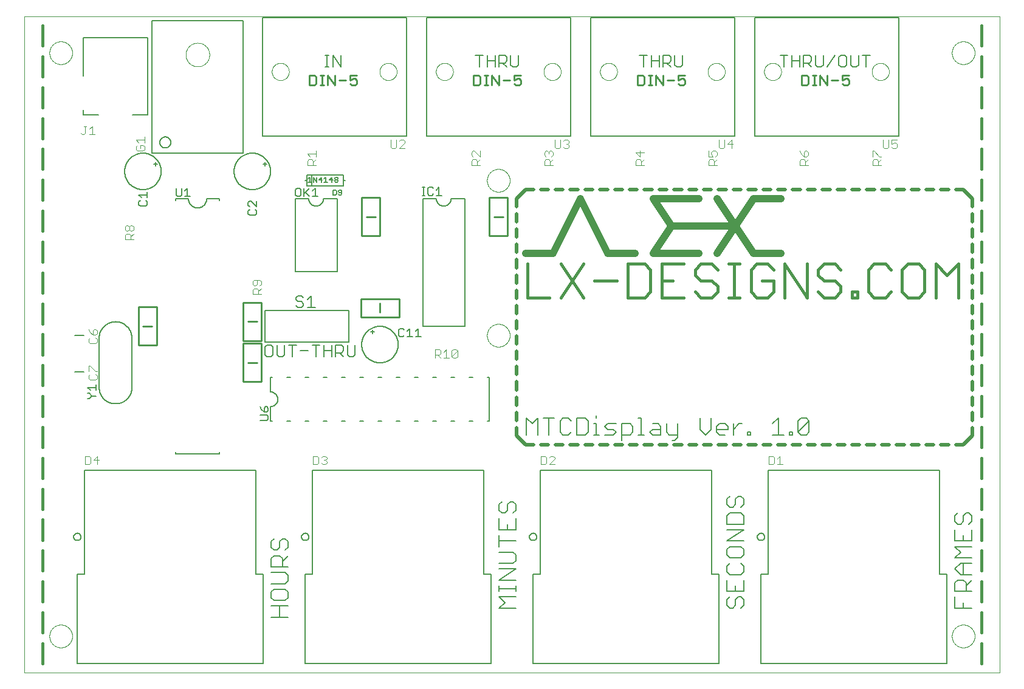
<source format=gto>
G75*
%MOIN*%
%OFA0B0*%
%FSLAX25Y25*%
%IPPOS*%
%LPD*%
%AMOC8*
5,1,8,0,0,1.08239X$1,22.5*
%
%ADD10C,0.00000*%
%ADD11C,0.00600*%
%ADD12C,0.00800*%
%ADD13C,0.01600*%
%ADD14C,0.04000*%
%ADD15C,0.02000*%
%ADD16C,0.01000*%
%ADD17C,0.00400*%
%ADD18C,0.00500*%
%ADD19C,0.00700*%
D10*
X0001500Y0001500D02*
X0001500Y0361500D01*
X0536500Y0361500D01*
X0536500Y0001500D01*
X0001500Y0001500D01*
X0015250Y0021500D02*
X0015252Y0021658D01*
X0015258Y0021815D01*
X0015268Y0021973D01*
X0015282Y0022130D01*
X0015300Y0022286D01*
X0015321Y0022443D01*
X0015347Y0022598D01*
X0015377Y0022753D01*
X0015410Y0022907D01*
X0015448Y0023060D01*
X0015489Y0023213D01*
X0015534Y0023364D01*
X0015583Y0023514D01*
X0015636Y0023662D01*
X0015692Y0023810D01*
X0015753Y0023955D01*
X0015816Y0024100D01*
X0015884Y0024242D01*
X0015955Y0024383D01*
X0016029Y0024522D01*
X0016107Y0024659D01*
X0016189Y0024794D01*
X0016273Y0024927D01*
X0016362Y0025058D01*
X0016453Y0025186D01*
X0016548Y0025313D01*
X0016645Y0025436D01*
X0016746Y0025558D01*
X0016850Y0025676D01*
X0016957Y0025792D01*
X0017067Y0025905D01*
X0017179Y0026016D01*
X0017295Y0026123D01*
X0017413Y0026228D01*
X0017533Y0026330D01*
X0017656Y0026428D01*
X0017782Y0026524D01*
X0017910Y0026616D01*
X0018040Y0026705D01*
X0018172Y0026791D01*
X0018307Y0026873D01*
X0018444Y0026952D01*
X0018582Y0027027D01*
X0018722Y0027099D01*
X0018865Y0027167D01*
X0019008Y0027232D01*
X0019154Y0027293D01*
X0019301Y0027350D01*
X0019449Y0027404D01*
X0019599Y0027454D01*
X0019749Y0027500D01*
X0019901Y0027542D01*
X0020054Y0027581D01*
X0020208Y0027615D01*
X0020363Y0027646D01*
X0020518Y0027672D01*
X0020674Y0027695D01*
X0020831Y0027714D01*
X0020988Y0027729D01*
X0021145Y0027740D01*
X0021303Y0027747D01*
X0021461Y0027750D01*
X0021618Y0027749D01*
X0021776Y0027744D01*
X0021933Y0027735D01*
X0022091Y0027722D01*
X0022247Y0027705D01*
X0022404Y0027684D01*
X0022559Y0027660D01*
X0022714Y0027631D01*
X0022869Y0027598D01*
X0023022Y0027562D01*
X0023175Y0027521D01*
X0023326Y0027477D01*
X0023476Y0027429D01*
X0023625Y0027378D01*
X0023773Y0027322D01*
X0023919Y0027263D01*
X0024064Y0027200D01*
X0024207Y0027133D01*
X0024348Y0027063D01*
X0024487Y0026990D01*
X0024625Y0026913D01*
X0024761Y0026832D01*
X0024894Y0026748D01*
X0025025Y0026661D01*
X0025154Y0026570D01*
X0025281Y0026476D01*
X0025406Y0026379D01*
X0025527Y0026279D01*
X0025647Y0026176D01*
X0025763Y0026070D01*
X0025877Y0025961D01*
X0025989Y0025849D01*
X0026097Y0025735D01*
X0026202Y0025617D01*
X0026305Y0025497D01*
X0026404Y0025375D01*
X0026500Y0025250D01*
X0026593Y0025122D01*
X0026683Y0024993D01*
X0026769Y0024861D01*
X0026853Y0024727D01*
X0026932Y0024591D01*
X0027009Y0024453D01*
X0027081Y0024313D01*
X0027150Y0024171D01*
X0027216Y0024028D01*
X0027278Y0023883D01*
X0027336Y0023736D01*
X0027391Y0023588D01*
X0027442Y0023439D01*
X0027489Y0023288D01*
X0027532Y0023137D01*
X0027571Y0022984D01*
X0027607Y0022830D01*
X0027638Y0022676D01*
X0027666Y0022521D01*
X0027690Y0022365D01*
X0027710Y0022208D01*
X0027726Y0022051D01*
X0027738Y0021894D01*
X0027746Y0021737D01*
X0027750Y0021579D01*
X0027750Y0021421D01*
X0027746Y0021263D01*
X0027738Y0021106D01*
X0027726Y0020949D01*
X0027710Y0020792D01*
X0027690Y0020635D01*
X0027666Y0020479D01*
X0027638Y0020324D01*
X0027607Y0020170D01*
X0027571Y0020016D01*
X0027532Y0019863D01*
X0027489Y0019712D01*
X0027442Y0019561D01*
X0027391Y0019412D01*
X0027336Y0019264D01*
X0027278Y0019117D01*
X0027216Y0018972D01*
X0027150Y0018829D01*
X0027081Y0018687D01*
X0027009Y0018547D01*
X0026932Y0018409D01*
X0026853Y0018273D01*
X0026769Y0018139D01*
X0026683Y0018007D01*
X0026593Y0017878D01*
X0026500Y0017750D01*
X0026404Y0017625D01*
X0026305Y0017503D01*
X0026202Y0017383D01*
X0026097Y0017265D01*
X0025989Y0017151D01*
X0025877Y0017039D01*
X0025763Y0016930D01*
X0025647Y0016824D01*
X0025527Y0016721D01*
X0025406Y0016621D01*
X0025281Y0016524D01*
X0025154Y0016430D01*
X0025025Y0016339D01*
X0024894Y0016252D01*
X0024761Y0016168D01*
X0024625Y0016087D01*
X0024487Y0016010D01*
X0024348Y0015937D01*
X0024207Y0015867D01*
X0024064Y0015800D01*
X0023919Y0015737D01*
X0023773Y0015678D01*
X0023625Y0015622D01*
X0023476Y0015571D01*
X0023326Y0015523D01*
X0023175Y0015479D01*
X0023022Y0015438D01*
X0022869Y0015402D01*
X0022714Y0015369D01*
X0022559Y0015340D01*
X0022404Y0015316D01*
X0022247Y0015295D01*
X0022091Y0015278D01*
X0021933Y0015265D01*
X0021776Y0015256D01*
X0021618Y0015251D01*
X0021461Y0015250D01*
X0021303Y0015253D01*
X0021145Y0015260D01*
X0020988Y0015271D01*
X0020831Y0015286D01*
X0020674Y0015305D01*
X0020518Y0015328D01*
X0020363Y0015354D01*
X0020208Y0015385D01*
X0020054Y0015419D01*
X0019901Y0015458D01*
X0019749Y0015500D01*
X0019599Y0015546D01*
X0019449Y0015596D01*
X0019301Y0015650D01*
X0019154Y0015707D01*
X0019008Y0015768D01*
X0018865Y0015833D01*
X0018722Y0015901D01*
X0018582Y0015973D01*
X0018444Y0016048D01*
X0018307Y0016127D01*
X0018172Y0016209D01*
X0018040Y0016295D01*
X0017910Y0016384D01*
X0017782Y0016476D01*
X0017656Y0016572D01*
X0017533Y0016670D01*
X0017413Y0016772D01*
X0017295Y0016877D01*
X0017179Y0016984D01*
X0017067Y0017095D01*
X0016957Y0017208D01*
X0016850Y0017324D01*
X0016746Y0017442D01*
X0016645Y0017564D01*
X0016548Y0017687D01*
X0016453Y0017814D01*
X0016362Y0017942D01*
X0016273Y0018073D01*
X0016189Y0018206D01*
X0016107Y0018341D01*
X0016029Y0018478D01*
X0015955Y0018617D01*
X0015884Y0018758D01*
X0015816Y0018900D01*
X0015753Y0019045D01*
X0015692Y0019190D01*
X0015636Y0019338D01*
X0015583Y0019486D01*
X0015534Y0019636D01*
X0015489Y0019787D01*
X0015448Y0019940D01*
X0015410Y0020093D01*
X0015377Y0020247D01*
X0015347Y0020402D01*
X0015321Y0020557D01*
X0015300Y0020714D01*
X0015282Y0020870D01*
X0015268Y0021027D01*
X0015258Y0021185D01*
X0015252Y0021342D01*
X0015250Y0021500D01*
X0255250Y0186500D02*
X0255252Y0186658D01*
X0255258Y0186815D01*
X0255268Y0186973D01*
X0255282Y0187130D01*
X0255300Y0187286D01*
X0255321Y0187443D01*
X0255347Y0187598D01*
X0255377Y0187753D01*
X0255410Y0187907D01*
X0255448Y0188060D01*
X0255489Y0188213D01*
X0255534Y0188364D01*
X0255583Y0188514D01*
X0255636Y0188662D01*
X0255692Y0188810D01*
X0255753Y0188955D01*
X0255816Y0189100D01*
X0255884Y0189242D01*
X0255955Y0189383D01*
X0256029Y0189522D01*
X0256107Y0189659D01*
X0256189Y0189794D01*
X0256273Y0189927D01*
X0256362Y0190058D01*
X0256453Y0190186D01*
X0256548Y0190313D01*
X0256645Y0190436D01*
X0256746Y0190558D01*
X0256850Y0190676D01*
X0256957Y0190792D01*
X0257067Y0190905D01*
X0257179Y0191016D01*
X0257295Y0191123D01*
X0257413Y0191228D01*
X0257533Y0191330D01*
X0257656Y0191428D01*
X0257782Y0191524D01*
X0257910Y0191616D01*
X0258040Y0191705D01*
X0258172Y0191791D01*
X0258307Y0191873D01*
X0258444Y0191952D01*
X0258582Y0192027D01*
X0258722Y0192099D01*
X0258865Y0192167D01*
X0259008Y0192232D01*
X0259154Y0192293D01*
X0259301Y0192350D01*
X0259449Y0192404D01*
X0259599Y0192454D01*
X0259749Y0192500D01*
X0259901Y0192542D01*
X0260054Y0192581D01*
X0260208Y0192615D01*
X0260363Y0192646D01*
X0260518Y0192672D01*
X0260674Y0192695D01*
X0260831Y0192714D01*
X0260988Y0192729D01*
X0261145Y0192740D01*
X0261303Y0192747D01*
X0261461Y0192750D01*
X0261618Y0192749D01*
X0261776Y0192744D01*
X0261933Y0192735D01*
X0262091Y0192722D01*
X0262247Y0192705D01*
X0262404Y0192684D01*
X0262559Y0192660D01*
X0262714Y0192631D01*
X0262869Y0192598D01*
X0263022Y0192562D01*
X0263175Y0192521D01*
X0263326Y0192477D01*
X0263476Y0192429D01*
X0263625Y0192378D01*
X0263773Y0192322D01*
X0263919Y0192263D01*
X0264064Y0192200D01*
X0264207Y0192133D01*
X0264348Y0192063D01*
X0264487Y0191990D01*
X0264625Y0191913D01*
X0264761Y0191832D01*
X0264894Y0191748D01*
X0265025Y0191661D01*
X0265154Y0191570D01*
X0265281Y0191476D01*
X0265406Y0191379D01*
X0265527Y0191279D01*
X0265647Y0191176D01*
X0265763Y0191070D01*
X0265877Y0190961D01*
X0265989Y0190849D01*
X0266097Y0190735D01*
X0266202Y0190617D01*
X0266305Y0190497D01*
X0266404Y0190375D01*
X0266500Y0190250D01*
X0266593Y0190122D01*
X0266683Y0189993D01*
X0266769Y0189861D01*
X0266853Y0189727D01*
X0266932Y0189591D01*
X0267009Y0189453D01*
X0267081Y0189313D01*
X0267150Y0189171D01*
X0267216Y0189028D01*
X0267278Y0188883D01*
X0267336Y0188736D01*
X0267391Y0188588D01*
X0267442Y0188439D01*
X0267489Y0188288D01*
X0267532Y0188137D01*
X0267571Y0187984D01*
X0267607Y0187830D01*
X0267638Y0187676D01*
X0267666Y0187521D01*
X0267690Y0187365D01*
X0267710Y0187208D01*
X0267726Y0187051D01*
X0267738Y0186894D01*
X0267746Y0186737D01*
X0267750Y0186579D01*
X0267750Y0186421D01*
X0267746Y0186263D01*
X0267738Y0186106D01*
X0267726Y0185949D01*
X0267710Y0185792D01*
X0267690Y0185635D01*
X0267666Y0185479D01*
X0267638Y0185324D01*
X0267607Y0185170D01*
X0267571Y0185016D01*
X0267532Y0184863D01*
X0267489Y0184712D01*
X0267442Y0184561D01*
X0267391Y0184412D01*
X0267336Y0184264D01*
X0267278Y0184117D01*
X0267216Y0183972D01*
X0267150Y0183829D01*
X0267081Y0183687D01*
X0267009Y0183547D01*
X0266932Y0183409D01*
X0266853Y0183273D01*
X0266769Y0183139D01*
X0266683Y0183007D01*
X0266593Y0182878D01*
X0266500Y0182750D01*
X0266404Y0182625D01*
X0266305Y0182503D01*
X0266202Y0182383D01*
X0266097Y0182265D01*
X0265989Y0182151D01*
X0265877Y0182039D01*
X0265763Y0181930D01*
X0265647Y0181824D01*
X0265527Y0181721D01*
X0265406Y0181621D01*
X0265281Y0181524D01*
X0265154Y0181430D01*
X0265025Y0181339D01*
X0264894Y0181252D01*
X0264761Y0181168D01*
X0264625Y0181087D01*
X0264487Y0181010D01*
X0264348Y0180937D01*
X0264207Y0180867D01*
X0264064Y0180800D01*
X0263919Y0180737D01*
X0263773Y0180678D01*
X0263625Y0180622D01*
X0263476Y0180571D01*
X0263326Y0180523D01*
X0263175Y0180479D01*
X0263022Y0180438D01*
X0262869Y0180402D01*
X0262714Y0180369D01*
X0262559Y0180340D01*
X0262404Y0180316D01*
X0262247Y0180295D01*
X0262091Y0180278D01*
X0261933Y0180265D01*
X0261776Y0180256D01*
X0261618Y0180251D01*
X0261461Y0180250D01*
X0261303Y0180253D01*
X0261145Y0180260D01*
X0260988Y0180271D01*
X0260831Y0180286D01*
X0260674Y0180305D01*
X0260518Y0180328D01*
X0260363Y0180354D01*
X0260208Y0180385D01*
X0260054Y0180419D01*
X0259901Y0180458D01*
X0259749Y0180500D01*
X0259599Y0180546D01*
X0259449Y0180596D01*
X0259301Y0180650D01*
X0259154Y0180707D01*
X0259008Y0180768D01*
X0258865Y0180833D01*
X0258722Y0180901D01*
X0258582Y0180973D01*
X0258444Y0181048D01*
X0258307Y0181127D01*
X0258172Y0181209D01*
X0258040Y0181295D01*
X0257910Y0181384D01*
X0257782Y0181476D01*
X0257656Y0181572D01*
X0257533Y0181670D01*
X0257413Y0181772D01*
X0257295Y0181877D01*
X0257179Y0181984D01*
X0257067Y0182095D01*
X0256957Y0182208D01*
X0256850Y0182324D01*
X0256746Y0182442D01*
X0256645Y0182564D01*
X0256548Y0182687D01*
X0256453Y0182814D01*
X0256362Y0182942D01*
X0256273Y0183073D01*
X0256189Y0183206D01*
X0256107Y0183341D01*
X0256029Y0183478D01*
X0255955Y0183617D01*
X0255884Y0183758D01*
X0255816Y0183900D01*
X0255753Y0184045D01*
X0255692Y0184190D01*
X0255636Y0184338D01*
X0255583Y0184486D01*
X0255534Y0184636D01*
X0255489Y0184787D01*
X0255448Y0184940D01*
X0255410Y0185093D01*
X0255377Y0185247D01*
X0255347Y0185402D01*
X0255321Y0185557D01*
X0255300Y0185714D01*
X0255282Y0185870D01*
X0255268Y0186027D01*
X0255258Y0186185D01*
X0255252Y0186342D01*
X0255250Y0186500D01*
X0255250Y0271500D02*
X0255252Y0271658D01*
X0255258Y0271815D01*
X0255268Y0271973D01*
X0255282Y0272130D01*
X0255300Y0272286D01*
X0255321Y0272443D01*
X0255347Y0272598D01*
X0255377Y0272753D01*
X0255410Y0272907D01*
X0255448Y0273060D01*
X0255489Y0273213D01*
X0255534Y0273364D01*
X0255583Y0273514D01*
X0255636Y0273662D01*
X0255692Y0273810D01*
X0255753Y0273955D01*
X0255816Y0274100D01*
X0255884Y0274242D01*
X0255955Y0274383D01*
X0256029Y0274522D01*
X0256107Y0274659D01*
X0256189Y0274794D01*
X0256273Y0274927D01*
X0256362Y0275058D01*
X0256453Y0275186D01*
X0256548Y0275313D01*
X0256645Y0275436D01*
X0256746Y0275558D01*
X0256850Y0275676D01*
X0256957Y0275792D01*
X0257067Y0275905D01*
X0257179Y0276016D01*
X0257295Y0276123D01*
X0257413Y0276228D01*
X0257533Y0276330D01*
X0257656Y0276428D01*
X0257782Y0276524D01*
X0257910Y0276616D01*
X0258040Y0276705D01*
X0258172Y0276791D01*
X0258307Y0276873D01*
X0258444Y0276952D01*
X0258582Y0277027D01*
X0258722Y0277099D01*
X0258865Y0277167D01*
X0259008Y0277232D01*
X0259154Y0277293D01*
X0259301Y0277350D01*
X0259449Y0277404D01*
X0259599Y0277454D01*
X0259749Y0277500D01*
X0259901Y0277542D01*
X0260054Y0277581D01*
X0260208Y0277615D01*
X0260363Y0277646D01*
X0260518Y0277672D01*
X0260674Y0277695D01*
X0260831Y0277714D01*
X0260988Y0277729D01*
X0261145Y0277740D01*
X0261303Y0277747D01*
X0261461Y0277750D01*
X0261618Y0277749D01*
X0261776Y0277744D01*
X0261933Y0277735D01*
X0262091Y0277722D01*
X0262247Y0277705D01*
X0262404Y0277684D01*
X0262559Y0277660D01*
X0262714Y0277631D01*
X0262869Y0277598D01*
X0263022Y0277562D01*
X0263175Y0277521D01*
X0263326Y0277477D01*
X0263476Y0277429D01*
X0263625Y0277378D01*
X0263773Y0277322D01*
X0263919Y0277263D01*
X0264064Y0277200D01*
X0264207Y0277133D01*
X0264348Y0277063D01*
X0264487Y0276990D01*
X0264625Y0276913D01*
X0264761Y0276832D01*
X0264894Y0276748D01*
X0265025Y0276661D01*
X0265154Y0276570D01*
X0265281Y0276476D01*
X0265406Y0276379D01*
X0265527Y0276279D01*
X0265647Y0276176D01*
X0265763Y0276070D01*
X0265877Y0275961D01*
X0265989Y0275849D01*
X0266097Y0275735D01*
X0266202Y0275617D01*
X0266305Y0275497D01*
X0266404Y0275375D01*
X0266500Y0275250D01*
X0266593Y0275122D01*
X0266683Y0274993D01*
X0266769Y0274861D01*
X0266853Y0274727D01*
X0266932Y0274591D01*
X0267009Y0274453D01*
X0267081Y0274313D01*
X0267150Y0274171D01*
X0267216Y0274028D01*
X0267278Y0273883D01*
X0267336Y0273736D01*
X0267391Y0273588D01*
X0267442Y0273439D01*
X0267489Y0273288D01*
X0267532Y0273137D01*
X0267571Y0272984D01*
X0267607Y0272830D01*
X0267638Y0272676D01*
X0267666Y0272521D01*
X0267690Y0272365D01*
X0267710Y0272208D01*
X0267726Y0272051D01*
X0267738Y0271894D01*
X0267746Y0271737D01*
X0267750Y0271579D01*
X0267750Y0271421D01*
X0267746Y0271263D01*
X0267738Y0271106D01*
X0267726Y0270949D01*
X0267710Y0270792D01*
X0267690Y0270635D01*
X0267666Y0270479D01*
X0267638Y0270324D01*
X0267607Y0270170D01*
X0267571Y0270016D01*
X0267532Y0269863D01*
X0267489Y0269712D01*
X0267442Y0269561D01*
X0267391Y0269412D01*
X0267336Y0269264D01*
X0267278Y0269117D01*
X0267216Y0268972D01*
X0267150Y0268829D01*
X0267081Y0268687D01*
X0267009Y0268547D01*
X0266932Y0268409D01*
X0266853Y0268273D01*
X0266769Y0268139D01*
X0266683Y0268007D01*
X0266593Y0267878D01*
X0266500Y0267750D01*
X0266404Y0267625D01*
X0266305Y0267503D01*
X0266202Y0267383D01*
X0266097Y0267265D01*
X0265989Y0267151D01*
X0265877Y0267039D01*
X0265763Y0266930D01*
X0265647Y0266824D01*
X0265527Y0266721D01*
X0265406Y0266621D01*
X0265281Y0266524D01*
X0265154Y0266430D01*
X0265025Y0266339D01*
X0264894Y0266252D01*
X0264761Y0266168D01*
X0264625Y0266087D01*
X0264487Y0266010D01*
X0264348Y0265937D01*
X0264207Y0265867D01*
X0264064Y0265800D01*
X0263919Y0265737D01*
X0263773Y0265678D01*
X0263625Y0265622D01*
X0263476Y0265571D01*
X0263326Y0265523D01*
X0263175Y0265479D01*
X0263022Y0265438D01*
X0262869Y0265402D01*
X0262714Y0265369D01*
X0262559Y0265340D01*
X0262404Y0265316D01*
X0262247Y0265295D01*
X0262091Y0265278D01*
X0261933Y0265265D01*
X0261776Y0265256D01*
X0261618Y0265251D01*
X0261461Y0265250D01*
X0261303Y0265253D01*
X0261145Y0265260D01*
X0260988Y0265271D01*
X0260831Y0265286D01*
X0260674Y0265305D01*
X0260518Y0265328D01*
X0260363Y0265354D01*
X0260208Y0265385D01*
X0260054Y0265419D01*
X0259901Y0265458D01*
X0259749Y0265500D01*
X0259599Y0265546D01*
X0259449Y0265596D01*
X0259301Y0265650D01*
X0259154Y0265707D01*
X0259008Y0265768D01*
X0258865Y0265833D01*
X0258722Y0265901D01*
X0258582Y0265973D01*
X0258444Y0266048D01*
X0258307Y0266127D01*
X0258172Y0266209D01*
X0258040Y0266295D01*
X0257910Y0266384D01*
X0257782Y0266476D01*
X0257656Y0266572D01*
X0257533Y0266670D01*
X0257413Y0266772D01*
X0257295Y0266877D01*
X0257179Y0266984D01*
X0257067Y0267095D01*
X0256957Y0267208D01*
X0256850Y0267324D01*
X0256746Y0267442D01*
X0256645Y0267564D01*
X0256548Y0267687D01*
X0256453Y0267814D01*
X0256362Y0267942D01*
X0256273Y0268073D01*
X0256189Y0268206D01*
X0256107Y0268341D01*
X0256029Y0268478D01*
X0255955Y0268617D01*
X0255884Y0268758D01*
X0255816Y0268900D01*
X0255753Y0269045D01*
X0255692Y0269190D01*
X0255636Y0269338D01*
X0255583Y0269486D01*
X0255534Y0269636D01*
X0255489Y0269787D01*
X0255448Y0269940D01*
X0255410Y0270093D01*
X0255377Y0270247D01*
X0255347Y0270402D01*
X0255321Y0270557D01*
X0255300Y0270714D01*
X0255282Y0270870D01*
X0255268Y0271027D01*
X0255258Y0271185D01*
X0255252Y0271342D01*
X0255250Y0271500D01*
X0227250Y0331200D02*
X0227252Y0331337D01*
X0227258Y0331473D01*
X0227268Y0331610D01*
X0227282Y0331746D01*
X0227300Y0331881D01*
X0227321Y0332016D01*
X0227347Y0332150D01*
X0227377Y0332284D01*
X0227410Y0332416D01*
X0227447Y0332548D01*
X0227489Y0332678D01*
X0227533Y0332807D01*
X0227582Y0332935D01*
X0227634Y0333062D01*
X0227690Y0333186D01*
X0227750Y0333309D01*
X0227813Y0333431D01*
X0227880Y0333550D01*
X0227950Y0333667D01*
X0228023Y0333783D01*
X0228100Y0333896D01*
X0228180Y0334007D01*
X0228263Y0334115D01*
X0228350Y0334221D01*
X0228439Y0334325D01*
X0228531Y0334425D01*
X0228627Y0334523D01*
X0228725Y0334619D01*
X0228825Y0334711D01*
X0228929Y0334800D01*
X0229035Y0334887D01*
X0229143Y0334970D01*
X0229254Y0335050D01*
X0229367Y0335127D01*
X0229483Y0335200D01*
X0229600Y0335270D01*
X0229719Y0335337D01*
X0229841Y0335400D01*
X0229964Y0335460D01*
X0230088Y0335516D01*
X0230215Y0335568D01*
X0230343Y0335617D01*
X0230472Y0335661D01*
X0230602Y0335703D01*
X0230734Y0335740D01*
X0230866Y0335773D01*
X0231000Y0335803D01*
X0231134Y0335829D01*
X0231269Y0335850D01*
X0231404Y0335868D01*
X0231540Y0335882D01*
X0231677Y0335892D01*
X0231813Y0335898D01*
X0231950Y0335900D01*
X0232087Y0335898D01*
X0232223Y0335892D01*
X0232360Y0335882D01*
X0232496Y0335868D01*
X0232631Y0335850D01*
X0232766Y0335829D01*
X0232900Y0335803D01*
X0233034Y0335773D01*
X0233166Y0335740D01*
X0233298Y0335703D01*
X0233428Y0335661D01*
X0233557Y0335617D01*
X0233685Y0335568D01*
X0233812Y0335516D01*
X0233936Y0335460D01*
X0234059Y0335400D01*
X0234181Y0335337D01*
X0234300Y0335270D01*
X0234417Y0335200D01*
X0234533Y0335127D01*
X0234646Y0335050D01*
X0234757Y0334970D01*
X0234865Y0334887D01*
X0234971Y0334800D01*
X0235075Y0334711D01*
X0235175Y0334619D01*
X0235273Y0334523D01*
X0235369Y0334425D01*
X0235461Y0334325D01*
X0235550Y0334221D01*
X0235637Y0334115D01*
X0235720Y0334007D01*
X0235800Y0333896D01*
X0235877Y0333783D01*
X0235950Y0333667D01*
X0236020Y0333550D01*
X0236087Y0333431D01*
X0236150Y0333309D01*
X0236210Y0333186D01*
X0236266Y0333062D01*
X0236318Y0332935D01*
X0236367Y0332807D01*
X0236411Y0332678D01*
X0236453Y0332548D01*
X0236490Y0332416D01*
X0236523Y0332284D01*
X0236553Y0332150D01*
X0236579Y0332016D01*
X0236600Y0331881D01*
X0236618Y0331746D01*
X0236632Y0331610D01*
X0236642Y0331473D01*
X0236648Y0331337D01*
X0236650Y0331200D01*
X0236648Y0331063D01*
X0236642Y0330927D01*
X0236632Y0330790D01*
X0236618Y0330654D01*
X0236600Y0330519D01*
X0236579Y0330384D01*
X0236553Y0330250D01*
X0236523Y0330116D01*
X0236490Y0329984D01*
X0236453Y0329852D01*
X0236411Y0329722D01*
X0236367Y0329593D01*
X0236318Y0329465D01*
X0236266Y0329338D01*
X0236210Y0329214D01*
X0236150Y0329091D01*
X0236087Y0328969D01*
X0236020Y0328850D01*
X0235950Y0328733D01*
X0235877Y0328617D01*
X0235800Y0328504D01*
X0235720Y0328393D01*
X0235637Y0328285D01*
X0235550Y0328179D01*
X0235461Y0328075D01*
X0235369Y0327975D01*
X0235273Y0327877D01*
X0235175Y0327781D01*
X0235075Y0327689D01*
X0234971Y0327600D01*
X0234865Y0327513D01*
X0234757Y0327430D01*
X0234646Y0327350D01*
X0234533Y0327273D01*
X0234417Y0327200D01*
X0234300Y0327130D01*
X0234181Y0327063D01*
X0234059Y0327000D01*
X0233936Y0326940D01*
X0233812Y0326884D01*
X0233685Y0326832D01*
X0233557Y0326783D01*
X0233428Y0326739D01*
X0233298Y0326697D01*
X0233166Y0326660D01*
X0233034Y0326627D01*
X0232900Y0326597D01*
X0232766Y0326571D01*
X0232631Y0326550D01*
X0232496Y0326532D01*
X0232360Y0326518D01*
X0232223Y0326508D01*
X0232087Y0326502D01*
X0231950Y0326500D01*
X0231813Y0326502D01*
X0231677Y0326508D01*
X0231540Y0326518D01*
X0231404Y0326532D01*
X0231269Y0326550D01*
X0231134Y0326571D01*
X0231000Y0326597D01*
X0230866Y0326627D01*
X0230734Y0326660D01*
X0230602Y0326697D01*
X0230472Y0326739D01*
X0230343Y0326783D01*
X0230215Y0326832D01*
X0230088Y0326884D01*
X0229964Y0326940D01*
X0229841Y0327000D01*
X0229719Y0327063D01*
X0229600Y0327130D01*
X0229483Y0327200D01*
X0229367Y0327273D01*
X0229254Y0327350D01*
X0229143Y0327430D01*
X0229035Y0327513D01*
X0228929Y0327600D01*
X0228825Y0327689D01*
X0228725Y0327781D01*
X0228627Y0327877D01*
X0228531Y0327975D01*
X0228439Y0328075D01*
X0228350Y0328179D01*
X0228263Y0328285D01*
X0228180Y0328393D01*
X0228100Y0328504D01*
X0228023Y0328617D01*
X0227950Y0328733D01*
X0227880Y0328850D01*
X0227813Y0328969D01*
X0227750Y0329091D01*
X0227690Y0329214D01*
X0227634Y0329338D01*
X0227582Y0329465D01*
X0227533Y0329593D01*
X0227489Y0329722D01*
X0227447Y0329852D01*
X0227410Y0329984D01*
X0227377Y0330116D01*
X0227347Y0330250D01*
X0227321Y0330384D01*
X0227300Y0330519D01*
X0227282Y0330654D01*
X0227268Y0330790D01*
X0227258Y0330927D01*
X0227252Y0331063D01*
X0227250Y0331200D01*
X0196350Y0331200D02*
X0196352Y0331337D01*
X0196358Y0331473D01*
X0196368Y0331610D01*
X0196382Y0331746D01*
X0196400Y0331881D01*
X0196421Y0332016D01*
X0196447Y0332150D01*
X0196477Y0332284D01*
X0196510Y0332416D01*
X0196547Y0332548D01*
X0196589Y0332678D01*
X0196633Y0332807D01*
X0196682Y0332935D01*
X0196734Y0333062D01*
X0196790Y0333186D01*
X0196850Y0333309D01*
X0196913Y0333431D01*
X0196980Y0333550D01*
X0197050Y0333667D01*
X0197123Y0333783D01*
X0197200Y0333896D01*
X0197280Y0334007D01*
X0197363Y0334115D01*
X0197450Y0334221D01*
X0197539Y0334325D01*
X0197631Y0334425D01*
X0197727Y0334523D01*
X0197825Y0334619D01*
X0197925Y0334711D01*
X0198029Y0334800D01*
X0198135Y0334887D01*
X0198243Y0334970D01*
X0198354Y0335050D01*
X0198467Y0335127D01*
X0198583Y0335200D01*
X0198700Y0335270D01*
X0198819Y0335337D01*
X0198941Y0335400D01*
X0199064Y0335460D01*
X0199188Y0335516D01*
X0199315Y0335568D01*
X0199443Y0335617D01*
X0199572Y0335661D01*
X0199702Y0335703D01*
X0199834Y0335740D01*
X0199966Y0335773D01*
X0200100Y0335803D01*
X0200234Y0335829D01*
X0200369Y0335850D01*
X0200504Y0335868D01*
X0200640Y0335882D01*
X0200777Y0335892D01*
X0200913Y0335898D01*
X0201050Y0335900D01*
X0201187Y0335898D01*
X0201323Y0335892D01*
X0201460Y0335882D01*
X0201596Y0335868D01*
X0201731Y0335850D01*
X0201866Y0335829D01*
X0202000Y0335803D01*
X0202134Y0335773D01*
X0202266Y0335740D01*
X0202398Y0335703D01*
X0202528Y0335661D01*
X0202657Y0335617D01*
X0202785Y0335568D01*
X0202912Y0335516D01*
X0203036Y0335460D01*
X0203159Y0335400D01*
X0203281Y0335337D01*
X0203400Y0335270D01*
X0203517Y0335200D01*
X0203633Y0335127D01*
X0203746Y0335050D01*
X0203857Y0334970D01*
X0203965Y0334887D01*
X0204071Y0334800D01*
X0204175Y0334711D01*
X0204275Y0334619D01*
X0204373Y0334523D01*
X0204469Y0334425D01*
X0204561Y0334325D01*
X0204650Y0334221D01*
X0204737Y0334115D01*
X0204820Y0334007D01*
X0204900Y0333896D01*
X0204977Y0333783D01*
X0205050Y0333667D01*
X0205120Y0333550D01*
X0205187Y0333431D01*
X0205250Y0333309D01*
X0205310Y0333186D01*
X0205366Y0333062D01*
X0205418Y0332935D01*
X0205467Y0332807D01*
X0205511Y0332678D01*
X0205553Y0332548D01*
X0205590Y0332416D01*
X0205623Y0332284D01*
X0205653Y0332150D01*
X0205679Y0332016D01*
X0205700Y0331881D01*
X0205718Y0331746D01*
X0205732Y0331610D01*
X0205742Y0331473D01*
X0205748Y0331337D01*
X0205750Y0331200D01*
X0205748Y0331063D01*
X0205742Y0330927D01*
X0205732Y0330790D01*
X0205718Y0330654D01*
X0205700Y0330519D01*
X0205679Y0330384D01*
X0205653Y0330250D01*
X0205623Y0330116D01*
X0205590Y0329984D01*
X0205553Y0329852D01*
X0205511Y0329722D01*
X0205467Y0329593D01*
X0205418Y0329465D01*
X0205366Y0329338D01*
X0205310Y0329214D01*
X0205250Y0329091D01*
X0205187Y0328969D01*
X0205120Y0328850D01*
X0205050Y0328733D01*
X0204977Y0328617D01*
X0204900Y0328504D01*
X0204820Y0328393D01*
X0204737Y0328285D01*
X0204650Y0328179D01*
X0204561Y0328075D01*
X0204469Y0327975D01*
X0204373Y0327877D01*
X0204275Y0327781D01*
X0204175Y0327689D01*
X0204071Y0327600D01*
X0203965Y0327513D01*
X0203857Y0327430D01*
X0203746Y0327350D01*
X0203633Y0327273D01*
X0203517Y0327200D01*
X0203400Y0327130D01*
X0203281Y0327063D01*
X0203159Y0327000D01*
X0203036Y0326940D01*
X0202912Y0326884D01*
X0202785Y0326832D01*
X0202657Y0326783D01*
X0202528Y0326739D01*
X0202398Y0326697D01*
X0202266Y0326660D01*
X0202134Y0326627D01*
X0202000Y0326597D01*
X0201866Y0326571D01*
X0201731Y0326550D01*
X0201596Y0326532D01*
X0201460Y0326518D01*
X0201323Y0326508D01*
X0201187Y0326502D01*
X0201050Y0326500D01*
X0200913Y0326502D01*
X0200777Y0326508D01*
X0200640Y0326518D01*
X0200504Y0326532D01*
X0200369Y0326550D01*
X0200234Y0326571D01*
X0200100Y0326597D01*
X0199966Y0326627D01*
X0199834Y0326660D01*
X0199702Y0326697D01*
X0199572Y0326739D01*
X0199443Y0326783D01*
X0199315Y0326832D01*
X0199188Y0326884D01*
X0199064Y0326940D01*
X0198941Y0327000D01*
X0198819Y0327063D01*
X0198700Y0327130D01*
X0198583Y0327200D01*
X0198467Y0327273D01*
X0198354Y0327350D01*
X0198243Y0327430D01*
X0198135Y0327513D01*
X0198029Y0327600D01*
X0197925Y0327689D01*
X0197825Y0327781D01*
X0197727Y0327877D01*
X0197631Y0327975D01*
X0197539Y0328075D01*
X0197450Y0328179D01*
X0197363Y0328285D01*
X0197280Y0328393D01*
X0197200Y0328504D01*
X0197123Y0328617D01*
X0197050Y0328733D01*
X0196980Y0328850D01*
X0196913Y0328969D01*
X0196850Y0329091D01*
X0196790Y0329214D01*
X0196734Y0329338D01*
X0196682Y0329465D01*
X0196633Y0329593D01*
X0196589Y0329722D01*
X0196547Y0329852D01*
X0196510Y0329984D01*
X0196477Y0330116D01*
X0196447Y0330250D01*
X0196421Y0330384D01*
X0196400Y0330519D01*
X0196382Y0330654D01*
X0196368Y0330790D01*
X0196358Y0330927D01*
X0196352Y0331063D01*
X0196350Y0331200D01*
X0137250Y0331200D02*
X0137252Y0331337D01*
X0137258Y0331473D01*
X0137268Y0331610D01*
X0137282Y0331746D01*
X0137300Y0331881D01*
X0137321Y0332016D01*
X0137347Y0332150D01*
X0137377Y0332284D01*
X0137410Y0332416D01*
X0137447Y0332548D01*
X0137489Y0332678D01*
X0137533Y0332807D01*
X0137582Y0332935D01*
X0137634Y0333062D01*
X0137690Y0333186D01*
X0137750Y0333309D01*
X0137813Y0333431D01*
X0137880Y0333550D01*
X0137950Y0333667D01*
X0138023Y0333783D01*
X0138100Y0333896D01*
X0138180Y0334007D01*
X0138263Y0334115D01*
X0138350Y0334221D01*
X0138439Y0334325D01*
X0138531Y0334425D01*
X0138627Y0334523D01*
X0138725Y0334619D01*
X0138825Y0334711D01*
X0138929Y0334800D01*
X0139035Y0334887D01*
X0139143Y0334970D01*
X0139254Y0335050D01*
X0139367Y0335127D01*
X0139483Y0335200D01*
X0139600Y0335270D01*
X0139719Y0335337D01*
X0139841Y0335400D01*
X0139964Y0335460D01*
X0140088Y0335516D01*
X0140215Y0335568D01*
X0140343Y0335617D01*
X0140472Y0335661D01*
X0140602Y0335703D01*
X0140734Y0335740D01*
X0140866Y0335773D01*
X0141000Y0335803D01*
X0141134Y0335829D01*
X0141269Y0335850D01*
X0141404Y0335868D01*
X0141540Y0335882D01*
X0141677Y0335892D01*
X0141813Y0335898D01*
X0141950Y0335900D01*
X0142087Y0335898D01*
X0142223Y0335892D01*
X0142360Y0335882D01*
X0142496Y0335868D01*
X0142631Y0335850D01*
X0142766Y0335829D01*
X0142900Y0335803D01*
X0143034Y0335773D01*
X0143166Y0335740D01*
X0143298Y0335703D01*
X0143428Y0335661D01*
X0143557Y0335617D01*
X0143685Y0335568D01*
X0143812Y0335516D01*
X0143936Y0335460D01*
X0144059Y0335400D01*
X0144181Y0335337D01*
X0144300Y0335270D01*
X0144417Y0335200D01*
X0144533Y0335127D01*
X0144646Y0335050D01*
X0144757Y0334970D01*
X0144865Y0334887D01*
X0144971Y0334800D01*
X0145075Y0334711D01*
X0145175Y0334619D01*
X0145273Y0334523D01*
X0145369Y0334425D01*
X0145461Y0334325D01*
X0145550Y0334221D01*
X0145637Y0334115D01*
X0145720Y0334007D01*
X0145800Y0333896D01*
X0145877Y0333783D01*
X0145950Y0333667D01*
X0146020Y0333550D01*
X0146087Y0333431D01*
X0146150Y0333309D01*
X0146210Y0333186D01*
X0146266Y0333062D01*
X0146318Y0332935D01*
X0146367Y0332807D01*
X0146411Y0332678D01*
X0146453Y0332548D01*
X0146490Y0332416D01*
X0146523Y0332284D01*
X0146553Y0332150D01*
X0146579Y0332016D01*
X0146600Y0331881D01*
X0146618Y0331746D01*
X0146632Y0331610D01*
X0146642Y0331473D01*
X0146648Y0331337D01*
X0146650Y0331200D01*
X0146648Y0331063D01*
X0146642Y0330927D01*
X0146632Y0330790D01*
X0146618Y0330654D01*
X0146600Y0330519D01*
X0146579Y0330384D01*
X0146553Y0330250D01*
X0146523Y0330116D01*
X0146490Y0329984D01*
X0146453Y0329852D01*
X0146411Y0329722D01*
X0146367Y0329593D01*
X0146318Y0329465D01*
X0146266Y0329338D01*
X0146210Y0329214D01*
X0146150Y0329091D01*
X0146087Y0328969D01*
X0146020Y0328850D01*
X0145950Y0328733D01*
X0145877Y0328617D01*
X0145800Y0328504D01*
X0145720Y0328393D01*
X0145637Y0328285D01*
X0145550Y0328179D01*
X0145461Y0328075D01*
X0145369Y0327975D01*
X0145273Y0327877D01*
X0145175Y0327781D01*
X0145075Y0327689D01*
X0144971Y0327600D01*
X0144865Y0327513D01*
X0144757Y0327430D01*
X0144646Y0327350D01*
X0144533Y0327273D01*
X0144417Y0327200D01*
X0144300Y0327130D01*
X0144181Y0327063D01*
X0144059Y0327000D01*
X0143936Y0326940D01*
X0143812Y0326884D01*
X0143685Y0326832D01*
X0143557Y0326783D01*
X0143428Y0326739D01*
X0143298Y0326697D01*
X0143166Y0326660D01*
X0143034Y0326627D01*
X0142900Y0326597D01*
X0142766Y0326571D01*
X0142631Y0326550D01*
X0142496Y0326532D01*
X0142360Y0326518D01*
X0142223Y0326508D01*
X0142087Y0326502D01*
X0141950Y0326500D01*
X0141813Y0326502D01*
X0141677Y0326508D01*
X0141540Y0326518D01*
X0141404Y0326532D01*
X0141269Y0326550D01*
X0141134Y0326571D01*
X0141000Y0326597D01*
X0140866Y0326627D01*
X0140734Y0326660D01*
X0140602Y0326697D01*
X0140472Y0326739D01*
X0140343Y0326783D01*
X0140215Y0326832D01*
X0140088Y0326884D01*
X0139964Y0326940D01*
X0139841Y0327000D01*
X0139719Y0327063D01*
X0139600Y0327130D01*
X0139483Y0327200D01*
X0139367Y0327273D01*
X0139254Y0327350D01*
X0139143Y0327430D01*
X0139035Y0327513D01*
X0138929Y0327600D01*
X0138825Y0327689D01*
X0138725Y0327781D01*
X0138627Y0327877D01*
X0138531Y0327975D01*
X0138439Y0328075D01*
X0138350Y0328179D01*
X0138263Y0328285D01*
X0138180Y0328393D01*
X0138100Y0328504D01*
X0138023Y0328617D01*
X0137950Y0328733D01*
X0137880Y0328850D01*
X0137813Y0328969D01*
X0137750Y0329091D01*
X0137690Y0329214D01*
X0137634Y0329338D01*
X0137582Y0329465D01*
X0137533Y0329593D01*
X0137489Y0329722D01*
X0137447Y0329852D01*
X0137410Y0329984D01*
X0137377Y0330116D01*
X0137347Y0330250D01*
X0137321Y0330384D01*
X0137300Y0330519D01*
X0137282Y0330654D01*
X0137268Y0330790D01*
X0137258Y0330927D01*
X0137252Y0331063D01*
X0137250Y0331200D01*
X0090000Y0340500D02*
X0090002Y0340661D01*
X0090008Y0340821D01*
X0090018Y0340982D01*
X0090032Y0341142D01*
X0090050Y0341302D01*
X0090071Y0341461D01*
X0090097Y0341620D01*
X0090127Y0341778D01*
X0090160Y0341935D01*
X0090198Y0342092D01*
X0090239Y0342247D01*
X0090284Y0342401D01*
X0090333Y0342554D01*
X0090386Y0342706D01*
X0090442Y0342857D01*
X0090503Y0343006D01*
X0090566Y0343154D01*
X0090634Y0343300D01*
X0090705Y0343444D01*
X0090779Y0343586D01*
X0090857Y0343727D01*
X0090939Y0343865D01*
X0091024Y0344002D01*
X0091112Y0344136D01*
X0091204Y0344268D01*
X0091299Y0344398D01*
X0091397Y0344526D01*
X0091498Y0344651D01*
X0091602Y0344773D01*
X0091709Y0344893D01*
X0091819Y0345010D01*
X0091932Y0345125D01*
X0092048Y0345236D01*
X0092167Y0345345D01*
X0092288Y0345450D01*
X0092412Y0345553D01*
X0092538Y0345653D01*
X0092666Y0345749D01*
X0092797Y0345842D01*
X0092931Y0345932D01*
X0093066Y0346019D01*
X0093204Y0346102D01*
X0093343Y0346182D01*
X0093485Y0346258D01*
X0093628Y0346331D01*
X0093773Y0346400D01*
X0093920Y0346466D01*
X0094068Y0346528D01*
X0094218Y0346586D01*
X0094369Y0346641D01*
X0094522Y0346692D01*
X0094676Y0346739D01*
X0094831Y0346782D01*
X0094987Y0346821D01*
X0095143Y0346857D01*
X0095301Y0346888D01*
X0095459Y0346916D01*
X0095618Y0346940D01*
X0095778Y0346960D01*
X0095938Y0346976D01*
X0096098Y0346988D01*
X0096259Y0346996D01*
X0096420Y0347000D01*
X0096580Y0347000D01*
X0096741Y0346996D01*
X0096902Y0346988D01*
X0097062Y0346976D01*
X0097222Y0346960D01*
X0097382Y0346940D01*
X0097541Y0346916D01*
X0097699Y0346888D01*
X0097857Y0346857D01*
X0098013Y0346821D01*
X0098169Y0346782D01*
X0098324Y0346739D01*
X0098478Y0346692D01*
X0098631Y0346641D01*
X0098782Y0346586D01*
X0098932Y0346528D01*
X0099080Y0346466D01*
X0099227Y0346400D01*
X0099372Y0346331D01*
X0099515Y0346258D01*
X0099657Y0346182D01*
X0099796Y0346102D01*
X0099934Y0346019D01*
X0100069Y0345932D01*
X0100203Y0345842D01*
X0100334Y0345749D01*
X0100462Y0345653D01*
X0100588Y0345553D01*
X0100712Y0345450D01*
X0100833Y0345345D01*
X0100952Y0345236D01*
X0101068Y0345125D01*
X0101181Y0345010D01*
X0101291Y0344893D01*
X0101398Y0344773D01*
X0101502Y0344651D01*
X0101603Y0344526D01*
X0101701Y0344398D01*
X0101796Y0344268D01*
X0101888Y0344136D01*
X0101976Y0344002D01*
X0102061Y0343865D01*
X0102143Y0343727D01*
X0102221Y0343586D01*
X0102295Y0343444D01*
X0102366Y0343300D01*
X0102434Y0343154D01*
X0102497Y0343006D01*
X0102558Y0342857D01*
X0102614Y0342706D01*
X0102667Y0342554D01*
X0102716Y0342401D01*
X0102761Y0342247D01*
X0102802Y0342092D01*
X0102840Y0341935D01*
X0102873Y0341778D01*
X0102903Y0341620D01*
X0102929Y0341461D01*
X0102950Y0341302D01*
X0102968Y0341142D01*
X0102982Y0340982D01*
X0102992Y0340821D01*
X0102998Y0340661D01*
X0103000Y0340500D01*
X0102998Y0340339D01*
X0102992Y0340179D01*
X0102982Y0340018D01*
X0102968Y0339858D01*
X0102950Y0339698D01*
X0102929Y0339539D01*
X0102903Y0339380D01*
X0102873Y0339222D01*
X0102840Y0339065D01*
X0102802Y0338908D01*
X0102761Y0338753D01*
X0102716Y0338599D01*
X0102667Y0338446D01*
X0102614Y0338294D01*
X0102558Y0338143D01*
X0102497Y0337994D01*
X0102434Y0337846D01*
X0102366Y0337700D01*
X0102295Y0337556D01*
X0102221Y0337414D01*
X0102143Y0337273D01*
X0102061Y0337135D01*
X0101976Y0336998D01*
X0101888Y0336864D01*
X0101796Y0336732D01*
X0101701Y0336602D01*
X0101603Y0336474D01*
X0101502Y0336349D01*
X0101398Y0336227D01*
X0101291Y0336107D01*
X0101181Y0335990D01*
X0101068Y0335875D01*
X0100952Y0335764D01*
X0100833Y0335655D01*
X0100712Y0335550D01*
X0100588Y0335447D01*
X0100462Y0335347D01*
X0100334Y0335251D01*
X0100203Y0335158D01*
X0100069Y0335068D01*
X0099934Y0334981D01*
X0099796Y0334898D01*
X0099657Y0334818D01*
X0099515Y0334742D01*
X0099372Y0334669D01*
X0099227Y0334600D01*
X0099080Y0334534D01*
X0098932Y0334472D01*
X0098782Y0334414D01*
X0098631Y0334359D01*
X0098478Y0334308D01*
X0098324Y0334261D01*
X0098169Y0334218D01*
X0098013Y0334179D01*
X0097857Y0334143D01*
X0097699Y0334112D01*
X0097541Y0334084D01*
X0097382Y0334060D01*
X0097222Y0334040D01*
X0097062Y0334024D01*
X0096902Y0334012D01*
X0096741Y0334004D01*
X0096580Y0334000D01*
X0096420Y0334000D01*
X0096259Y0334004D01*
X0096098Y0334012D01*
X0095938Y0334024D01*
X0095778Y0334040D01*
X0095618Y0334060D01*
X0095459Y0334084D01*
X0095301Y0334112D01*
X0095143Y0334143D01*
X0094987Y0334179D01*
X0094831Y0334218D01*
X0094676Y0334261D01*
X0094522Y0334308D01*
X0094369Y0334359D01*
X0094218Y0334414D01*
X0094068Y0334472D01*
X0093920Y0334534D01*
X0093773Y0334600D01*
X0093628Y0334669D01*
X0093485Y0334742D01*
X0093343Y0334818D01*
X0093204Y0334898D01*
X0093066Y0334981D01*
X0092931Y0335068D01*
X0092797Y0335158D01*
X0092666Y0335251D01*
X0092538Y0335347D01*
X0092412Y0335447D01*
X0092288Y0335550D01*
X0092167Y0335655D01*
X0092048Y0335764D01*
X0091932Y0335875D01*
X0091819Y0335990D01*
X0091709Y0336107D01*
X0091602Y0336227D01*
X0091498Y0336349D01*
X0091397Y0336474D01*
X0091299Y0336602D01*
X0091204Y0336732D01*
X0091112Y0336864D01*
X0091024Y0336998D01*
X0090939Y0337135D01*
X0090857Y0337273D01*
X0090779Y0337414D01*
X0090705Y0337556D01*
X0090634Y0337700D01*
X0090566Y0337846D01*
X0090503Y0337994D01*
X0090442Y0338143D01*
X0090386Y0338294D01*
X0090333Y0338446D01*
X0090284Y0338599D01*
X0090239Y0338753D01*
X0090198Y0338908D01*
X0090160Y0339065D01*
X0090127Y0339222D01*
X0090097Y0339380D01*
X0090071Y0339539D01*
X0090050Y0339698D01*
X0090032Y0339858D01*
X0090018Y0340018D01*
X0090008Y0340179D01*
X0090002Y0340339D01*
X0090000Y0340500D01*
X0015250Y0341500D02*
X0015252Y0341658D01*
X0015258Y0341815D01*
X0015268Y0341973D01*
X0015282Y0342130D01*
X0015300Y0342286D01*
X0015321Y0342443D01*
X0015347Y0342598D01*
X0015377Y0342753D01*
X0015410Y0342907D01*
X0015448Y0343060D01*
X0015489Y0343213D01*
X0015534Y0343364D01*
X0015583Y0343514D01*
X0015636Y0343662D01*
X0015692Y0343810D01*
X0015753Y0343955D01*
X0015816Y0344100D01*
X0015884Y0344242D01*
X0015955Y0344383D01*
X0016029Y0344522D01*
X0016107Y0344659D01*
X0016189Y0344794D01*
X0016273Y0344927D01*
X0016362Y0345058D01*
X0016453Y0345186D01*
X0016548Y0345313D01*
X0016645Y0345436D01*
X0016746Y0345558D01*
X0016850Y0345676D01*
X0016957Y0345792D01*
X0017067Y0345905D01*
X0017179Y0346016D01*
X0017295Y0346123D01*
X0017413Y0346228D01*
X0017533Y0346330D01*
X0017656Y0346428D01*
X0017782Y0346524D01*
X0017910Y0346616D01*
X0018040Y0346705D01*
X0018172Y0346791D01*
X0018307Y0346873D01*
X0018444Y0346952D01*
X0018582Y0347027D01*
X0018722Y0347099D01*
X0018865Y0347167D01*
X0019008Y0347232D01*
X0019154Y0347293D01*
X0019301Y0347350D01*
X0019449Y0347404D01*
X0019599Y0347454D01*
X0019749Y0347500D01*
X0019901Y0347542D01*
X0020054Y0347581D01*
X0020208Y0347615D01*
X0020363Y0347646D01*
X0020518Y0347672D01*
X0020674Y0347695D01*
X0020831Y0347714D01*
X0020988Y0347729D01*
X0021145Y0347740D01*
X0021303Y0347747D01*
X0021461Y0347750D01*
X0021618Y0347749D01*
X0021776Y0347744D01*
X0021933Y0347735D01*
X0022091Y0347722D01*
X0022247Y0347705D01*
X0022404Y0347684D01*
X0022559Y0347660D01*
X0022714Y0347631D01*
X0022869Y0347598D01*
X0023022Y0347562D01*
X0023175Y0347521D01*
X0023326Y0347477D01*
X0023476Y0347429D01*
X0023625Y0347378D01*
X0023773Y0347322D01*
X0023919Y0347263D01*
X0024064Y0347200D01*
X0024207Y0347133D01*
X0024348Y0347063D01*
X0024487Y0346990D01*
X0024625Y0346913D01*
X0024761Y0346832D01*
X0024894Y0346748D01*
X0025025Y0346661D01*
X0025154Y0346570D01*
X0025281Y0346476D01*
X0025406Y0346379D01*
X0025527Y0346279D01*
X0025647Y0346176D01*
X0025763Y0346070D01*
X0025877Y0345961D01*
X0025989Y0345849D01*
X0026097Y0345735D01*
X0026202Y0345617D01*
X0026305Y0345497D01*
X0026404Y0345375D01*
X0026500Y0345250D01*
X0026593Y0345122D01*
X0026683Y0344993D01*
X0026769Y0344861D01*
X0026853Y0344727D01*
X0026932Y0344591D01*
X0027009Y0344453D01*
X0027081Y0344313D01*
X0027150Y0344171D01*
X0027216Y0344028D01*
X0027278Y0343883D01*
X0027336Y0343736D01*
X0027391Y0343588D01*
X0027442Y0343439D01*
X0027489Y0343288D01*
X0027532Y0343137D01*
X0027571Y0342984D01*
X0027607Y0342830D01*
X0027638Y0342676D01*
X0027666Y0342521D01*
X0027690Y0342365D01*
X0027710Y0342208D01*
X0027726Y0342051D01*
X0027738Y0341894D01*
X0027746Y0341737D01*
X0027750Y0341579D01*
X0027750Y0341421D01*
X0027746Y0341263D01*
X0027738Y0341106D01*
X0027726Y0340949D01*
X0027710Y0340792D01*
X0027690Y0340635D01*
X0027666Y0340479D01*
X0027638Y0340324D01*
X0027607Y0340170D01*
X0027571Y0340016D01*
X0027532Y0339863D01*
X0027489Y0339712D01*
X0027442Y0339561D01*
X0027391Y0339412D01*
X0027336Y0339264D01*
X0027278Y0339117D01*
X0027216Y0338972D01*
X0027150Y0338829D01*
X0027081Y0338687D01*
X0027009Y0338547D01*
X0026932Y0338409D01*
X0026853Y0338273D01*
X0026769Y0338139D01*
X0026683Y0338007D01*
X0026593Y0337878D01*
X0026500Y0337750D01*
X0026404Y0337625D01*
X0026305Y0337503D01*
X0026202Y0337383D01*
X0026097Y0337265D01*
X0025989Y0337151D01*
X0025877Y0337039D01*
X0025763Y0336930D01*
X0025647Y0336824D01*
X0025527Y0336721D01*
X0025406Y0336621D01*
X0025281Y0336524D01*
X0025154Y0336430D01*
X0025025Y0336339D01*
X0024894Y0336252D01*
X0024761Y0336168D01*
X0024625Y0336087D01*
X0024487Y0336010D01*
X0024348Y0335937D01*
X0024207Y0335867D01*
X0024064Y0335800D01*
X0023919Y0335737D01*
X0023773Y0335678D01*
X0023625Y0335622D01*
X0023476Y0335571D01*
X0023326Y0335523D01*
X0023175Y0335479D01*
X0023022Y0335438D01*
X0022869Y0335402D01*
X0022714Y0335369D01*
X0022559Y0335340D01*
X0022404Y0335316D01*
X0022247Y0335295D01*
X0022091Y0335278D01*
X0021933Y0335265D01*
X0021776Y0335256D01*
X0021618Y0335251D01*
X0021461Y0335250D01*
X0021303Y0335253D01*
X0021145Y0335260D01*
X0020988Y0335271D01*
X0020831Y0335286D01*
X0020674Y0335305D01*
X0020518Y0335328D01*
X0020363Y0335354D01*
X0020208Y0335385D01*
X0020054Y0335419D01*
X0019901Y0335458D01*
X0019749Y0335500D01*
X0019599Y0335546D01*
X0019449Y0335596D01*
X0019301Y0335650D01*
X0019154Y0335707D01*
X0019008Y0335768D01*
X0018865Y0335833D01*
X0018722Y0335901D01*
X0018582Y0335973D01*
X0018444Y0336048D01*
X0018307Y0336127D01*
X0018172Y0336209D01*
X0018040Y0336295D01*
X0017910Y0336384D01*
X0017782Y0336476D01*
X0017656Y0336572D01*
X0017533Y0336670D01*
X0017413Y0336772D01*
X0017295Y0336877D01*
X0017179Y0336984D01*
X0017067Y0337095D01*
X0016957Y0337208D01*
X0016850Y0337324D01*
X0016746Y0337442D01*
X0016645Y0337564D01*
X0016548Y0337687D01*
X0016453Y0337814D01*
X0016362Y0337942D01*
X0016273Y0338073D01*
X0016189Y0338206D01*
X0016107Y0338341D01*
X0016029Y0338478D01*
X0015955Y0338617D01*
X0015884Y0338758D01*
X0015816Y0338900D01*
X0015753Y0339045D01*
X0015692Y0339190D01*
X0015636Y0339338D01*
X0015583Y0339486D01*
X0015534Y0339636D01*
X0015489Y0339787D01*
X0015448Y0339940D01*
X0015410Y0340093D01*
X0015377Y0340247D01*
X0015347Y0340402D01*
X0015321Y0340557D01*
X0015300Y0340714D01*
X0015282Y0340870D01*
X0015268Y0341027D01*
X0015258Y0341185D01*
X0015252Y0341342D01*
X0015250Y0341500D01*
X0286350Y0331200D02*
X0286352Y0331337D01*
X0286358Y0331473D01*
X0286368Y0331610D01*
X0286382Y0331746D01*
X0286400Y0331881D01*
X0286421Y0332016D01*
X0286447Y0332150D01*
X0286477Y0332284D01*
X0286510Y0332416D01*
X0286547Y0332548D01*
X0286589Y0332678D01*
X0286633Y0332807D01*
X0286682Y0332935D01*
X0286734Y0333062D01*
X0286790Y0333186D01*
X0286850Y0333309D01*
X0286913Y0333431D01*
X0286980Y0333550D01*
X0287050Y0333667D01*
X0287123Y0333783D01*
X0287200Y0333896D01*
X0287280Y0334007D01*
X0287363Y0334115D01*
X0287450Y0334221D01*
X0287539Y0334325D01*
X0287631Y0334425D01*
X0287727Y0334523D01*
X0287825Y0334619D01*
X0287925Y0334711D01*
X0288029Y0334800D01*
X0288135Y0334887D01*
X0288243Y0334970D01*
X0288354Y0335050D01*
X0288467Y0335127D01*
X0288583Y0335200D01*
X0288700Y0335270D01*
X0288819Y0335337D01*
X0288941Y0335400D01*
X0289064Y0335460D01*
X0289188Y0335516D01*
X0289315Y0335568D01*
X0289443Y0335617D01*
X0289572Y0335661D01*
X0289702Y0335703D01*
X0289834Y0335740D01*
X0289966Y0335773D01*
X0290100Y0335803D01*
X0290234Y0335829D01*
X0290369Y0335850D01*
X0290504Y0335868D01*
X0290640Y0335882D01*
X0290777Y0335892D01*
X0290913Y0335898D01*
X0291050Y0335900D01*
X0291187Y0335898D01*
X0291323Y0335892D01*
X0291460Y0335882D01*
X0291596Y0335868D01*
X0291731Y0335850D01*
X0291866Y0335829D01*
X0292000Y0335803D01*
X0292134Y0335773D01*
X0292266Y0335740D01*
X0292398Y0335703D01*
X0292528Y0335661D01*
X0292657Y0335617D01*
X0292785Y0335568D01*
X0292912Y0335516D01*
X0293036Y0335460D01*
X0293159Y0335400D01*
X0293281Y0335337D01*
X0293400Y0335270D01*
X0293517Y0335200D01*
X0293633Y0335127D01*
X0293746Y0335050D01*
X0293857Y0334970D01*
X0293965Y0334887D01*
X0294071Y0334800D01*
X0294175Y0334711D01*
X0294275Y0334619D01*
X0294373Y0334523D01*
X0294469Y0334425D01*
X0294561Y0334325D01*
X0294650Y0334221D01*
X0294737Y0334115D01*
X0294820Y0334007D01*
X0294900Y0333896D01*
X0294977Y0333783D01*
X0295050Y0333667D01*
X0295120Y0333550D01*
X0295187Y0333431D01*
X0295250Y0333309D01*
X0295310Y0333186D01*
X0295366Y0333062D01*
X0295418Y0332935D01*
X0295467Y0332807D01*
X0295511Y0332678D01*
X0295553Y0332548D01*
X0295590Y0332416D01*
X0295623Y0332284D01*
X0295653Y0332150D01*
X0295679Y0332016D01*
X0295700Y0331881D01*
X0295718Y0331746D01*
X0295732Y0331610D01*
X0295742Y0331473D01*
X0295748Y0331337D01*
X0295750Y0331200D01*
X0295748Y0331063D01*
X0295742Y0330927D01*
X0295732Y0330790D01*
X0295718Y0330654D01*
X0295700Y0330519D01*
X0295679Y0330384D01*
X0295653Y0330250D01*
X0295623Y0330116D01*
X0295590Y0329984D01*
X0295553Y0329852D01*
X0295511Y0329722D01*
X0295467Y0329593D01*
X0295418Y0329465D01*
X0295366Y0329338D01*
X0295310Y0329214D01*
X0295250Y0329091D01*
X0295187Y0328969D01*
X0295120Y0328850D01*
X0295050Y0328733D01*
X0294977Y0328617D01*
X0294900Y0328504D01*
X0294820Y0328393D01*
X0294737Y0328285D01*
X0294650Y0328179D01*
X0294561Y0328075D01*
X0294469Y0327975D01*
X0294373Y0327877D01*
X0294275Y0327781D01*
X0294175Y0327689D01*
X0294071Y0327600D01*
X0293965Y0327513D01*
X0293857Y0327430D01*
X0293746Y0327350D01*
X0293633Y0327273D01*
X0293517Y0327200D01*
X0293400Y0327130D01*
X0293281Y0327063D01*
X0293159Y0327000D01*
X0293036Y0326940D01*
X0292912Y0326884D01*
X0292785Y0326832D01*
X0292657Y0326783D01*
X0292528Y0326739D01*
X0292398Y0326697D01*
X0292266Y0326660D01*
X0292134Y0326627D01*
X0292000Y0326597D01*
X0291866Y0326571D01*
X0291731Y0326550D01*
X0291596Y0326532D01*
X0291460Y0326518D01*
X0291323Y0326508D01*
X0291187Y0326502D01*
X0291050Y0326500D01*
X0290913Y0326502D01*
X0290777Y0326508D01*
X0290640Y0326518D01*
X0290504Y0326532D01*
X0290369Y0326550D01*
X0290234Y0326571D01*
X0290100Y0326597D01*
X0289966Y0326627D01*
X0289834Y0326660D01*
X0289702Y0326697D01*
X0289572Y0326739D01*
X0289443Y0326783D01*
X0289315Y0326832D01*
X0289188Y0326884D01*
X0289064Y0326940D01*
X0288941Y0327000D01*
X0288819Y0327063D01*
X0288700Y0327130D01*
X0288583Y0327200D01*
X0288467Y0327273D01*
X0288354Y0327350D01*
X0288243Y0327430D01*
X0288135Y0327513D01*
X0288029Y0327600D01*
X0287925Y0327689D01*
X0287825Y0327781D01*
X0287727Y0327877D01*
X0287631Y0327975D01*
X0287539Y0328075D01*
X0287450Y0328179D01*
X0287363Y0328285D01*
X0287280Y0328393D01*
X0287200Y0328504D01*
X0287123Y0328617D01*
X0287050Y0328733D01*
X0286980Y0328850D01*
X0286913Y0328969D01*
X0286850Y0329091D01*
X0286790Y0329214D01*
X0286734Y0329338D01*
X0286682Y0329465D01*
X0286633Y0329593D01*
X0286589Y0329722D01*
X0286547Y0329852D01*
X0286510Y0329984D01*
X0286477Y0330116D01*
X0286447Y0330250D01*
X0286421Y0330384D01*
X0286400Y0330519D01*
X0286382Y0330654D01*
X0286368Y0330790D01*
X0286358Y0330927D01*
X0286352Y0331063D01*
X0286350Y0331200D01*
X0317250Y0331200D02*
X0317252Y0331337D01*
X0317258Y0331473D01*
X0317268Y0331610D01*
X0317282Y0331746D01*
X0317300Y0331881D01*
X0317321Y0332016D01*
X0317347Y0332150D01*
X0317377Y0332284D01*
X0317410Y0332416D01*
X0317447Y0332548D01*
X0317489Y0332678D01*
X0317533Y0332807D01*
X0317582Y0332935D01*
X0317634Y0333062D01*
X0317690Y0333186D01*
X0317750Y0333309D01*
X0317813Y0333431D01*
X0317880Y0333550D01*
X0317950Y0333667D01*
X0318023Y0333783D01*
X0318100Y0333896D01*
X0318180Y0334007D01*
X0318263Y0334115D01*
X0318350Y0334221D01*
X0318439Y0334325D01*
X0318531Y0334425D01*
X0318627Y0334523D01*
X0318725Y0334619D01*
X0318825Y0334711D01*
X0318929Y0334800D01*
X0319035Y0334887D01*
X0319143Y0334970D01*
X0319254Y0335050D01*
X0319367Y0335127D01*
X0319483Y0335200D01*
X0319600Y0335270D01*
X0319719Y0335337D01*
X0319841Y0335400D01*
X0319964Y0335460D01*
X0320088Y0335516D01*
X0320215Y0335568D01*
X0320343Y0335617D01*
X0320472Y0335661D01*
X0320602Y0335703D01*
X0320734Y0335740D01*
X0320866Y0335773D01*
X0321000Y0335803D01*
X0321134Y0335829D01*
X0321269Y0335850D01*
X0321404Y0335868D01*
X0321540Y0335882D01*
X0321677Y0335892D01*
X0321813Y0335898D01*
X0321950Y0335900D01*
X0322087Y0335898D01*
X0322223Y0335892D01*
X0322360Y0335882D01*
X0322496Y0335868D01*
X0322631Y0335850D01*
X0322766Y0335829D01*
X0322900Y0335803D01*
X0323034Y0335773D01*
X0323166Y0335740D01*
X0323298Y0335703D01*
X0323428Y0335661D01*
X0323557Y0335617D01*
X0323685Y0335568D01*
X0323812Y0335516D01*
X0323936Y0335460D01*
X0324059Y0335400D01*
X0324181Y0335337D01*
X0324300Y0335270D01*
X0324417Y0335200D01*
X0324533Y0335127D01*
X0324646Y0335050D01*
X0324757Y0334970D01*
X0324865Y0334887D01*
X0324971Y0334800D01*
X0325075Y0334711D01*
X0325175Y0334619D01*
X0325273Y0334523D01*
X0325369Y0334425D01*
X0325461Y0334325D01*
X0325550Y0334221D01*
X0325637Y0334115D01*
X0325720Y0334007D01*
X0325800Y0333896D01*
X0325877Y0333783D01*
X0325950Y0333667D01*
X0326020Y0333550D01*
X0326087Y0333431D01*
X0326150Y0333309D01*
X0326210Y0333186D01*
X0326266Y0333062D01*
X0326318Y0332935D01*
X0326367Y0332807D01*
X0326411Y0332678D01*
X0326453Y0332548D01*
X0326490Y0332416D01*
X0326523Y0332284D01*
X0326553Y0332150D01*
X0326579Y0332016D01*
X0326600Y0331881D01*
X0326618Y0331746D01*
X0326632Y0331610D01*
X0326642Y0331473D01*
X0326648Y0331337D01*
X0326650Y0331200D01*
X0326648Y0331063D01*
X0326642Y0330927D01*
X0326632Y0330790D01*
X0326618Y0330654D01*
X0326600Y0330519D01*
X0326579Y0330384D01*
X0326553Y0330250D01*
X0326523Y0330116D01*
X0326490Y0329984D01*
X0326453Y0329852D01*
X0326411Y0329722D01*
X0326367Y0329593D01*
X0326318Y0329465D01*
X0326266Y0329338D01*
X0326210Y0329214D01*
X0326150Y0329091D01*
X0326087Y0328969D01*
X0326020Y0328850D01*
X0325950Y0328733D01*
X0325877Y0328617D01*
X0325800Y0328504D01*
X0325720Y0328393D01*
X0325637Y0328285D01*
X0325550Y0328179D01*
X0325461Y0328075D01*
X0325369Y0327975D01*
X0325273Y0327877D01*
X0325175Y0327781D01*
X0325075Y0327689D01*
X0324971Y0327600D01*
X0324865Y0327513D01*
X0324757Y0327430D01*
X0324646Y0327350D01*
X0324533Y0327273D01*
X0324417Y0327200D01*
X0324300Y0327130D01*
X0324181Y0327063D01*
X0324059Y0327000D01*
X0323936Y0326940D01*
X0323812Y0326884D01*
X0323685Y0326832D01*
X0323557Y0326783D01*
X0323428Y0326739D01*
X0323298Y0326697D01*
X0323166Y0326660D01*
X0323034Y0326627D01*
X0322900Y0326597D01*
X0322766Y0326571D01*
X0322631Y0326550D01*
X0322496Y0326532D01*
X0322360Y0326518D01*
X0322223Y0326508D01*
X0322087Y0326502D01*
X0321950Y0326500D01*
X0321813Y0326502D01*
X0321677Y0326508D01*
X0321540Y0326518D01*
X0321404Y0326532D01*
X0321269Y0326550D01*
X0321134Y0326571D01*
X0321000Y0326597D01*
X0320866Y0326627D01*
X0320734Y0326660D01*
X0320602Y0326697D01*
X0320472Y0326739D01*
X0320343Y0326783D01*
X0320215Y0326832D01*
X0320088Y0326884D01*
X0319964Y0326940D01*
X0319841Y0327000D01*
X0319719Y0327063D01*
X0319600Y0327130D01*
X0319483Y0327200D01*
X0319367Y0327273D01*
X0319254Y0327350D01*
X0319143Y0327430D01*
X0319035Y0327513D01*
X0318929Y0327600D01*
X0318825Y0327689D01*
X0318725Y0327781D01*
X0318627Y0327877D01*
X0318531Y0327975D01*
X0318439Y0328075D01*
X0318350Y0328179D01*
X0318263Y0328285D01*
X0318180Y0328393D01*
X0318100Y0328504D01*
X0318023Y0328617D01*
X0317950Y0328733D01*
X0317880Y0328850D01*
X0317813Y0328969D01*
X0317750Y0329091D01*
X0317690Y0329214D01*
X0317634Y0329338D01*
X0317582Y0329465D01*
X0317533Y0329593D01*
X0317489Y0329722D01*
X0317447Y0329852D01*
X0317410Y0329984D01*
X0317377Y0330116D01*
X0317347Y0330250D01*
X0317321Y0330384D01*
X0317300Y0330519D01*
X0317282Y0330654D01*
X0317268Y0330790D01*
X0317258Y0330927D01*
X0317252Y0331063D01*
X0317250Y0331200D01*
X0376350Y0331200D02*
X0376352Y0331337D01*
X0376358Y0331473D01*
X0376368Y0331610D01*
X0376382Y0331746D01*
X0376400Y0331881D01*
X0376421Y0332016D01*
X0376447Y0332150D01*
X0376477Y0332284D01*
X0376510Y0332416D01*
X0376547Y0332548D01*
X0376589Y0332678D01*
X0376633Y0332807D01*
X0376682Y0332935D01*
X0376734Y0333062D01*
X0376790Y0333186D01*
X0376850Y0333309D01*
X0376913Y0333431D01*
X0376980Y0333550D01*
X0377050Y0333667D01*
X0377123Y0333783D01*
X0377200Y0333896D01*
X0377280Y0334007D01*
X0377363Y0334115D01*
X0377450Y0334221D01*
X0377539Y0334325D01*
X0377631Y0334425D01*
X0377727Y0334523D01*
X0377825Y0334619D01*
X0377925Y0334711D01*
X0378029Y0334800D01*
X0378135Y0334887D01*
X0378243Y0334970D01*
X0378354Y0335050D01*
X0378467Y0335127D01*
X0378583Y0335200D01*
X0378700Y0335270D01*
X0378819Y0335337D01*
X0378941Y0335400D01*
X0379064Y0335460D01*
X0379188Y0335516D01*
X0379315Y0335568D01*
X0379443Y0335617D01*
X0379572Y0335661D01*
X0379702Y0335703D01*
X0379834Y0335740D01*
X0379966Y0335773D01*
X0380100Y0335803D01*
X0380234Y0335829D01*
X0380369Y0335850D01*
X0380504Y0335868D01*
X0380640Y0335882D01*
X0380777Y0335892D01*
X0380913Y0335898D01*
X0381050Y0335900D01*
X0381187Y0335898D01*
X0381323Y0335892D01*
X0381460Y0335882D01*
X0381596Y0335868D01*
X0381731Y0335850D01*
X0381866Y0335829D01*
X0382000Y0335803D01*
X0382134Y0335773D01*
X0382266Y0335740D01*
X0382398Y0335703D01*
X0382528Y0335661D01*
X0382657Y0335617D01*
X0382785Y0335568D01*
X0382912Y0335516D01*
X0383036Y0335460D01*
X0383159Y0335400D01*
X0383281Y0335337D01*
X0383400Y0335270D01*
X0383517Y0335200D01*
X0383633Y0335127D01*
X0383746Y0335050D01*
X0383857Y0334970D01*
X0383965Y0334887D01*
X0384071Y0334800D01*
X0384175Y0334711D01*
X0384275Y0334619D01*
X0384373Y0334523D01*
X0384469Y0334425D01*
X0384561Y0334325D01*
X0384650Y0334221D01*
X0384737Y0334115D01*
X0384820Y0334007D01*
X0384900Y0333896D01*
X0384977Y0333783D01*
X0385050Y0333667D01*
X0385120Y0333550D01*
X0385187Y0333431D01*
X0385250Y0333309D01*
X0385310Y0333186D01*
X0385366Y0333062D01*
X0385418Y0332935D01*
X0385467Y0332807D01*
X0385511Y0332678D01*
X0385553Y0332548D01*
X0385590Y0332416D01*
X0385623Y0332284D01*
X0385653Y0332150D01*
X0385679Y0332016D01*
X0385700Y0331881D01*
X0385718Y0331746D01*
X0385732Y0331610D01*
X0385742Y0331473D01*
X0385748Y0331337D01*
X0385750Y0331200D01*
X0385748Y0331063D01*
X0385742Y0330927D01*
X0385732Y0330790D01*
X0385718Y0330654D01*
X0385700Y0330519D01*
X0385679Y0330384D01*
X0385653Y0330250D01*
X0385623Y0330116D01*
X0385590Y0329984D01*
X0385553Y0329852D01*
X0385511Y0329722D01*
X0385467Y0329593D01*
X0385418Y0329465D01*
X0385366Y0329338D01*
X0385310Y0329214D01*
X0385250Y0329091D01*
X0385187Y0328969D01*
X0385120Y0328850D01*
X0385050Y0328733D01*
X0384977Y0328617D01*
X0384900Y0328504D01*
X0384820Y0328393D01*
X0384737Y0328285D01*
X0384650Y0328179D01*
X0384561Y0328075D01*
X0384469Y0327975D01*
X0384373Y0327877D01*
X0384275Y0327781D01*
X0384175Y0327689D01*
X0384071Y0327600D01*
X0383965Y0327513D01*
X0383857Y0327430D01*
X0383746Y0327350D01*
X0383633Y0327273D01*
X0383517Y0327200D01*
X0383400Y0327130D01*
X0383281Y0327063D01*
X0383159Y0327000D01*
X0383036Y0326940D01*
X0382912Y0326884D01*
X0382785Y0326832D01*
X0382657Y0326783D01*
X0382528Y0326739D01*
X0382398Y0326697D01*
X0382266Y0326660D01*
X0382134Y0326627D01*
X0382000Y0326597D01*
X0381866Y0326571D01*
X0381731Y0326550D01*
X0381596Y0326532D01*
X0381460Y0326518D01*
X0381323Y0326508D01*
X0381187Y0326502D01*
X0381050Y0326500D01*
X0380913Y0326502D01*
X0380777Y0326508D01*
X0380640Y0326518D01*
X0380504Y0326532D01*
X0380369Y0326550D01*
X0380234Y0326571D01*
X0380100Y0326597D01*
X0379966Y0326627D01*
X0379834Y0326660D01*
X0379702Y0326697D01*
X0379572Y0326739D01*
X0379443Y0326783D01*
X0379315Y0326832D01*
X0379188Y0326884D01*
X0379064Y0326940D01*
X0378941Y0327000D01*
X0378819Y0327063D01*
X0378700Y0327130D01*
X0378583Y0327200D01*
X0378467Y0327273D01*
X0378354Y0327350D01*
X0378243Y0327430D01*
X0378135Y0327513D01*
X0378029Y0327600D01*
X0377925Y0327689D01*
X0377825Y0327781D01*
X0377727Y0327877D01*
X0377631Y0327975D01*
X0377539Y0328075D01*
X0377450Y0328179D01*
X0377363Y0328285D01*
X0377280Y0328393D01*
X0377200Y0328504D01*
X0377123Y0328617D01*
X0377050Y0328733D01*
X0376980Y0328850D01*
X0376913Y0328969D01*
X0376850Y0329091D01*
X0376790Y0329214D01*
X0376734Y0329338D01*
X0376682Y0329465D01*
X0376633Y0329593D01*
X0376589Y0329722D01*
X0376547Y0329852D01*
X0376510Y0329984D01*
X0376477Y0330116D01*
X0376447Y0330250D01*
X0376421Y0330384D01*
X0376400Y0330519D01*
X0376382Y0330654D01*
X0376368Y0330790D01*
X0376358Y0330927D01*
X0376352Y0331063D01*
X0376350Y0331200D01*
X0407250Y0331200D02*
X0407252Y0331337D01*
X0407258Y0331473D01*
X0407268Y0331610D01*
X0407282Y0331746D01*
X0407300Y0331881D01*
X0407321Y0332016D01*
X0407347Y0332150D01*
X0407377Y0332284D01*
X0407410Y0332416D01*
X0407447Y0332548D01*
X0407489Y0332678D01*
X0407533Y0332807D01*
X0407582Y0332935D01*
X0407634Y0333062D01*
X0407690Y0333186D01*
X0407750Y0333309D01*
X0407813Y0333431D01*
X0407880Y0333550D01*
X0407950Y0333667D01*
X0408023Y0333783D01*
X0408100Y0333896D01*
X0408180Y0334007D01*
X0408263Y0334115D01*
X0408350Y0334221D01*
X0408439Y0334325D01*
X0408531Y0334425D01*
X0408627Y0334523D01*
X0408725Y0334619D01*
X0408825Y0334711D01*
X0408929Y0334800D01*
X0409035Y0334887D01*
X0409143Y0334970D01*
X0409254Y0335050D01*
X0409367Y0335127D01*
X0409483Y0335200D01*
X0409600Y0335270D01*
X0409719Y0335337D01*
X0409841Y0335400D01*
X0409964Y0335460D01*
X0410088Y0335516D01*
X0410215Y0335568D01*
X0410343Y0335617D01*
X0410472Y0335661D01*
X0410602Y0335703D01*
X0410734Y0335740D01*
X0410866Y0335773D01*
X0411000Y0335803D01*
X0411134Y0335829D01*
X0411269Y0335850D01*
X0411404Y0335868D01*
X0411540Y0335882D01*
X0411677Y0335892D01*
X0411813Y0335898D01*
X0411950Y0335900D01*
X0412087Y0335898D01*
X0412223Y0335892D01*
X0412360Y0335882D01*
X0412496Y0335868D01*
X0412631Y0335850D01*
X0412766Y0335829D01*
X0412900Y0335803D01*
X0413034Y0335773D01*
X0413166Y0335740D01*
X0413298Y0335703D01*
X0413428Y0335661D01*
X0413557Y0335617D01*
X0413685Y0335568D01*
X0413812Y0335516D01*
X0413936Y0335460D01*
X0414059Y0335400D01*
X0414181Y0335337D01*
X0414300Y0335270D01*
X0414417Y0335200D01*
X0414533Y0335127D01*
X0414646Y0335050D01*
X0414757Y0334970D01*
X0414865Y0334887D01*
X0414971Y0334800D01*
X0415075Y0334711D01*
X0415175Y0334619D01*
X0415273Y0334523D01*
X0415369Y0334425D01*
X0415461Y0334325D01*
X0415550Y0334221D01*
X0415637Y0334115D01*
X0415720Y0334007D01*
X0415800Y0333896D01*
X0415877Y0333783D01*
X0415950Y0333667D01*
X0416020Y0333550D01*
X0416087Y0333431D01*
X0416150Y0333309D01*
X0416210Y0333186D01*
X0416266Y0333062D01*
X0416318Y0332935D01*
X0416367Y0332807D01*
X0416411Y0332678D01*
X0416453Y0332548D01*
X0416490Y0332416D01*
X0416523Y0332284D01*
X0416553Y0332150D01*
X0416579Y0332016D01*
X0416600Y0331881D01*
X0416618Y0331746D01*
X0416632Y0331610D01*
X0416642Y0331473D01*
X0416648Y0331337D01*
X0416650Y0331200D01*
X0416648Y0331063D01*
X0416642Y0330927D01*
X0416632Y0330790D01*
X0416618Y0330654D01*
X0416600Y0330519D01*
X0416579Y0330384D01*
X0416553Y0330250D01*
X0416523Y0330116D01*
X0416490Y0329984D01*
X0416453Y0329852D01*
X0416411Y0329722D01*
X0416367Y0329593D01*
X0416318Y0329465D01*
X0416266Y0329338D01*
X0416210Y0329214D01*
X0416150Y0329091D01*
X0416087Y0328969D01*
X0416020Y0328850D01*
X0415950Y0328733D01*
X0415877Y0328617D01*
X0415800Y0328504D01*
X0415720Y0328393D01*
X0415637Y0328285D01*
X0415550Y0328179D01*
X0415461Y0328075D01*
X0415369Y0327975D01*
X0415273Y0327877D01*
X0415175Y0327781D01*
X0415075Y0327689D01*
X0414971Y0327600D01*
X0414865Y0327513D01*
X0414757Y0327430D01*
X0414646Y0327350D01*
X0414533Y0327273D01*
X0414417Y0327200D01*
X0414300Y0327130D01*
X0414181Y0327063D01*
X0414059Y0327000D01*
X0413936Y0326940D01*
X0413812Y0326884D01*
X0413685Y0326832D01*
X0413557Y0326783D01*
X0413428Y0326739D01*
X0413298Y0326697D01*
X0413166Y0326660D01*
X0413034Y0326627D01*
X0412900Y0326597D01*
X0412766Y0326571D01*
X0412631Y0326550D01*
X0412496Y0326532D01*
X0412360Y0326518D01*
X0412223Y0326508D01*
X0412087Y0326502D01*
X0411950Y0326500D01*
X0411813Y0326502D01*
X0411677Y0326508D01*
X0411540Y0326518D01*
X0411404Y0326532D01*
X0411269Y0326550D01*
X0411134Y0326571D01*
X0411000Y0326597D01*
X0410866Y0326627D01*
X0410734Y0326660D01*
X0410602Y0326697D01*
X0410472Y0326739D01*
X0410343Y0326783D01*
X0410215Y0326832D01*
X0410088Y0326884D01*
X0409964Y0326940D01*
X0409841Y0327000D01*
X0409719Y0327063D01*
X0409600Y0327130D01*
X0409483Y0327200D01*
X0409367Y0327273D01*
X0409254Y0327350D01*
X0409143Y0327430D01*
X0409035Y0327513D01*
X0408929Y0327600D01*
X0408825Y0327689D01*
X0408725Y0327781D01*
X0408627Y0327877D01*
X0408531Y0327975D01*
X0408439Y0328075D01*
X0408350Y0328179D01*
X0408263Y0328285D01*
X0408180Y0328393D01*
X0408100Y0328504D01*
X0408023Y0328617D01*
X0407950Y0328733D01*
X0407880Y0328850D01*
X0407813Y0328969D01*
X0407750Y0329091D01*
X0407690Y0329214D01*
X0407634Y0329338D01*
X0407582Y0329465D01*
X0407533Y0329593D01*
X0407489Y0329722D01*
X0407447Y0329852D01*
X0407410Y0329984D01*
X0407377Y0330116D01*
X0407347Y0330250D01*
X0407321Y0330384D01*
X0407300Y0330519D01*
X0407282Y0330654D01*
X0407268Y0330790D01*
X0407258Y0330927D01*
X0407252Y0331063D01*
X0407250Y0331200D01*
X0466350Y0331200D02*
X0466352Y0331337D01*
X0466358Y0331473D01*
X0466368Y0331610D01*
X0466382Y0331746D01*
X0466400Y0331881D01*
X0466421Y0332016D01*
X0466447Y0332150D01*
X0466477Y0332284D01*
X0466510Y0332416D01*
X0466547Y0332548D01*
X0466589Y0332678D01*
X0466633Y0332807D01*
X0466682Y0332935D01*
X0466734Y0333062D01*
X0466790Y0333186D01*
X0466850Y0333309D01*
X0466913Y0333431D01*
X0466980Y0333550D01*
X0467050Y0333667D01*
X0467123Y0333783D01*
X0467200Y0333896D01*
X0467280Y0334007D01*
X0467363Y0334115D01*
X0467450Y0334221D01*
X0467539Y0334325D01*
X0467631Y0334425D01*
X0467727Y0334523D01*
X0467825Y0334619D01*
X0467925Y0334711D01*
X0468029Y0334800D01*
X0468135Y0334887D01*
X0468243Y0334970D01*
X0468354Y0335050D01*
X0468467Y0335127D01*
X0468583Y0335200D01*
X0468700Y0335270D01*
X0468819Y0335337D01*
X0468941Y0335400D01*
X0469064Y0335460D01*
X0469188Y0335516D01*
X0469315Y0335568D01*
X0469443Y0335617D01*
X0469572Y0335661D01*
X0469702Y0335703D01*
X0469834Y0335740D01*
X0469966Y0335773D01*
X0470100Y0335803D01*
X0470234Y0335829D01*
X0470369Y0335850D01*
X0470504Y0335868D01*
X0470640Y0335882D01*
X0470777Y0335892D01*
X0470913Y0335898D01*
X0471050Y0335900D01*
X0471187Y0335898D01*
X0471323Y0335892D01*
X0471460Y0335882D01*
X0471596Y0335868D01*
X0471731Y0335850D01*
X0471866Y0335829D01*
X0472000Y0335803D01*
X0472134Y0335773D01*
X0472266Y0335740D01*
X0472398Y0335703D01*
X0472528Y0335661D01*
X0472657Y0335617D01*
X0472785Y0335568D01*
X0472912Y0335516D01*
X0473036Y0335460D01*
X0473159Y0335400D01*
X0473281Y0335337D01*
X0473400Y0335270D01*
X0473517Y0335200D01*
X0473633Y0335127D01*
X0473746Y0335050D01*
X0473857Y0334970D01*
X0473965Y0334887D01*
X0474071Y0334800D01*
X0474175Y0334711D01*
X0474275Y0334619D01*
X0474373Y0334523D01*
X0474469Y0334425D01*
X0474561Y0334325D01*
X0474650Y0334221D01*
X0474737Y0334115D01*
X0474820Y0334007D01*
X0474900Y0333896D01*
X0474977Y0333783D01*
X0475050Y0333667D01*
X0475120Y0333550D01*
X0475187Y0333431D01*
X0475250Y0333309D01*
X0475310Y0333186D01*
X0475366Y0333062D01*
X0475418Y0332935D01*
X0475467Y0332807D01*
X0475511Y0332678D01*
X0475553Y0332548D01*
X0475590Y0332416D01*
X0475623Y0332284D01*
X0475653Y0332150D01*
X0475679Y0332016D01*
X0475700Y0331881D01*
X0475718Y0331746D01*
X0475732Y0331610D01*
X0475742Y0331473D01*
X0475748Y0331337D01*
X0475750Y0331200D01*
X0475748Y0331063D01*
X0475742Y0330927D01*
X0475732Y0330790D01*
X0475718Y0330654D01*
X0475700Y0330519D01*
X0475679Y0330384D01*
X0475653Y0330250D01*
X0475623Y0330116D01*
X0475590Y0329984D01*
X0475553Y0329852D01*
X0475511Y0329722D01*
X0475467Y0329593D01*
X0475418Y0329465D01*
X0475366Y0329338D01*
X0475310Y0329214D01*
X0475250Y0329091D01*
X0475187Y0328969D01*
X0475120Y0328850D01*
X0475050Y0328733D01*
X0474977Y0328617D01*
X0474900Y0328504D01*
X0474820Y0328393D01*
X0474737Y0328285D01*
X0474650Y0328179D01*
X0474561Y0328075D01*
X0474469Y0327975D01*
X0474373Y0327877D01*
X0474275Y0327781D01*
X0474175Y0327689D01*
X0474071Y0327600D01*
X0473965Y0327513D01*
X0473857Y0327430D01*
X0473746Y0327350D01*
X0473633Y0327273D01*
X0473517Y0327200D01*
X0473400Y0327130D01*
X0473281Y0327063D01*
X0473159Y0327000D01*
X0473036Y0326940D01*
X0472912Y0326884D01*
X0472785Y0326832D01*
X0472657Y0326783D01*
X0472528Y0326739D01*
X0472398Y0326697D01*
X0472266Y0326660D01*
X0472134Y0326627D01*
X0472000Y0326597D01*
X0471866Y0326571D01*
X0471731Y0326550D01*
X0471596Y0326532D01*
X0471460Y0326518D01*
X0471323Y0326508D01*
X0471187Y0326502D01*
X0471050Y0326500D01*
X0470913Y0326502D01*
X0470777Y0326508D01*
X0470640Y0326518D01*
X0470504Y0326532D01*
X0470369Y0326550D01*
X0470234Y0326571D01*
X0470100Y0326597D01*
X0469966Y0326627D01*
X0469834Y0326660D01*
X0469702Y0326697D01*
X0469572Y0326739D01*
X0469443Y0326783D01*
X0469315Y0326832D01*
X0469188Y0326884D01*
X0469064Y0326940D01*
X0468941Y0327000D01*
X0468819Y0327063D01*
X0468700Y0327130D01*
X0468583Y0327200D01*
X0468467Y0327273D01*
X0468354Y0327350D01*
X0468243Y0327430D01*
X0468135Y0327513D01*
X0468029Y0327600D01*
X0467925Y0327689D01*
X0467825Y0327781D01*
X0467727Y0327877D01*
X0467631Y0327975D01*
X0467539Y0328075D01*
X0467450Y0328179D01*
X0467363Y0328285D01*
X0467280Y0328393D01*
X0467200Y0328504D01*
X0467123Y0328617D01*
X0467050Y0328733D01*
X0466980Y0328850D01*
X0466913Y0328969D01*
X0466850Y0329091D01*
X0466790Y0329214D01*
X0466734Y0329338D01*
X0466682Y0329465D01*
X0466633Y0329593D01*
X0466589Y0329722D01*
X0466547Y0329852D01*
X0466510Y0329984D01*
X0466477Y0330116D01*
X0466447Y0330250D01*
X0466421Y0330384D01*
X0466400Y0330519D01*
X0466382Y0330654D01*
X0466368Y0330790D01*
X0466358Y0330927D01*
X0466352Y0331063D01*
X0466350Y0331200D01*
X0510250Y0341500D02*
X0510252Y0341658D01*
X0510258Y0341815D01*
X0510268Y0341973D01*
X0510282Y0342130D01*
X0510300Y0342286D01*
X0510321Y0342443D01*
X0510347Y0342598D01*
X0510377Y0342753D01*
X0510410Y0342907D01*
X0510448Y0343060D01*
X0510489Y0343213D01*
X0510534Y0343364D01*
X0510583Y0343514D01*
X0510636Y0343662D01*
X0510692Y0343810D01*
X0510753Y0343955D01*
X0510816Y0344100D01*
X0510884Y0344242D01*
X0510955Y0344383D01*
X0511029Y0344522D01*
X0511107Y0344659D01*
X0511189Y0344794D01*
X0511273Y0344927D01*
X0511362Y0345058D01*
X0511453Y0345186D01*
X0511548Y0345313D01*
X0511645Y0345436D01*
X0511746Y0345558D01*
X0511850Y0345676D01*
X0511957Y0345792D01*
X0512067Y0345905D01*
X0512179Y0346016D01*
X0512295Y0346123D01*
X0512413Y0346228D01*
X0512533Y0346330D01*
X0512656Y0346428D01*
X0512782Y0346524D01*
X0512910Y0346616D01*
X0513040Y0346705D01*
X0513172Y0346791D01*
X0513307Y0346873D01*
X0513444Y0346952D01*
X0513582Y0347027D01*
X0513722Y0347099D01*
X0513865Y0347167D01*
X0514008Y0347232D01*
X0514154Y0347293D01*
X0514301Y0347350D01*
X0514449Y0347404D01*
X0514599Y0347454D01*
X0514749Y0347500D01*
X0514901Y0347542D01*
X0515054Y0347581D01*
X0515208Y0347615D01*
X0515363Y0347646D01*
X0515518Y0347672D01*
X0515674Y0347695D01*
X0515831Y0347714D01*
X0515988Y0347729D01*
X0516145Y0347740D01*
X0516303Y0347747D01*
X0516461Y0347750D01*
X0516618Y0347749D01*
X0516776Y0347744D01*
X0516933Y0347735D01*
X0517091Y0347722D01*
X0517247Y0347705D01*
X0517404Y0347684D01*
X0517559Y0347660D01*
X0517714Y0347631D01*
X0517869Y0347598D01*
X0518022Y0347562D01*
X0518175Y0347521D01*
X0518326Y0347477D01*
X0518476Y0347429D01*
X0518625Y0347378D01*
X0518773Y0347322D01*
X0518919Y0347263D01*
X0519064Y0347200D01*
X0519207Y0347133D01*
X0519348Y0347063D01*
X0519487Y0346990D01*
X0519625Y0346913D01*
X0519761Y0346832D01*
X0519894Y0346748D01*
X0520025Y0346661D01*
X0520154Y0346570D01*
X0520281Y0346476D01*
X0520406Y0346379D01*
X0520527Y0346279D01*
X0520647Y0346176D01*
X0520763Y0346070D01*
X0520877Y0345961D01*
X0520989Y0345849D01*
X0521097Y0345735D01*
X0521202Y0345617D01*
X0521305Y0345497D01*
X0521404Y0345375D01*
X0521500Y0345250D01*
X0521593Y0345122D01*
X0521683Y0344993D01*
X0521769Y0344861D01*
X0521853Y0344727D01*
X0521932Y0344591D01*
X0522009Y0344453D01*
X0522081Y0344313D01*
X0522150Y0344171D01*
X0522216Y0344028D01*
X0522278Y0343883D01*
X0522336Y0343736D01*
X0522391Y0343588D01*
X0522442Y0343439D01*
X0522489Y0343288D01*
X0522532Y0343137D01*
X0522571Y0342984D01*
X0522607Y0342830D01*
X0522638Y0342676D01*
X0522666Y0342521D01*
X0522690Y0342365D01*
X0522710Y0342208D01*
X0522726Y0342051D01*
X0522738Y0341894D01*
X0522746Y0341737D01*
X0522750Y0341579D01*
X0522750Y0341421D01*
X0522746Y0341263D01*
X0522738Y0341106D01*
X0522726Y0340949D01*
X0522710Y0340792D01*
X0522690Y0340635D01*
X0522666Y0340479D01*
X0522638Y0340324D01*
X0522607Y0340170D01*
X0522571Y0340016D01*
X0522532Y0339863D01*
X0522489Y0339712D01*
X0522442Y0339561D01*
X0522391Y0339412D01*
X0522336Y0339264D01*
X0522278Y0339117D01*
X0522216Y0338972D01*
X0522150Y0338829D01*
X0522081Y0338687D01*
X0522009Y0338547D01*
X0521932Y0338409D01*
X0521853Y0338273D01*
X0521769Y0338139D01*
X0521683Y0338007D01*
X0521593Y0337878D01*
X0521500Y0337750D01*
X0521404Y0337625D01*
X0521305Y0337503D01*
X0521202Y0337383D01*
X0521097Y0337265D01*
X0520989Y0337151D01*
X0520877Y0337039D01*
X0520763Y0336930D01*
X0520647Y0336824D01*
X0520527Y0336721D01*
X0520406Y0336621D01*
X0520281Y0336524D01*
X0520154Y0336430D01*
X0520025Y0336339D01*
X0519894Y0336252D01*
X0519761Y0336168D01*
X0519625Y0336087D01*
X0519487Y0336010D01*
X0519348Y0335937D01*
X0519207Y0335867D01*
X0519064Y0335800D01*
X0518919Y0335737D01*
X0518773Y0335678D01*
X0518625Y0335622D01*
X0518476Y0335571D01*
X0518326Y0335523D01*
X0518175Y0335479D01*
X0518022Y0335438D01*
X0517869Y0335402D01*
X0517714Y0335369D01*
X0517559Y0335340D01*
X0517404Y0335316D01*
X0517247Y0335295D01*
X0517091Y0335278D01*
X0516933Y0335265D01*
X0516776Y0335256D01*
X0516618Y0335251D01*
X0516461Y0335250D01*
X0516303Y0335253D01*
X0516145Y0335260D01*
X0515988Y0335271D01*
X0515831Y0335286D01*
X0515674Y0335305D01*
X0515518Y0335328D01*
X0515363Y0335354D01*
X0515208Y0335385D01*
X0515054Y0335419D01*
X0514901Y0335458D01*
X0514749Y0335500D01*
X0514599Y0335546D01*
X0514449Y0335596D01*
X0514301Y0335650D01*
X0514154Y0335707D01*
X0514008Y0335768D01*
X0513865Y0335833D01*
X0513722Y0335901D01*
X0513582Y0335973D01*
X0513444Y0336048D01*
X0513307Y0336127D01*
X0513172Y0336209D01*
X0513040Y0336295D01*
X0512910Y0336384D01*
X0512782Y0336476D01*
X0512656Y0336572D01*
X0512533Y0336670D01*
X0512413Y0336772D01*
X0512295Y0336877D01*
X0512179Y0336984D01*
X0512067Y0337095D01*
X0511957Y0337208D01*
X0511850Y0337324D01*
X0511746Y0337442D01*
X0511645Y0337564D01*
X0511548Y0337687D01*
X0511453Y0337814D01*
X0511362Y0337942D01*
X0511273Y0338073D01*
X0511189Y0338206D01*
X0511107Y0338341D01*
X0511029Y0338478D01*
X0510955Y0338617D01*
X0510884Y0338758D01*
X0510816Y0338900D01*
X0510753Y0339045D01*
X0510692Y0339190D01*
X0510636Y0339338D01*
X0510583Y0339486D01*
X0510534Y0339636D01*
X0510489Y0339787D01*
X0510448Y0339940D01*
X0510410Y0340093D01*
X0510377Y0340247D01*
X0510347Y0340402D01*
X0510321Y0340557D01*
X0510300Y0340714D01*
X0510282Y0340870D01*
X0510268Y0341027D01*
X0510258Y0341185D01*
X0510252Y0341342D01*
X0510250Y0341500D01*
X0510250Y0021500D02*
X0510252Y0021658D01*
X0510258Y0021815D01*
X0510268Y0021973D01*
X0510282Y0022130D01*
X0510300Y0022286D01*
X0510321Y0022443D01*
X0510347Y0022598D01*
X0510377Y0022753D01*
X0510410Y0022907D01*
X0510448Y0023060D01*
X0510489Y0023213D01*
X0510534Y0023364D01*
X0510583Y0023514D01*
X0510636Y0023662D01*
X0510692Y0023810D01*
X0510753Y0023955D01*
X0510816Y0024100D01*
X0510884Y0024242D01*
X0510955Y0024383D01*
X0511029Y0024522D01*
X0511107Y0024659D01*
X0511189Y0024794D01*
X0511273Y0024927D01*
X0511362Y0025058D01*
X0511453Y0025186D01*
X0511548Y0025313D01*
X0511645Y0025436D01*
X0511746Y0025558D01*
X0511850Y0025676D01*
X0511957Y0025792D01*
X0512067Y0025905D01*
X0512179Y0026016D01*
X0512295Y0026123D01*
X0512413Y0026228D01*
X0512533Y0026330D01*
X0512656Y0026428D01*
X0512782Y0026524D01*
X0512910Y0026616D01*
X0513040Y0026705D01*
X0513172Y0026791D01*
X0513307Y0026873D01*
X0513444Y0026952D01*
X0513582Y0027027D01*
X0513722Y0027099D01*
X0513865Y0027167D01*
X0514008Y0027232D01*
X0514154Y0027293D01*
X0514301Y0027350D01*
X0514449Y0027404D01*
X0514599Y0027454D01*
X0514749Y0027500D01*
X0514901Y0027542D01*
X0515054Y0027581D01*
X0515208Y0027615D01*
X0515363Y0027646D01*
X0515518Y0027672D01*
X0515674Y0027695D01*
X0515831Y0027714D01*
X0515988Y0027729D01*
X0516145Y0027740D01*
X0516303Y0027747D01*
X0516461Y0027750D01*
X0516618Y0027749D01*
X0516776Y0027744D01*
X0516933Y0027735D01*
X0517091Y0027722D01*
X0517247Y0027705D01*
X0517404Y0027684D01*
X0517559Y0027660D01*
X0517714Y0027631D01*
X0517869Y0027598D01*
X0518022Y0027562D01*
X0518175Y0027521D01*
X0518326Y0027477D01*
X0518476Y0027429D01*
X0518625Y0027378D01*
X0518773Y0027322D01*
X0518919Y0027263D01*
X0519064Y0027200D01*
X0519207Y0027133D01*
X0519348Y0027063D01*
X0519487Y0026990D01*
X0519625Y0026913D01*
X0519761Y0026832D01*
X0519894Y0026748D01*
X0520025Y0026661D01*
X0520154Y0026570D01*
X0520281Y0026476D01*
X0520406Y0026379D01*
X0520527Y0026279D01*
X0520647Y0026176D01*
X0520763Y0026070D01*
X0520877Y0025961D01*
X0520989Y0025849D01*
X0521097Y0025735D01*
X0521202Y0025617D01*
X0521305Y0025497D01*
X0521404Y0025375D01*
X0521500Y0025250D01*
X0521593Y0025122D01*
X0521683Y0024993D01*
X0521769Y0024861D01*
X0521853Y0024727D01*
X0521932Y0024591D01*
X0522009Y0024453D01*
X0522081Y0024313D01*
X0522150Y0024171D01*
X0522216Y0024028D01*
X0522278Y0023883D01*
X0522336Y0023736D01*
X0522391Y0023588D01*
X0522442Y0023439D01*
X0522489Y0023288D01*
X0522532Y0023137D01*
X0522571Y0022984D01*
X0522607Y0022830D01*
X0522638Y0022676D01*
X0522666Y0022521D01*
X0522690Y0022365D01*
X0522710Y0022208D01*
X0522726Y0022051D01*
X0522738Y0021894D01*
X0522746Y0021737D01*
X0522750Y0021579D01*
X0522750Y0021421D01*
X0522746Y0021263D01*
X0522738Y0021106D01*
X0522726Y0020949D01*
X0522710Y0020792D01*
X0522690Y0020635D01*
X0522666Y0020479D01*
X0522638Y0020324D01*
X0522607Y0020170D01*
X0522571Y0020016D01*
X0522532Y0019863D01*
X0522489Y0019712D01*
X0522442Y0019561D01*
X0522391Y0019412D01*
X0522336Y0019264D01*
X0522278Y0019117D01*
X0522216Y0018972D01*
X0522150Y0018829D01*
X0522081Y0018687D01*
X0522009Y0018547D01*
X0521932Y0018409D01*
X0521853Y0018273D01*
X0521769Y0018139D01*
X0521683Y0018007D01*
X0521593Y0017878D01*
X0521500Y0017750D01*
X0521404Y0017625D01*
X0521305Y0017503D01*
X0521202Y0017383D01*
X0521097Y0017265D01*
X0520989Y0017151D01*
X0520877Y0017039D01*
X0520763Y0016930D01*
X0520647Y0016824D01*
X0520527Y0016721D01*
X0520406Y0016621D01*
X0520281Y0016524D01*
X0520154Y0016430D01*
X0520025Y0016339D01*
X0519894Y0016252D01*
X0519761Y0016168D01*
X0519625Y0016087D01*
X0519487Y0016010D01*
X0519348Y0015937D01*
X0519207Y0015867D01*
X0519064Y0015800D01*
X0518919Y0015737D01*
X0518773Y0015678D01*
X0518625Y0015622D01*
X0518476Y0015571D01*
X0518326Y0015523D01*
X0518175Y0015479D01*
X0518022Y0015438D01*
X0517869Y0015402D01*
X0517714Y0015369D01*
X0517559Y0015340D01*
X0517404Y0015316D01*
X0517247Y0015295D01*
X0517091Y0015278D01*
X0516933Y0015265D01*
X0516776Y0015256D01*
X0516618Y0015251D01*
X0516461Y0015250D01*
X0516303Y0015253D01*
X0516145Y0015260D01*
X0515988Y0015271D01*
X0515831Y0015286D01*
X0515674Y0015305D01*
X0515518Y0015328D01*
X0515363Y0015354D01*
X0515208Y0015385D01*
X0515054Y0015419D01*
X0514901Y0015458D01*
X0514749Y0015500D01*
X0514599Y0015546D01*
X0514449Y0015596D01*
X0514301Y0015650D01*
X0514154Y0015707D01*
X0514008Y0015768D01*
X0513865Y0015833D01*
X0513722Y0015901D01*
X0513582Y0015973D01*
X0513444Y0016048D01*
X0513307Y0016127D01*
X0513172Y0016209D01*
X0513040Y0016295D01*
X0512910Y0016384D01*
X0512782Y0016476D01*
X0512656Y0016572D01*
X0512533Y0016670D01*
X0512413Y0016772D01*
X0512295Y0016877D01*
X0512179Y0016984D01*
X0512067Y0017095D01*
X0511957Y0017208D01*
X0511850Y0017324D01*
X0511746Y0017442D01*
X0511645Y0017564D01*
X0511548Y0017687D01*
X0511453Y0017814D01*
X0511362Y0017942D01*
X0511273Y0018073D01*
X0511189Y0018206D01*
X0511107Y0018341D01*
X0511029Y0018478D01*
X0510955Y0018617D01*
X0510884Y0018758D01*
X0510816Y0018900D01*
X0510753Y0019045D01*
X0510692Y0019190D01*
X0510636Y0019338D01*
X0510583Y0019486D01*
X0510534Y0019636D01*
X0510489Y0019787D01*
X0510448Y0019940D01*
X0510410Y0020093D01*
X0510377Y0020247D01*
X0510347Y0020402D01*
X0510321Y0020557D01*
X0510300Y0020714D01*
X0510282Y0020870D01*
X0510268Y0021027D01*
X0510258Y0021185D01*
X0510252Y0021342D01*
X0510250Y0021500D01*
D11*
X0243000Y0191500D02*
X0220000Y0191500D01*
X0220000Y0261500D01*
X0227500Y0261500D01*
X0227502Y0261374D01*
X0227508Y0261249D01*
X0227518Y0261124D01*
X0227532Y0260999D01*
X0227549Y0260874D01*
X0227571Y0260750D01*
X0227596Y0260627D01*
X0227626Y0260505D01*
X0227659Y0260384D01*
X0227696Y0260264D01*
X0227736Y0260145D01*
X0227781Y0260028D01*
X0227829Y0259911D01*
X0227881Y0259797D01*
X0227936Y0259684D01*
X0227995Y0259573D01*
X0228057Y0259464D01*
X0228123Y0259357D01*
X0228192Y0259252D01*
X0228264Y0259149D01*
X0228339Y0259048D01*
X0228418Y0258950D01*
X0228500Y0258855D01*
X0228584Y0258762D01*
X0228672Y0258672D01*
X0228762Y0258584D01*
X0228855Y0258500D01*
X0228950Y0258418D01*
X0229048Y0258339D01*
X0229149Y0258264D01*
X0229252Y0258192D01*
X0229357Y0258123D01*
X0229464Y0258057D01*
X0229573Y0257995D01*
X0229684Y0257936D01*
X0229797Y0257881D01*
X0229911Y0257829D01*
X0230028Y0257781D01*
X0230145Y0257736D01*
X0230264Y0257696D01*
X0230384Y0257659D01*
X0230505Y0257626D01*
X0230627Y0257596D01*
X0230750Y0257571D01*
X0230874Y0257549D01*
X0230999Y0257532D01*
X0231124Y0257518D01*
X0231249Y0257508D01*
X0231374Y0257502D01*
X0231500Y0257500D01*
X0231626Y0257502D01*
X0231751Y0257508D01*
X0231876Y0257518D01*
X0232001Y0257532D01*
X0232126Y0257549D01*
X0232250Y0257571D01*
X0232373Y0257596D01*
X0232495Y0257626D01*
X0232616Y0257659D01*
X0232736Y0257696D01*
X0232855Y0257736D01*
X0232972Y0257781D01*
X0233089Y0257829D01*
X0233203Y0257881D01*
X0233316Y0257936D01*
X0233427Y0257995D01*
X0233536Y0258057D01*
X0233643Y0258123D01*
X0233748Y0258192D01*
X0233851Y0258264D01*
X0233952Y0258339D01*
X0234050Y0258418D01*
X0234145Y0258500D01*
X0234238Y0258584D01*
X0234328Y0258672D01*
X0234416Y0258762D01*
X0234500Y0258855D01*
X0234582Y0258950D01*
X0234661Y0259048D01*
X0234736Y0259149D01*
X0234808Y0259252D01*
X0234877Y0259357D01*
X0234943Y0259464D01*
X0235005Y0259573D01*
X0235064Y0259684D01*
X0235119Y0259797D01*
X0235171Y0259911D01*
X0235219Y0260028D01*
X0235264Y0260145D01*
X0235304Y0260264D01*
X0235341Y0260384D01*
X0235374Y0260505D01*
X0235404Y0260627D01*
X0235429Y0260750D01*
X0235451Y0260874D01*
X0235468Y0260999D01*
X0235482Y0261124D01*
X0235492Y0261249D01*
X0235498Y0261374D01*
X0235500Y0261500D01*
X0243000Y0261500D01*
X0243000Y0191500D01*
X0186500Y0181500D02*
X0186503Y0181745D01*
X0186512Y0181991D01*
X0186527Y0182236D01*
X0186548Y0182480D01*
X0186575Y0182724D01*
X0186608Y0182967D01*
X0186647Y0183210D01*
X0186692Y0183451D01*
X0186743Y0183691D01*
X0186800Y0183930D01*
X0186862Y0184167D01*
X0186931Y0184403D01*
X0187005Y0184637D01*
X0187085Y0184869D01*
X0187170Y0185099D01*
X0187261Y0185327D01*
X0187358Y0185552D01*
X0187460Y0185776D01*
X0187568Y0185996D01*
X0187681Y0186214D01*
X0187799Y0186429D01*
X0187923Y0186641D01*
X0188051Y0186850D01*
X0188185Y0187056D01*
X0188324Y0187258D01*
X0188468Y0187457D01*
X0188617Y0187652D01*
X0188770Y0187844D01*
X0188928Y0188032D01*
X0189090Y0188216D01*
X0189258Y0188395D01*
X0189429Y0188571D01*
X0189605Y0188742D01*
X0189784Y0188910D01*
X0189968Y0189072D01*
X0190156Y0189230D01*
X0190348Y0189383D01*
X0190543Y0189532D01*
X0190742Y0189676D01*
X0190944Y0189815D01*
X0191150Y0189949D01*
X0191359Y0190077D01*
X0191571Y0190201D01*
X0191786Y0190319D01*
X0192004Y0190432D01*
X0192224Y0190540D01*
X0192448Y0190642D01*
X0192673Y0190739D01*
X0192901Y0190830D01*
X0193131Y0190915D01*
X0193363Y0190995D01*
X0193597Y0191069D01*
X0193833Y0191138D01*
X0194070Y0191200D01*
X0194309Y0191257D01*
X0194549Y0191308D01*
X0194790Y0191353D01*
X0195033Y0191392D01*
X0195276Y0191425D01*
X0195520Y0191452D01*
X0195764Y0191473D01*
X0196009Y0191488D01*
X0196255Y0191497D01*
X0196500Y0191500D01*
X0196745Y0191497D01*
X0196991Y0191488D01*
X0197236Y0191473D01*
X0197480Y0191452D01*
X0197724Y0191425D01*
X0197967Y0191392D01*
X0198210Y0191353D01*
X0198451Y0191308D01*
X0198691Y0191257D01*
X0198930Y0191200D01*
X0199167Y0191138D01*
X0199403Y0191069D01*
X0199637Y0190995D01*
X0199869Y0190915D01*
X0200099Y0190830D01*
X0200327Y0190739D01*
X0200552Y0190642D01*
X0200776Y0190540D01*
X0200996Y0190432D01*
X0201214Y0190319D01*
X0201429Y0190201D01*
X0201641Y0190077D01*
X0201850Y0189949D01*
X0202056Y0189815D01*
X0202258Y0189676D01*
X0202457Y0189532D01*
X0202652Y0189383D01*
X0202844Y0189230D01*
X0203032Y0189072D01*
X0203216Y0188910D01*
X0203395Y0188742D01*
X0203571Y0188571D01*
X0203742Y0188395D01*
X0203910Y0188216D01*
X0204072Y0188032D01*
X0204230Y0187844D01*
X0204383Y0187652D01*
X0204532Y0187457D01*
X0204676Y0187258D01*
X0204815Y0187056D01*
X0204949Y0186850D01*
X0205077Y0186641D01*
X0205201Y0186429D01*
X0205319Y0186214D01*
X0205432Y0185996D01*
X0205540Y0185776D01*
X0205642Y0185552D01*
X0205739Y0185327D01*
X0205830Y0185099D01*
X0205915Y0184869D01*
X0205995Y0184637D01*
X0206069Y0184403D01*
X0206138Y0184167D01*
X0206200Y0183930D01*
X0206257Y0183691D01*
X0206308Y0183451D01*
X0206353Y0183210D01*
X0206392Y0182967D01*
X0206425Y0182724D01*
X0206452Y0182480D01*
X0206473Y0182236D01*
X0206488Y0181991D01*
X0206497Y0181745D01*
X0206500Y0181500D01*
X0206497Y0181255D01*
X0206488Y0181009D01*
X0206473Y0180764D01*
X0206452Y0180520D01*
X0206425Y0180276D01*
X0206392Y0180033D01*
X0206353Y0179790D01*
X0206308Y0179549D01*
X0206257Y0179309D01*
X0206200Y0179070D01*
X0206138Y0178833D01*
X0206069Y0178597D01*
X0205995Y0178363D01*
X0205915Y0178131D01*
X0205830Y0177901D01*
X0205739Y0177673D01*
X0205642Y0177448D01*
X0205540Y0177224D01*
X0205432Y0177004D01*
X0205319Y0176786D01*
X0205201Y0176571D01*
X0205077Y0176359D01*
X0204949Y0176150D01*
X0204815Y0175944D01*
X0204676Y0175742D01*
X0204532Y0175543D01*
X0204383Y0175348D01*
X0204230Y0175156D01*
X0204072Y0174968D01*
X0203910Y0174784D01*
X0203742Y0174605D01*
X0203571Y0174429D01*
X0203395Y0174258D01*
X0203216Y0174090D01*
X0203032Y0173928D01*
X0202844Y0173770D01*
X0202652Y0173617D01*
X0202457Y0173468D01*
X0202258Y0173324D01*
X0202056Y0173185D01*
X0201850Y0173051D01*
X0201641Y0172923D01*
X0201429Y0172799D01*
X0201214Y0172681D01*
X0200996Y0172568D01*
X0200776Y0172460D01*
X0200552Y0172358D01*
X0200327Y0172261D01*
X0200099Y0172170D01*
X0199869Y0172085D01*
X0199637Y0172005D01*
X0199403Y0171931D01*
X0199167Y0171862D01*
X0198930Y0171800D01*
X0198691Y0171743D01*
X0198451Y0171692D01*
X0198210Y0171647D01*
X0197967Y0171608D01*
X0197724Y0171575D01*
X0197480Y0171548D01*
X0197236Y0171527D01*
X0196991Y0171512D01*
X0196745Y0171503D01*
X0196500Y0171500D01*
X0196255Y0171503D01*
X0196009Y0171512D01*
X0195764Y0171527D01*
X0195520Y0171548D01*
X0195276Y0171575D01*
X0195033Y0171608D01*
X0194790Y0171647D01*
X0194549Y0171692D01*
X0194309Y0171743D01*
X0194070Y0171800D01*
X0193833Y0171862D01*
X0193597Y0171931D01*
X0193363Y0172005D01*
X0193131Y0172085D01*
X0192901Y0172170D01*
X0192673Y0172261D01*
X0192448Y0172358D01*
X0192224Y0172460D01*
X0192004Y0172568D01*
X0191786Y0172681D01*
X0191571Y0172799D01*
X0191359Y0172923D01*
X0191150Y0173051D01*
X0190944Y0173185D01*
X0190742Y0173324D01*
X0190543Y0173468D01*
X0190348Y0173617D01*
X0190156Y0173770D01*
X0189968Y0173928D01*
X0189784Y0174090D01*
X0189605Y0174258D01*
X0189429Y0174429D01*
X0189258Y0174605D01*
X0189090Y0174784D01*
X0188928Y0174968D01*
X0188770Y0175156D01*
X0188617Y0175348D01*
X0188468Y0175543D01*
X0188324Y0175742D01*
X0188185Y0175944D01*
X0188051Y0176150D01*
X0187923Y0176359D01*
X0187799Y0176571D01*
X0187681Y0176786D01*
X0187568Y0177004D01*
X0187460Y0177224D01*
X0187358Y0177448D01*
X0187261Y0177673D01*
X0187170Y0177901D01*
X0187085Y0178131D01*
X0187005Y0178363D01*
X0186931Y0178597D01*
X0186862Y0178833D01*
X0186800Y0179070D01*
X0186743Y0179309D01*
X0186692Y0179549D01*
X0186647Y0179790D01*
X0186608Y0180033D01*
X0186575Y0180276D01*
X0186548Y0180520D01*
X0186527Y0180764D01*
X0186512Y0181009D01*
X0186503Y0181255D01*
X0186500Y0181500D01*
X0182907Y0181205D02*
X0182907Y0175868D01*
X0181839Y0174800D01*
X0179704Y0174800D01*
X0178636Y0175868D01*
X0178636Y0181205D01*
X0176461Y0180138D02*
X0176461Y0178003D01*
X0175394Y0176935D01*
X0172191Y0176935D01*
X0172191Y0174800D02*
X0172191Y0181205D01*
X0175394Y0181205D01*
X0176461Y0180138D01*
X0174326Y0176935D02*
X0176461Y0174800D01*
X0170016Y0174800D02*
X0170016Y0181205D01*
X0170016Y0178003D02*
X0165745Y0178003D01*
X0165745Y0181205D02*
X0165745Y0174800D01*
X0161435Y0174800D02*
X0161435Y0181205D01*
X0159300Y0181205D02*
X0163570Y0181205D01*
X0157125Y0178003D02*
X0152854Y0178003D01*
X0150679Y0181205D02*
X0146409Y0181205D01*
X0148544Y0181205D02*
X0148544Y0174800D01*
X0144234Y0175868D02*
X0144234Y0181205D01*
X0139963Y0181205D02*
X0139963Y0175868D01*
X0141031Y0174800D01*
X0143166Y0174800D01*
X0144234Y0175868D01*
X0137788Y0175868D02*
X0137788Y0180138D01*
X0136721Y0181205D01*
X0134586Y0181205D01*
X0133518Y0180138D01*
X0133518Y0175868D01*
X0134586Y0174800D01*
X0136721Y0174800D01*
X0137788Y0175868D01*
X0191500Y0188500D02*
X0193500Y0188500D01*
X0192500Y0187500D02*
X0192500Y0189500D01*
X0173000Y0221500D02*
X0150000Y0221500D01*
X0150000Y0261500D01*
X0157500Y0261500D01*
X0157502Y0261374D01*
X0157508Y0261249D01*
X0157518Y0261124D01*
X0157532Y0260999D01*
X0157549Y0260874D01*
X0157571Y0260750D01*
X0157596Y0260627D01*
X0157626Y0260505D01*
X0157659Y0260384D01*
X0157696Y0260264D01*
X0157736Y0260145D01*
X0157781Y0260028D01*
X0157829Y0259911D01*
X0157881Y0259797D01*
X0157936Y0259684D01*
X0157995Y0259573D01*
X0158057Y0259464D01*
X0158123Y0259357D01*
X0158192Y0259252D01*
X0158264Y0259149D01*
X0158339Y0259048D01*
X0158418Y0258950D01*
X0158500Y0258855D01*
X0158584Y0258762D01*
X0158672Y0258672D01*
X0158762Y0258584D01*
X0158855Y0258500D01*
X0158950Y0258418D01*
X0159048Y0258339D01*
X0159149Y0258264D01*
X0159252Y0258192D01*
X0159357Y0258123D01*
X0159464Y0258057D01*
X0159573Y0257995D01*
X0159684Y0257936D01*
X0159797Y0257881D01*
X0159911Y0257829D01*
X0160028Y0257781D01*
X0160145Y0257736D01*
X0160264Y0257696D01*
X0160384Y0257659D01*
X0160505Y0257626D01*
X0160627Y0257596D01*
X0160750Y0257571D01*
X0160874Y0257549D01*
X0160999Y0257532D01*
X0161124Y0257518D01*
X0161249Y0257508D01*
X0161374Y0257502D01*
X0161500Y0257500D01*
X0161626Y0257502D01*
X0161751Y0257508D01*
X0161876Y0257518D01*
X0162001Y0257532D01*
X0162126Y0257549D01*
X0162250Y0257571D01*
X0162373Y0257596D01*
X0162495Y0257626D01*
X0162616Y0257659D01*
X0162736Y0257696D01*
X0162855Y0257736D01*
X0162972Y0257781D01*
X0163089Y0257829D01*
X0163203Y0257881D01*
X0163316Y0257936D01*
X0163427Y0257995D01*
X0163536Y0258057D01*
X0163643Y0258123D01*
X0163748Y0258192D01*
X0163851Y0258264D01*
X0163952Y0258339D01*
X0164050Y0258418D01*
X0164145Y0258500D01*
X0164238Y0258584D01*
X0164328Y0258672D01*
X0164416Y0258762D01*
X0164500Y0258855D01*
X0164582Y0258950D01*
X0164661Y0259048D01*
X0164736Y0259149D01*
X0164808Y0259252D01*
X0164877Y0259357D01*
X0164943Y0259464D01*
X0165005Y0259573D01*
X0165064Y0259684D01*
X0165119Y0259797D01*
X0165171Y0259911D01*
X0165219Y0260028D01*
X0165264Y0260145D01*
X0165304Y0260264D01*
X0165341Y0260384D01*
X0165374Y0260505D01*
X0165404Y0260627D01*
X0165429Y0260750D01*
X0165451Y0260874D01*
X0165468Y0260999D01*
X0165482Y0261124D01*
X0165492Y0261249D01*
X0165498Y0261374D01*
X0165500Y0261500D01*
X0173000Y0261500D01*
X0173000Y0221500D01*
X0116500Y0276500D02*
X0116503Y0276745D01*
X0116512Y0276991D01*
X0116527Y0277236D01*
X0116548Y0277480D01*
X0116575Y0277724D01*
X0116608Y0277967D01*
X0116647Y0278210D01*
X0116692Y0278451D01*
X0116743Y0278691D01*
X0116800Y0278930D01*
X0116862Y0279167D01*
X0116931Y0279403D01*
X0117005Y0279637D01*
X0117085Y0279869D01*
X0117170Y0280099D01*
X0117261Y0280327D01*
X0117358Y0280552D01*
X0117460Y0280776D01*
X0117568Y0280996D01*
X0117681Y0281214D01*
X0117799Y0281429D01*
X0117923Y0281641D01*
X0118051Y0281850D01*
X0118185Y0282056D01*
X0118324Y0282258D01*
X0118468Y0282457D01*
X0118617Y0282652D01*
X0118770Y0282844D01*
X0118928Y0283032D01*
X0119090Y0283216D01*
X0119258Y0283395D01*
X0119429Y0283571D01*
X0119605Y0283742D01*
X0119784Y0283910D01*
X0119968Y0284072D01*
X0120156Y0284230D01*
X0120348Y0284383D01*
X0120543Y0284532D01*
X0120742Y0284676D01*
X0120944Y0284815D01*
X0121150Y0284949D01*
X0121359Y0285077D01*
X0121571Y0285201D01*
X0121786Y0285319D01*
X0122004Y0285432D01*
X0122224Y0285540D01*
X0122448Y0285642D01*
X0122673Y0285739D01*
X0122901Y0285830D01*
X0123131Y0285915D01*
X0123363Y0285995D01*
X0123597Y0286069D01*
X0123833Y0286138D01*
X0124070Y0286200D01*
X0124309Y0286257D01*
X0124549Y0286308D01*
X0124790Y0286353D01*
X0125033Y0286392D01*
X0125276Y0286425D01*
X0125520Y0286452D01*
X0125764Y0286473D01*
X0126009Y0286488D01*
X0126255Y0286497D01*
X0126500Y0286500D01*
X0126745Y0286497D01*
X0126991Y0286488D01*
X0127236Y0286473D01*
X0127480Y0286452D01*
X0127724Y0286425D01*
X0127967Y0286392D01*
X0128210Y0286353D01*
X0128451Y0286308D01*
X0128691Y0286257D01*
X0128930Y0286200D01*
X0129167Y0286138D01*
X0129403Y0286069D01*
X0129637Y0285995D01*
X0129869Y0285915D01*
X0130099Y0285830D01*
X0130327Y0285739D01*
X0130552Y0285642D01*
X0130776Y0285540D01*
X0130996Y0285432D01*
X0131214Y0285319D01*
X0131429Y0285201D01*
X0131641Y0285077D01*
X0131850Y0284949D01*
X0132056Y0284815D01*
X0132258Y0284676D01*
X0132457Y0284532D01*
X0132652Y0284383D01*
X0132844Y0284230D01*
X0133032Y0284072D01*
X0133216Y0283910D01*
X0133395Y0283742D01*
X0133571Y0283571D01*
X0133742Y0283395D01*
X0133910Y0283216D01*
X0134072Y0283032D01*
X0134230Y0282844D01*
X0134383Y0282652D01*
X0134532Y0282457D01*
X0134676Y0282258D01*
X0134815Y0282056D01*
X0134949Y0281850D01*
X0135077Y0281641D01*
X0135201Y0281429D01*
X0135319Y0281214D01*
X0135432Y0280996D01*
X0135540Y0280776D01*
X0135642Y0280552D01*
X0135739Y0280327D01*
X0135830Y0280099D01*
X0135915Y0279869D01*
X0135995Y0279637D01*
X0136069Y0279403D01*
X0136138Y0279167D01*
X0136200Y0278930D01*
X0136257Y0278691D01*
X0136308Y0278451D01*
X0136353Y0278210D01*
X0136392Y0277967D01*
X0136425Y0277724D01*
X0136452Y0277480D01*
X0136473Y0277236D01*
X0136488Y0276991D01*
X0136497Y0276745D01*
X0136500Y0276500D01*
X0136497Y0276255D01*
X0136488Y0276009D01*
X0136473Y0275764D01*
X0136452Y0275520D01*
X0136425Y0275276D01*
X0136392Y0275033D01*
X0136353Y0274790D01*
X0136308Y0274549D01*
X0136257Y0274309D01*
X0136200Y0274070D01*
X0136138Y0273833D01*
X0136069Y0273597D01*
X0135995Y0273363D01*
X0135915Y0273131D01*
X0135830Y0272901D01*
X0135739Y0272673D01*
X0135642Y0272448D01*
X0135540Y0272224D01*
X0135432Y0272004D01*
X0135319Y0271786D01*
X0135201Y0271571D01*
X0135077Y0271359D01*
X0134949Y0271150D01*
X0134815Y0270944D01*
X0134676Y0270742D01*
X0134532Y0270543D01*
X0134383Y0270348D01*
X0134230Y0270156D01*
X0134072Y0269968D01*
X0133910Y0269784D01*
X0133742Y0269605D01*
X0133571Y0269429D01*
X0133395Y0269258D01*
X0133216Y0269090D01*
X0133032Y0268928D01*
X0132844Y0268770D01*
X0132652Y0268617D01*
X0132457Y0268468D01*
X0132258Y0268324D01*
X0132056Y0268185D01*
X0131850Y0268051D01*
X0131641Y0267923D01*
X0131429Y0267799D01*
X0131214Y0267681D01*
X0130996Y0267568D01*
X0130776Y0267460D01*
X0130552Y0267358D01*
X0130327Y0267261D01*
X0130099Y0267170D01*
X0129869Y0267085D01*
X0129637Y0267005D01*
X0129403Y0266931D01*
X0129167Y0266862D01*
X0128930Y0266800D01*
X0128691Y0266743D01*
X0128451Y0266692D01*
X0128210Y0266647D01*
X0127967Y0266608D01*
X0127724Y0266575D01*
X0127480Y0266548D01*
X0127236Y0266527D01*
X0126991Y0266512D01*
X0126745Y0266503D01*
X0126500Y0266500D01*
X0126255Y0266503D01*
X0126009Y0266512D01*
X0125764Y0266527D01*
X0125520Y0266548D01*
X0125276Y0266575D01*
X0125033Y0266608D01*
X0124790Y0266647D01*
X0124549Y0266692D01*
X0124309Y0266743D01*
X0124070Y0266800D01*
X0123833Y0266862D01*
X0123597Y0266931D01*
X0123363Y0267005D01*
X0123131Y0267085D01*
X0122901Y0267170D01*
X0122673Y0267261D01*
X0122448Y0267358D01*
X0122224Y0267460D01*
X0122004Y0267568D01*
X0121786Y0267681D01*
X0121571Y0267799D01*
X0121359Y0267923D01*
X0121150Y0268051D01*
X0120944Y0268185D01*
X0120742Y0268324D01*
X0120543Y0268468D01*
X0120348Y0268617D01*
X0120156Y0268770D01*
X0119968Y0268928D01*
X0119784Y0269090D01*
X0119605Y0269258D01*
X0119429Y0269429D01*
X0119258Y0269605D01*
X0119090Y0269784D01*
X0118928Y0269968D01*
X0118770Y0270156D01*
X0118617Y0270348D01*
X0118468Y0270543D01*
X0118324Y0270742D01*
X0118185Y0270944D01*
X0118051Y0271150D01*
X0117923Y0271359D01*
X0117799Y0271571D01*
X0117681Y0271786D01*
X0117568Y0272004D01*
X0117460Y0272224D01*
X0117358Y0272448D01*
X0117261Y0272673D01*
X0117170Y0272901D01*
X0117085Y0273131D01*
X0117005Y0273363D01*
X0116931Y0273597D01*
X0116862Y0273833D01*
X0116800Y0274070D01*
X0116743Y0274309D01*
X0116692Y0274549D01*
X0116647Y0274790D01*
X0116608Y0275033D01*
X0116575Y0275276D01*
X0116548Y0275520D01*
X0116527Y0275764D01*
X0116512Y0276009D01*
X0116503Y0276255D01*
X0116500Y0276500D01*
X0132500Y0280500D02*
X0134500Y0280500D01*
X0133500Y0281500D02*
X0133500Y0279500D01*
X0074500Y0280500D02*
X0072500Y0280500D01*
X0073500Y0281500D02*
X0073500Y0279500D01*
X0056500Y0276500D02*
X0056503Y0276745D01*
X0056512Y0276991D01*
X0056527Y0277236D01*
X0056548Y0277480D01*
X0056575Y0277724D01*
X0056608Y0277967D01*
X0056647Y0278210D01*
X0056692Y0278451D01*
X0056743Y0278691D01*
X0056800Y0278930D01*
X0056862Y0279167D01*
X0056931Y0279403D01*
X0057005Y0279637D01*
X0057085Y0279869D01*
X0057170Y0280099D01*
X0057261Y0280327D01*
X0057358Y0280552D01*
X0057460Y0280776D01*
X0057568Y0280996D01*
X0057681Y0281214D01*
X0057799Y0281429D01*
X0057923Y0281641D01*
X0058051Y0281850D01*
X0058185Y0282056D01*
X0058324Y0282258D01*
X0058468Y0282457D01*
X0058617Y0282652D01*
X0058770Y0282844D01*
X0058928Y0283032D01*
X0059090Y0283216D01*
X0059258Y0283395D01*
X0059429Y0283571D01*
X0059605Y0283742D01*
X0059784Y0283910D01*
X0059968Y0284072D01*
X0060156Y0284230D01*
X0060348Y0284383D01*
X0060543Y0284532D01*
X0060742Y0284676D01*
X0060944Y0284815D01*
X0061150Y0284949D01*
X0061359Y0285077D01*
X0061571Y0285201D01*
X0061786Y0285319D01*
X0062004Y0285432D01*
X0062224Y0285540D01*
X0062448Y0285642D01*
X0062673Y0285739D01*
X0062901Y0285830D01*
X0063131Y0285915D01*
X0063363Y0285995D01*
X0063597Y0286069D01*
X0063833Y0286138D01*
X0064070Y0286200D01*
X0064309Y0286257D01*
X0064549Y0286308D01*
X0064790Y0286353D01*
X0065033Y0286392D01*
X0065276Y0286425D01*
X0065520Y0286452D01*
X0065764Y0286473D01*
X0066009Y0286488D01*
X0066255Y0286497D01*
X0066500Y0286500D01*
X0066745Y0286497D01*
X0066991Y0286488D01*
X0067236Y0286473D01*
X0067480Y0286452D01*
X0067724Y0286425D01*
X0067967Y0286392D01*
X0068210Y0286353D01*
X0068451Y0286308D01*
X0068691Y0286257D01*
X0068930Y0286200D01*
X0069167Y0286138D01*
X0069403Y0286069D01*
X0069637Y0285995D01*
X0069869Y0285915D01*
X0070099Y0285830D01*
X0070327Y0285739D01*
X0070552Y0285642D01*
X0070776Y0285540D01*
X0070996Y0285432D01*
X0071214Y0285319D01*
X0071429Y0285201D01*
X0071641Y0285077D01*
X0071850Y0284949D01*
X0072056Y0284815D01*
X0072258Y0284676D01*
X0072457Y0284532D01*
X0072652Y0284383D01*
X0072844Y0284230D01*
X0073032Y0284072D01*
X0073216Y0283910D01*
X0073395Y0283742D01*
X0073571Y0283571D01*
X0073742Y0283395D01*
X0073910Y0283216D01*
X0074072Y0283032D01*
X0074230Y0282844D01*
X0074383Y0282652D01*
X0074532Y0282457D01*
X0074676Y0282258D01*
X0074815Y0282056D01*
X0074949Y0281850D01*
X0075077Y0281641D01*
X0075201Y0281429D01*
X0075319Y0281214D01*
X0075432Y0280996D01*
X0075540Y0280776D01*
X0075642Y0280552D01*
X0075739Y0280327D01*
X0075830Y0280099D01*
X0075915Y0279869D01*
X0075995Y0279637D01*
X0076069Y0279403D01*
X0076138Y0279167D01*
X0076200Y0278930D01*
X0076257Y0278691D01*
X0076308Y0278451D01*
X0076353Y0278210D01*
X0076392Y0277967D01*
X0076425Y0277724D01*
X0076452Y0277480D01*
X0076473Y0277236D01*
X0076488Y0276991D01*
X0076497Y0276745D01*
X0076500Y0276500D01*
X0076497Y0276255D01*
X0076488Y0276009D01*
X0076473Y0275764D01*
X0076452Y0275520D01*
X0076425Y0275276D01*
X0076392Y0275033D01*
X0076353Y0274790D01*
X0076308Y0274549D01*
X0076257Y0274309D01*
X0076200Y0274070D01*
X0076138Y0273833D01*
X0076069Y0273597D01*
X0075995Y0273363D01*
X0075915Y0273131D01*
X0075830Y0272901D01*
X0075739Y0272673D01*
X0075642Y0272448D01*
X0075540Y0272224D01*
X0075432Y0272004D01*
X0075319Y0271786D01*
X0075201Y0271571D01*
X0075077Y0271359D01*
X0074949Y0271150D01*
X0074815Y0270944D01*
X0074676Y0270742D01*
X0074532Y0270543D01*
X0074383Y0270348D01*
X0074230Y0270156D01*
X0074072Y0269968D01*
X0073910Y0269784D01*
X0073742Y0269605D01*
X0073571Y0269429D01*
X0073395Y0269258D01*
X0073216Y0269090D01*
X0073032Y0268928D01*
X0072844Y0268770D01*
X0072652Y0268617D01*
X0072457Y0268468D01*
X0072258Y0268324D01*
X0072056Y0268185D01*
X0071850Y0268051D01*
X0071641Y0267923D01*
X0071429Y0267799D01*
X0071214Y0267681D01*
X0070996Y0267568D01*
X0070776Y0267460D01*
X0070552Y0267358D01*
X0070327Y0267261D01*
X0070099Y0267170D01*
X0069869Y0267085D01*
X0069637Y0267005D01*
X0069403Y0266931D01*
X0069167Y0266862D01*
X0068930Y0266800D01*
X0068691Y0266743D01*
X0068451Y0266692D01*
X0068210Y0266647D01*
X0067967Y0266608D01*
X0067724Y0266575D01*
X0067480Y0266548D01*
X0067236Y0266527D01*
X0066991Y0266512D01*
X0066745Y0266503D01*
X0066500Y0266500D01*
X0066255Y0266503D01*
X0066009Y0266512D01*
X0065764Y0266527D01*
X0065520Y0266548D01*
X0065276Y0266575D01*
X0065033Y0266608D01*
X0064790Y0266647D01*
X0064549Y0266692D01*
X0064309Y0266743D01*
X0064070Y0266800D01*
X0063833Y0266862D01*
X0063597Y0266931D01*
X0063363Y0267005D01*
X0063131Y0267085D01*
X0062901Y0267170D01*
X0062673Y0267261D01*
X0062448Y0267358D01*
X0062224Y0267460D01*
X0062004Y0267568D01*
X0061786Y0267681D01*
X0061571Y0267799D01*
X0061359Y0267923D01*
X0061150Y0268051D01*
X0060944Y0268185D01*
X0060742Y0268324D01*
X0060543Y0268468D01*
X0060348Y0268617D01*
X0060156Y0268770D01*
X0059968Y0268928D01*
X0059784Y0269090D01*
X0059605Y0269258D01*
X0059429Y0269429D01*
X0059258Y0269605D01*
X0059090Y0269784D01*
X0058928Y0269968D01*
X0058770Y0270156D01*
X0058617Y0270348D01*
X0058468Y0270543D01*
X0058324Y0270742D01*
X0058185Y0270944D01*
X0058051Y0271150D01*
X0057923Y0271359D01*
X0057799Y0271571D01*
X0057681Y0271786D01*
X0057568Y0272004D01*
X0057460Y0272224D01*
X0057358Y0272448D01*
X0057261Y0272673D01*
X0057170Y0272901D01*
X0057085Y0273131D01*
X0057005Y0273363D01*
X0056931Y0273597D01*
X0056862Y0273833D01*
X0056800Y0274070D01*
X0056743Y0274309D01*
X0056692Y0274549D01*
X0056647Y0274790D01*
X0056608Y0275033D01*
X0056575Y0275276D01*
X0056548Y0275520D01*
X0056527Y0275764D01*
X0056512Y0276009D01*
X0056503Y0276255D01*
X0056500Y0276500D01*
X0166429Y0333800D02*
X0168564Y0333800D01*
X0167496Y0333800D02*
X0167496Y0340205D01*
X0166429Y0340205D02*
X0168564Y0340205D01*
X0170726Y0340205D02*
X0174996Y0333800D01*
X0174996Y0340205D01*
X0170726Y0340205D02*
X0170726Y0333800D01*
X0248909Y0340205D02*
X0253179Y0340205D01*
X0251044Y0340205D02*
X0251044Y0333800D01*
X0255354Y0333800D02*
X0255354Y0340205D01*
X0255354Y0337003D02*
X0259625Y0337003D01*
X0261800Y0335935D02*
X0265003Y0335935D01*
X0266070Y0337003D01*
X0266070Y0339138D01*
X0265003Y0340205D01*
X0261800Y0340205D01*
X0261800Y0333800D01*
X0259625Y0333800D02*
X0259625Y0340205D01*
X0263935Y0335935D02*
X0266070Y0333800D01*
X0268245Y0334868D02*
X0269313Y0333800D01*
X0271448Y0333800D01*
X0272516Y0334868D01*
X0272516Y0340205D01*
X0268245Y0340205D02*
X0268245Y0334868D01*
X0338909Y0340205D02*
X0343179Y0340205D01*
X0341044Y0340205D02*
X0341044Y0333800D01*
X0345354Y0333800D02*
X0345354Y0340205D01*
X0345354Y0337003D02*
X0349625Y0337003D01*
X0351800Y0335935D02*
X0355003Y0335935D01*
X0356070Y0337003D01*
X0356070Y0339138D01*
X0355003Y0340205D01*
X0351800Y0340205D01*
X0351800Y0333800D01*
X0349625Y0333800D02*
X0349625Y0340205D01*
X0353935Y0335935D02*
X0356070Y0333800D01*
X0358245Y0334868D02*
X0359313Y0333800D01*
X0361448Y0333800D01*
X0362516Y0334868D01*
X0362516Y0340205D01*
X0358245Y0340205D02*
X0358245Y0334868D01*
X0416018Y0340205D02*
X0420288Y0340205D01*
X0418153Y0340205D02*
X0418153Y0333800D01*
X0422463Y0333800D02*
X0422463Y0340205D01*
X0422463Y0337003D02*
X0426734Y0337003D01*
X0428909Y0335935D02*
X0432112Y0335935D01*
X0433179Y0337003D01*
X0433179Y0339138D01*
X0432112Y0340205D01*
X0428909Y0340205D01*
X0428909Y0333800D01*
X0426734Y0333800D02*
X0426734Y0340205D01*
X0431044Y0335935D02*
X0433179Y0333800D01*
X0435354Y0334868D02*
X0436422Y0333800D01*
X0438557Y0333800D01*
X0439625Y0334868D01*
X0439625Y0340205D01*
X0435354Y0340205D02*
X0435354Y0334868D01*
X0441800Y0333800D02*
X0446070Y0340205D01*
X0448245Y0339138D02*
X0448245Y0334868D01*
X0449313Y0333800D01*
X0451448Y0333800D01*
X0452516Y0334868D01*
X0452516Y0339138D01*
X0451448Y0340205D01*
X0449313Y0340205D01*
X0448245Y0339138D01*
X0454691Y0340205D02*
X0454691Y0334868D01*
X0455759Y0333800D01*
X0457894Y0333800D01*
X0458961Y0334868D01*
X0458961Y0340205D01*
X0461136Y0340205D02*
X0465407Y0340205D01*
X0463272Y0340205D02*
X0463272Y0333800D01*
D12*
X0256500Y0163500D02*
X0255500Y0163500D01*
X0256500Y0163500D02*
X0256500Y0139500D01*
X0255500Y0139500D01*
X0247500Y0139500D02*
X0245500Y0139500D01*
X0237500Y0139500D02*
X0235500Y0139500D01*
X0227500Y0139500D02*
X0225500Y0139500D01*
X0226500Y0139500D01*
X0217500Y0139500D02*
X0215500Y0139500D01*
X0207500Y0139500D02*
X0205500Y0139500D01*
X0197500Y0139500D02*
X0195500Y0139500D01*
X0187500Y0139500D02*
X0185500Y0139500D01*
X0177500Y0139500D02*
X0175500Y0139500D01*
X0167500Y0139500D02*
X0165500Y0139500D01*
X0157500Y0139500D02*
X0155500Y0139500D01*
X0147500Y0139500D02*
X0145500Y0139500D01*
X0137500Y0139500D02*
X0136500Y0139500D01*
X0136500Y0147500D01*
X0136626Y0147502D01*
X0136751Y0147508D01*
X0136876Y0147518D01*
X0137001Y0147532D01*
X0137126Y0147549D01*
X0137250Y0147571D01*
X0137373Y0147596D01*
X0137495Y0147626D01*
X0137616Y0147659D01*
X0137736Y0147696D01*
X0137855Y0147736D01*
X0137972Y0147781D01*
X0138089Y0147829D01*
X0138203Y0147881D01*
X0138316Y0147936D01*
X0138427Y0147995D01*
X0138536Y0148057D01*
X0138643Y0148123D01*
X0138748Y0148192D01*
X0138851Y0148264D01*
X0138952Y0148339D01*
X0139050Y0148418D01*
X0139145Y0148500D01*
X0139238Y0148584D01*
X0139328Y0148672D01*
X0139416Y0148762D01*
X0139500Y0148855D01*
X0139582Y0148950D01*
X0139661Y0149048D01*
X0139736Y0149149D01*
X0139808Y0149252D01*
X0139877Y0149357D01*
X0139943Y0149464D01*
X0140005Y0149573D01*
X0140064Y0149684D01*
X0140119Y0149797D01*
X0140171Y0149911D01*
X0140219Y0150028D01*
X0140264Y0150145D01*
X0140304Y0150264D01*
X0140341Y0150384D01*
X0140374Y0150505D01*
X0140404Y0150627D01*
X0140429Y0150750D01*
X0140451Y0150874D01*
X0140468Y0150999D01*
X0140482Y0151124D01*
X0140492Y0151249D01*
X0140498Y0151374D01*
X0140500Y0151500D01*
X0140498Y0151626D01*
X0140492Y0151751D01*
X0140482Y0151876D01*
X0140468Y0152001D01*
X0140451Y0152126D01*
X0140429Y0152250D01*
X0140404Y0152373D01*
X0140374Y0152495D01*
X0140341Y0152616D01*
X0140304Y0152736D01*
X0140264Y0152855D01*
X0140219Y0152972D01*
X0140171Y0153089D01*
X0140119Y0153203D01*
X0140064Y0153316D01*
X0140005Y0153427D01*
X0139943Y0153536D01*
X0139877Y0153643D01*
X0139808Y0153748D01*
X0139736Y0153851D01*
X0139661Y0153952D01*
X0139582Y0154050D01*
X0139500Y0154145D01*
X0139416Y0154238D01*
X0139328Y0154328D01*
X0139238Y0154416D01*
X0139145Y0154500D01*
X0139050Y0154582D01*
X0138952Y0154661D01*
X0138851Y0154736D01*
X0138748Y0154808D01*
X0138643Y0154877D01*
X0138536Y0154943D01*
X0138427Y0155005D01*
X0138316Y0155064D01*
X0138203Y0155119D01*
X0138089Y0155171D01*
X0137972Y0155219D01*
X0137855Y0155264D01*
X0137736Y0155304D01*
X0137616Y0155341D01*
X0137495Y0155374D01*
X0137373Y0155404D01*
X0137250Y0155429D01*
X0137126Y0155451D01*
X0137001Y0155468D01*
X0136876Y0155482D01*
X0136751Y0155492D01*
X0136626Y0155498D01*
X0136500Y0155500D01*
X0136500Y0163500D01*
X0137500Y0163500D01*
X0145500Y0163500D02*
X0147500Y0163500D01*
X0155500Y0163500D02*
X0157500Y0163500D01*
X0165500Y0163500D02*
X0167500Y0163500D01*
X0175500Y0163500D02*
X0177500Y0163500D01*
X0185500Y0163500D02*
X0187500Y0163500D01*
X0195500Y0163500D02*
X0197500Y0163500D01*
X0205500Y0163500D02*
X0207500Y0163500D01*
X0215500Y0163500D02*
X0217500Y0163500D01*
X0225500Y0163500D02*
X0227500Y0163500D01*
X0226500Y0163500D02*
X0225500Y0163500D01*
X0235500Y0163500D02*
X0237500Y0163500D01*
X0245500Y0163500D02*
X0247500Y0163500D01*
X0276900Y0141108D02*
X0279969Y0138039D01*
X0283039Y0141108D01*
X0283039Y0131900D01*
X0289177Y0131900D02*
X0289177Y0141108D01*
X0286108Y0141108D02*
X0292246Y0141108D01*
X0295316Y0139573D02*
X0295316Y0133435D01*
X0296850Y0131900D01*
X0299920Y0131900D01*
X0301454Y0133435D01*
X0304524Y0131900D02*
X0309128Y0131900D01*
X0310662Y0133435D01*
X0310662Y0139573D01*
X0309128Y0141108D01*
X0304524Y0141108D01*
X0304524Y0131900D01*
X0313731Y0131900D02*
X0316801Y0131900D01*
X0315266Y0131900D02*
X0315266Y0138039D01*
X0313731Y0138039D01*
X0315266Y0141108D02*
X0315266Y0142643D01*
X0321405Y0138039D02*
X0326009Y0138039D01*
X0329078Y0138039D02*
X0333682Y0138039D01*
X0335216Y0136504D01*
X0335216Y0133435D01*
X0333682Y0131900D01*
X0329078Y0131900D01*
X0329078Y0128831D02*
X0329078Y0138039D01*
X0324474Y0134969D02*
X0321405Y0134969D01*
X0319870Y0136504D01*
X0321405Y0138039D01*
X0324474Y0134969D02*
X0326009Y0133435D01*
X0324474Y0131900D01*
X0319870Y0131900D01*
X0338286Y0131900D02*
X0341355Y0131900D01*
X0339820Y0131900D02*
X0339820Y0141108D01*
X0338286Y0141108D01*
X0345959Y0138039D02*
X0349028Y0138039D01*
X0350563Y0136504D01*
X0350563Y0131900D01*
X0345959Y0131900D01*
X0344424Y0133435D01*
X0345959Y0134969D01*
X0350563Y0134969D01*
X0353632Y0133435D02*
X0355167Y0131900D01*
X0359771Y0131900D01*
X0359771Y0130365D02*
X0358236Y0128831D01*
X0356701Y0128831D01*
X0359771Y0130365D02*
X0359771Y0138039D01*
X0353632Y0138039D02*
X0353632Y0133435D01*
X0372048Y0134969D02*
X0375117Y0131900D01*
X0378186Y0134969D01*
X0378186Y0141108D01*
X0381256Y0136504D02*
X0382790Y0138039D01*
X0385860Y0138039D01*
X0387394Y0136504D01*
X0387394Y0134969D01*
X0381256Y0134969D01*
X0381256Y0133435D02*
X0381256Y0136504D01*
X0381256Y0133435D02*
X0382790Y0131900D01*
X0385860Y0131900D01*
X0390464Y0131900D02*
X0390464Y0138039D01*
X0393533Y0138039D02*
X0390464Y0134969D01*
X0393533Y0138039D02*
X0395068Y0138039D01*
X0398137Y0133435D02*
X0399671Y0133435D01*
X0399671Y0131900D01*
X0398137Y0131900D01*
X0398137Y0133435D01*
X0411949Y0131900D02*
X0418087Y0131900D01*
X0415018Y0131900D02*
X0415018Y0141108D01*
X0411949Y0138039D01*
X0421156Y0133435D02*
X0421156Y0131900D01*
X0422691Y0131900D01*
X0422691Y0133435D01*
X0421156Y0133435D01*
X0425760Y0133435D02*
X0427295Y0131900D01*
X0430364Y0131900D01*
X0431899Y0133435D01*
X0431899Y0139573D01*
X0425760Y0133435D01*
X0425760Y0139573D01*
X0427295Y0141108D01*
X0430364Y0141108D01*
X0431899Y0139573D01*
X0372048Y0141108D02*
X0372048Y0134969D01*
X0388427Y0098286D02*
X0386892Y0096751D01*
X0386892Y0093682D01*
X0388427Y0092147D01*
X0389961Y0092147D01*
X0391496Y0093682D01*
X0391496Y0096751D01*
X0393031Y0098286D01*
X0394565Y0098286D01*
X0396100Y0096751D01*
X0396100Y0093682D01*
X0394565Y0092147D01*
X0394565Y0089078D02*
X0388427Y0089078D01*
X0386892Y0087543D01*
X0386892Y0082939D01*
X0396100Y0082939D01*
X0396100Y0087543D01*
X0394565Y0089078D01*
X0396100Y0079870D02*
X0386892Y0079870D01*
X0386892Y0073731D02*
X0396100Y0079870D01*
X0396100Y0073731D02*
X0386892Y0073731D01*
X0388427Y0070662D02*
X0386892Y0069128D01*
X0386892Y0066058D01*
X0388427Y0064524D01*
X0394565Y0064524D01*
X0396100Y0066058D01*
X0396100Y0069128D01*
X0394565Y0070662D01*
X0388427Y0070662D01*
X0388427Y0061454D02*
X0386892Y0059920D01*
X0386892Y0056850D01*
X0388427Y0055316D01*
X0394565Y0055316D01*
X0396100Y0056850D01*
X0396100Y0059920D01*
X0394565Y0061454D01*
X0396100Y0052246D02*
X0396100Y0046108D01*
X0386892Y0046108D01*
X0386892Y0052246D01*
X0391496Y0049177D02*
X0391496Y0046108D01*
X0393031Y0043039D02*
X0391496Y0041504D01*
X0391496Y0038435D01*
X0389961Y0036900D01*
X0388427Y0036900D01*
X0386892Y0038435D01*
X0386892Y0041504D01*
X0388427Y0043039D01*
X0393031Y0043039D02*
X0394565Y0043039D01*
X0396100Y0041504D01*
X0396100Y0038435D01*
X0394565Y0036900D01*
X0511892Y0036900D02*
X0511892Y0043039D01*
X0511892Y0046108D02*
X0511892Y0050712D01*
X0513427Y0052246D01*
X0516496Y0052246D01*
X0518031Y0050712D01*
X0518031Y0046108D01*
X0521100Y0046108D02*
X0511892Y0046108D01*
X0518031Y0049177D02*
X0521100Y0052246D01*
X0521100Y0055316D02*
X0514961Y0055316D01*
X0511892Y0058385D01*
X0514961Y0061454D01*
X0521100Y0061454D01*
X0521100Y0064524D02*
X0511892Y0064524D01*
X0514961Y0067593D01*
X0511892Y0070662D01*
X0521100Y0070662D01*
X0521100Y0073731D02*
X0511892Y0073731D01*
X0511892Y0079870D01*
X0513427Y0082939D02*
X0514961Y0082939D01*
X0516496Y0084474D01*
X0516496Y0087543D01*
X0518031Y0089078D01*
X0519565Y0089078D01*
X0521100Y0087543D01*
X0521100Y0084474D01*
X0519565Y0082939D01*
X0521100Y0079870D02*
X0521100Y0073731D01*
X0516496Y0073731D02*
X0516496Y0076801D01*
X0513427Y0082939D02*
X0511892Y0084474D01*
X0511892Y0087543D01*
X0513427Y0089078D01*
X0516496Y0061454D02*
X0516496Y0055316D01*
X0516496Y0039969D02*
X0516496Y0036900D01*
X0521100Y0036900D02*
X0511892Y0036900D01*
X0301454Y0139573D02*
X0299920Y0141108D01*
X0296850Y0141108D01*
X0295316Y0139573D01*
X0276900Y0141108D02*
X0276900Y0131900D01*
X0269565Y0095216D02*
X0268031Y0095216D01*
X0266496Y0093682D01*
X0266496Y0090613D01*
X0264961Y0089078D01*
X0263427Y0089078D01*
X0261892Y0090613D01*
X0261892Y0093682D01*
X0263427Y0095216D01*
X0269565Y0095216D02*
X0271100Y0093682D01*
X0271100Y0090613D01*
X0269565Y0089078D01*
X0271100Y0086009D02*
X0271100Y0079870D01*
X0261892Y0079870D01*
X0261892Y0086009D01*
X0266496Y0082939D02*
X0266496Y0079870D01*
X0261892Y0076801D02*
X0261892Y0070662D01*
X0261892Y0067593D02*
X0269565Y0067593D01*
X0271100Y0066058D01*
X0271100Y0062989D01*
X0269565Y0061454D01*
X0261892Y0061454D01*
X0261892Y0058385D02*
X0271100Y0058385D01*
X0261892Y0052246D01*
X0271100Y0052246D01*
X0271100Y0049177D02*
X0271100Y0046108D01*
X0271100Y0047642D02*
X0261892Y0047642D01*
X0261892Y0046108D02*
X0261892Y0049177D01*
X0261892Y0043039D02*
X0271100Y0043039D01*
X0271100Y0036900D02*
X0261892Y0036900D01*
X0264961Y0039969D01*
X0261892Y0043039D01*
X0261892Y0073731D02*
X0271100Y0073731D01*
X0146100Y0073335D02*
X0146100Y0070266D01*
X0144565Y0068731D01*
X0146100Y0065662D02*
X0143031Y0062593D01*
X0143031Y0064128D02*
X0143031Y0059524D01*
X0146100Y0059524D02*
X0136892Y0059524D01*
X0136892Y0064128D01*
X0138427Y0065662D01*
X0141496Y0065662D01*
X0143031Y0064128D01*
X0139961Y0068731D02*
X0138427Y0068731D01*
X0136892Y0070266D01*
X0136892Y0073335D01*
X0138427Y0074870D01*
X0141496Y0073335D02*
X0141496Y0070266D01*
X0139961Y0068731D01*
X0141496Y0073335D02*
X0143031Y0074870D01*
X0144565Y0074870D01*
X0146100Y0073335D01*
X0144565Y0056454D02*
X0136892Y0056454D01*
X0144565Y0056454D02*
X0146100Y0054920D01*
X0146100Y0051850D01*
X0144565Y0050316D01*
X0136892Y0050316D01*
X0138427Y0047246D02*
X0136892Y0045712D01*
X0136892Y0042642D01*
X0138427Y0041108D01*
X0144565Y0041108D01*
X0146100Y0042642D01*
X0146100Y0045712D01*
X0144565Y0047246D01*
X0138427Y0047246D01*
X0136892Y0038039D02*
X0146100Y0038039D01*
X0141496Y0038039D02*
X0141496Y0031900D01*
X0146100Y0031900D02*
X0136892Y0031900D01*
X0108500Y0121500D02*
X0084500Y0121500D01*
X0084500Y0122500D01*
X0108500Y0122500D02*
X0108500Y0121500D01*
X0060500Y0158000D02*
X0060500Y0185000D01*
X0060497Y0185219D01*
X0060489Y0185438D01*
X0060476Y0185657D01*
X0060457Y0185875D01*
X0060433Y0186093D01*
X0060404Y0186310D01*
X0060370Y0186527D01*
X0060330Y0186742D01*
X0060285Y0186957D01*
X0060234Y0187170D01*
X0060179Y0187382D01*
X0060118Y0187593D01*
X0060053Y0187802D01*
X0059982Y0188009D01*
X0059906Y0188215D01*
X0059825Y0188419D01*
X0059740Y0188621D01*
X0059649Y0188820D01*
X0059554Y0189017D01*
X0059453Y0189212D01*
X0059348Y0189405D01*
X0059239Y0189595D01*
X0059125Y0189782D01*
X0059006Y0189966D01*
X0058883Y0190147D01*
X0058755Y0190325D01*
X0058623Y0190501D01*
X0058487Y0190672D01*
X0058347Y0190841D01*
X0058203Y0191006D01*
X0058055Y0191167D01*
X0057903Y0191325D01*
X0057747Y0191479D01*
X0057587Y0191629D01*
X0057424Y0191776D01*
X0057257Y0191918D01*
X0057087Y0192056D01*
X0056913Y0192190D01*
X0056737Y0192320D01*
X0056557Y0192445D01*
X0056374Y0192566D01*
X0056188Y0192682D01*
X0056000Y0192794D01*
X0055809Y0192901D01*
X0055615Y0193004D01*
X0055419Y0193102D01*
X0055221Y0193195D01*
X0055020Y0193283D01*
X0054817Y0193366D01*
X0054612Y0193445D01*
X0054406Y0193518D01*
X0054198Y0193586D01*
X0053988Y0193649D01*
X0053776Y0193707D01*
X0053564Y0193760D01*
X0053350Y0193808D01*
X0053135Y0193850D01*
X0052919Y0193887D01*
X0052702Y0193919D01*
X0052484Y0193946D01*
X0052266Y0193967D01*
X0052048Y0193983D01*
X0051829Y0193994D01*
X0051610Y0193999D01*
X0051390Y0193999D01*
X0051171Y0193994D01*
X0050952Y0193983D01*
X0050734Y0193967D01*
X0050516Y0193946D01*
X0050298Y0193919D01*
X0050081Y0193887D01*
X0049865Y0193850D01*
X0049650Y0193808D01*
X0049436Y0193760D01*
X0049224Y0193707D01*
X0049012Y0193649D01*
X0048802Y0193586D01*
X0048594Y0193518D01*
X0048388Y0193445D01*
X0048183Y0193366D01*
X0047980Y0193283D01*
X0047779Y0193195D01*
X0047581Y0193102D01*
X0047385Y0193004D01*
X0047191Y0192901D01*
X0047000Y0192794D01*
X0046812Y0192682D01*
X0046626Y0192566D01*
X0046443Y0192445D01*
X0046263Y0192320D01*
X0046087Y0192190D01*
X0045913Y0192056D01*
X0045743Y0191918D01*
X0045576Y0191776D01*
X0045413Y0191629D01*
X0045253Y0191479D01*
X0045097Y0191325D01*
X0044945Y0191167D01*
X0044797Y0191006D01*
X0044653Y0190841D01*
X0044513Y0190672D01*
X0044377Y0190501D01*
X0044245Y0190325D01*
X0044117Y0190147D01*
X0043994Y0189966D01*
X0043875Y0189782D01*
X0043761Y0189595D01*
X0043652Y0189405D01*
X0043547Y0189212D01*
X0043446Y0189017D01*
X0043351Y0188820D01*
X0043260Y0188621D01*
X0043175Y0188419D01*
X0043094Y0188215D01*
X0043018Y0188009D01*
X0042947Y0187802D01*
X0042882Y0187593D01*
X0042821Y0187382D01*
X0042766Y0187170D01*
X0042715Y0186957D01*
X0042670Y0186742D01*
X0042630Y0186527D01*
X0042596Y0186310D01*
X0042567Y0186093D01*
X0042543Y0185875D01*
X0042524Y0185657D01*
X0042511Y0185438D01*
X0042503Y0185219D01*
X0042500Y0185000D01*
X0042500Y0158000D01*
X0042503Y0157781D01*
X0042511Y0157562D01*
X0042524Y0157343D01*
X0042543Y0157125D01*
X0042567Y0156907D01*
X0042596Y0156690D01*
X0042630Y0156473D01*
X0042670Y0156258D01*
X0042715Y0156043D01*
X0042766Y0155830D01*
X0042821Y0155618D01*
X0042882Y0155407D01*
X0042947Y0155198D01*
X0043018Y0154991D01*
X0043094Y0154785D01*
X0043175Y0154581D01*
X0043260Y0154379D01*
X0043351Y0154180D01*
X0043446Y0153983D01*
X0043547Y0153788D01*
X0043652Y0153595D01*
X0043761Y0153405D01*
X0043875Y0153218D01*
X0043994Y0153034D01*
X0044117Y0152853D01*
X0044245Y0152675D01*
X0044377Y0152499D01*
X0044513Y0152328D01*
X0044653Y0152159D01*
X0044797Y0151994D01*
X0044945Y0151833D01*
X0045097Y0151675D01*
X0045253Y0151521D01*
X0045413Y0151371D01*
X0045576Y0151224D01*
X0045743Y0151082D01*
X0045913Y0150944D01*
X0046087Y0150810D01*
X0046263Y0150680D01*
X0046443Y0150555D01*
X0046626Y0150434D01*
X0046812Y0150318D01*
X0047000Y0150206D01*
X0047191Y0150099D01*
X0047385Y0149996D01*
X0047581Y0149898D01*
X0047779Y0149805D01*
X0047980Y0149717D01*
X0048183Y0149634D01*
X0048388Y0149555D01*
X0048594Y0149482D01*
X0048802Y0149414D01*
X0049012Y0149351D01*
X0049224Y0149293D01*
X0049436Y0149240D01*
X0049650Y0149192D01*
X0049865Y0149150D01*
X0050081Y0149113D01*
X0050298Y0149081D01*
X0050516Y0149054D01*
X0050734Y0149033D01*
X0050952Y0149017D01*
X0051171Y0149006D01*
X0051390Y0149001D01*
X0051610Y0149001D01*
X0051829Y0149006D01*
X0052048Y0149017D01*
X0052266Y0149033D01*
X0052484Y0149054D01*
X0052702Y0149081D01*
X0052919Y0149113D01*
X0053135Y0149150D01*
X0053350Y0149192D01*
X0053564Y0149240D01*
X0053776Y0149293D01*
X0053988Y0149351D01*
X0054198Y0149414D01*
X0054406Y0149482D01*
X0054612Y0149555D01*
X0054817Y0149634D01*
X0055020Y0149717D01*
X0055221Y0149805D01*
X0055419Y0149898D01*
X0055615Y0149996D01*
X0055809Y0150099D01*
X0056000Y0150206D01*
X0056188Y0150318D01*
X0056374Y0150434D01*
X0056557Y0150555D01*
X0056737Y0150680D01*
X0056913Y0150810D01*
X0057087Y0150944D01*
X0057257Y0151082D01*
X0057424Y0151224D01*
X0057587Y0151371D01*
X0057747Y0151521D01*
X0057903Y0151675D01*
X0058055Y0151833D01*
X0058203Y0151994D01*
X0058347Y0152159D01*
X0058487Y0152328D01*
X0058623Y0152499D01*
X0058755Y0152675D01*
X0058883Y0152853D01*
X0059006Y0153034D01*
X0059125Y0153218D01*
X0059239Y0153405D01*
X0059348Y0153595D01*
X0059453Y0153788D01*
X0059554Y0153983D01*
X0059649Y0154180D01*
X0059740Y0154379D01*
X0059825Y0154581D01*
X0059906Y0154785D01*
X0059982Y0154991D01*
X0060053Y0155198D01*
X0060118Y0155407D01*
X0060179Y0155618D01*
X0060234Y0155830D01*
X0060285Y0156043D01*
X0060330Y0156258D01*
X0060370Y0156473D01*
X0060404Y0156690D01*
X0060433Y0156907D01*
X0060457Y0157125D01*
X0060476Y0157343D01*
X0060489Y0157562D01*
X0060497Y0157781D01*
X0060500Y0158000D01*
X0034000Y0166500D02*
X0029000Y0166500D01*
X0029000Y0186500D02*
X0034000Y0186500D01*
X0133606Y0182937D02*
X0179394Y0182937D01*
X0179394Y0200063D01*
X0133606Y0200063D01*
X0133606Y0182937D01*
X0108500Y0260500D02*
X0108500Y0261500D01*
X0101500Y0261500D01*
X0101498Y0261360D01*
X0101492Y0261220D01*
X0101482Y0261080D01*
X0101469Y0260940D01*
X0101451Y0260801D01*
X0101429Y0260662D01*
X0101404Y0260525D01*
X0101375Y0260387D01*
X0101342Y0260251D01*
X0101305Y0260116D01*
X0101264Y0259982D01*
X0101219Y0259849D01*
X0101171Y0259717D01*
X0101119Y0259587D01*
X0101064Y0259458D01*
X0101005Y0259331D01*
X0100942Y0259205D01*
X0100876Y0259081D01*
X0100807Y0258960D01*
X0100734Y0258840D01*
X0100657Y0258722D01*
X0100578Y0258607D01*
X0100495Y0258493D01*
X0100409Y0258383D01*
X0100320Y0258274D01*
X0100228Y0258168D01*
X0100133Y0258065D01*
X0100036Y0257964D01*
X0099935Y0257867D01*
X0099832Y0257772D01*
X0099726Y0257680D01*
X0099617Y0257591D01*
X0099507Y0257505D01*
X0099393Y0257422D01*
X0099278Y0257343D01*
X0099160Y0257266D01*
X0099040Y0257193D01*
X0098919Y0257124D01*
X0098795Y0257058D01*
X0098669Y0256995D01*
X0098542Y0256936D01*
X0098413Y0256881D01*
X0098283Y0256829D01*
X0098151Y0256781D01*
X0098018Y0256736D01*
X0097884Y0256695D01*
X0097749Y0256658D01*
X0097613Y0256625D01*
X0097475Y0256596D01*
X0097338Y0256571D01*
X0097199Y0256549D01*
X0097060Y0256531D01*
X0096920Y0256518D01*
X0096780Y0256508D01*
X0096640Y0256502D01*
X0096500Y0256500D01*
X0096360Y0256502D01*
X0096220Y0256508D01*
X0096080Y0256518D01*
X0095940Y0256531D01*
X0095801Y0256549D01*
X0095662Y0256571D01*
X0095525Y0256596D01*
X0095387Y0256625D01*
X0095251Y0256658D01*
X0095116Y0256695D01*
X0094982Y0256736D01*
X0094849Y0256781D01*
X0094717Y0256829D01*
X0094587Y0256881D01*
X0094458Y0256936D01*
X0094331Y0256995D01*
X0094205Y0257058D01*
X0094081Y0257124D01*
X0093960Y0257193D01*
X0093840Y0257266D01*
X0093722Y0257343D01*
X0093607Y0257422D01*
X0093493Y0257505D01*
X0093383Y0257591D01*
X0093274Y0257680D01*
X0093168Y0257772D01*
X0093065Y0257867D01*
X0092964Y0257964D01*
X0092867Y0258065D01*
X0092772Y0258168D01*
X0092680Y0258274D01*
X0092591Y0258383D01*
X0092505Y0258493D01*
X0092422Y0258607D01*
X0092343Y0258722D01*
X0092266Y0258840D01*
X0092193Y0258960D01*
X0092124Y0259081D01*
X0092058Y0259205D01*
X0091995Y0259331D01*
X0091936Y0259458D01*
X0091881Y0259587D01*
X0091829Y0259717D01*
X0091781Y0259849D01*
X0091736Y0259982D01*
X0091695Y0260116D01*
X0091658Y0260251D01*
X0091625Y0260387D01*
X0091596Y0260525D01*
X0091571Y0260662D01*
X0091549Y0260801D01*
X0091531Y0260940D01*
X0091518Y0261080D01*
X0091508Y0261220D01*
X0091502Y0261360D01*
X0091500Y0261500D01*
X0084500Y0261500D01*
X0084500Y0260500D01*
X0069217Y0307563D02*
X0060949Y0307563D01*
X0069217Y0307563D02*
X0069217Y0349689D01*
X0033783Y0349689D01*
X0033783Y0328823D01*
X0033783Y0310319D02*
X0033783Y0307563D01*
X0042051Y0307563D01*
X0155500Y0271500D02*
X0156500Y0271500D01*
X0156500Y0274500D01*
X0176500Y0274500D01*
X0176500Y0271500D01*
X0177500Y0271500D01*
X0176500Y0271500D02*
X0176500Y0268500D01*
X0156500Y0268500D01*
X0156500Y0271500D01*
X0159000Y0269000D02*
X0159000Y0274000D01*
D13*
X0277300Y0225716D02*
X0277300Y0207300D01*
X0289577Y0207300D01*
X0295716Y0207300D02*
X0307993Y0225716D01*
X0314131Y0216508D02*
X0326409Y0216508D01*
X0332547Y0225716D02*
X0341755Y0225716D01*
X0344824Y0222646D01*
X0344824Y0210369D01*
X0341755Y0207300D01*
X0332547Y0207300D01*
X0332547Y0225716D01*
X0350963Y0225716D02*
X0350963Y0207300D01*
X0363240Y0207300D01*
X0369379Y0210369D02*
X0372448Y0207300D01*
X0378587Y0207300D01*
X0381656Y0210369D01*
X0381656Y0213439D01*
X0378587Y0216508D01*
X0372448Y0216508D01*
X0369379Y0219577D01*
X0369379Y0222646D01*
X0372448Y0225716D01*
X0378587Y0225716D01*
X0381656Y0222646D01*
X0387794Y0225716D02*
X0393933Y0225716D01*
X0390864Y0225716D02*
X0390864Y0207300D01*
X0393933Y0207300D02*
X0387794Y0207300D01*
X0400072Y0210369D02*
X0403141Y0207300D01*
X0409279Y0207300D01*
X0412349Y0210369D01*
X0412349Y0216508D01*
X0406210Y0216508D01*
X0400072Y0222646D02*
X0400072Y0210369D01*
X0400072Y0222646D02*
X0403141Y0225716D01*
X0409279Y0225716D01*
X0412349Y0222646D01*
X0418487Y0225716D02*
X0430764Y0207300D01*
X0430764Y0225716D01*
X0436903Y0222646D02*
X0436903Y0219577D01*
X0439972Y0216508D01*
X0446111Y0216508D01*
X0449180Y0213439D01*
X0449180Y0210369D01*
X0446111Y0207300D01*
X0439972Y0207300D01*
X0436903Y0210369D01*
X0436903Y0222646D02*
X0439972Y0225716D01*
X0446111Y0225716D01*
X0449180Y0222646D01*
X0455319Y0210369D02*
X0458388Y0210369D01*
X0458388Y0207300D01*
X0455319Y0207300D01*
X0455319Y0210369D01*
X0464527Y0210369D02*
X0467596Y0207300D01*
X0473734Y0207300D01*
X0476804Y0210369D01*
X0482942Y0210369D02*
X0486012Y0207300D01*
X0492150Y0207300D01*
X0495220Y0210369D01*
X0495220Y0222646D01*
X0492150Y0225716D01*
X0486012Y0225716D01*
X0482942Y0222646D01*
X0482942Y0210369D01*
X0476804Y0222646D02*
X0473734Y0225716D01*
X0467596Y0225716D01*
X0464527Y0222646D01*
X0464527Y0210369D01*
X0501358Y0207300D02*
X0501358Y0225716D01*
X0507497Y0219577D01*
X0513635Y0225716D01*
X0513635Y0207300D01*
X0526500Y0209875D02*
X0526500Y0220917D01*
X0526500Y0226822D02*
X0526500Y0237865D01*
X0526500Y0243770D02*
X0526500Y0254813D01*
X0526500Y0260718D02*
X0526500Y0271761D01*
X0526500Y0277666D02*
X0526500Y0288708D01*
X0526500Y0294614D02*
X0526500Y0305656D01*
X0526500Y0311562D02*
X0526500Y0322604D01*
X0526500Y0328510D02*
X0526500Y0339552D01*
X0526500Y0345458D02*
X0526500Y0356500D01*
X0418487Y0225716D02*
X0418487Y0207300D01*
X0363240Y0225716D02*
X0350963Y0225716D01*
X0350963Y0216508D02*
X0357102Y0216508D01*
X0307993Y0207300D02*
X0295716Y0225716D01*
X0526500Y0203969D02*
X0526500Y0192927D01*
X0526500Y0187021D02*
X0526500Y0175979D01*
X0526500Y0170073D02*
X0526500Y0159031D01*
X0526500Y0153125D02*
X0526500Y0142083D01*
X0526500Y0136178D02*
X0526500Y0125135D01*
X0526500Y0119230D02*
X0526500Y0108187D01*
X0526500Y0102282D02*
X0526500Y0091239D01*
X0526500Y0085334D02*
X0526500Y0074292D01*
X0526500Y0068386D02*
X0526500Y0057344D01*
X0526500Y0051438D02*
X0526500Y0040396D01*
X0526500Y0034490D02*
X0526500Y0023448D01*
X0526500Y0017542D02*
X0526500Y0006500D01*
X0011500Y0006500D02*
X0011500Y0017542D01*
X0011500Y0023448D02*
X0011500Y0034490D01*
X0011500Y0040396D02*
X0011500Y0051438D01*
X0011500Y0057344D02*
X0011500Y0068386D01*
X0011500Y0074292D02*
X0011500Y0085334D01*
X0011500Y0091239D02*
X0011500Y0102282D01*
X0011500Y0108187D02*
X0011500Y0119230D01*
X0011500Y0125135D02*
X0011500Y0136178D01*
X0011500Y0142083D02*
X0011500Y0153125D01*
X0011500Y0159031D02*
X0011500Y0170073D01*
X0011500Y0175979D02*
X0011500Y0187021D01*
X0011500Y0192927D02*
X0011500Y0203969D01*
X0011500Y0209875D02*
X0011500Y0220917D01*
X0011500Y0226822D02*
X0011500Y0237865D01*
X0011500Y0243770D02*
X0011500Y0254813D01*
X0011500Y0260718D02*
X0011500Y0271761D01*
X0011500Y0277666D02*
X0011500Y0288708D01*
X0011500Y0294614D02*
X0011500Y0305656D01*
X0011500Y0311562D02*
X0011500Y0322604D01*
X0011500Y0328510D02*
X0011500Y0339552D01*
X0011500Y0345458D02*
X0011500Y0356500D01*
D14*
X0276500Y0231500D02*
X0291500Y0231500D01*
X0306500Y0261500D01*
X0321500Y0231500D01*
X0336500Y0231500D01*
X0346500Y0231500D02*
X0356500Y0246500D01*
X0391500Y0246500D01*
X0401500Y0261500D01*
X0416500Y0261500D01*
X0391500Y0246500D02*
X0401500Y0231500D01*
X0416500Y0231500D01*
X0391500Y0246500D02*
X0381500Y0231500D01*
X0371500Y0231500D02*
X0346500Y0231500D01*
X0356500Y0246500D02*
X0346500Y0261500D01*
X0371500Y0261500D01*
X0381500Y0261500D02*
X0391500Y0246500D01*
D15*
X0390367Y0266500D02*
X0394500Y0266500D01*
X0398500Y0266500D02*
X0402633Y0266500D01*
X0406633Y0266500D02*
X0410767Y0266500D01*
X0414767Y0266500D02*
X0418900Y0266500D01*
X0422900Y0266500D02*
X0427033Y0266500D01*
X0431033Y0266500D02*
X0435167Y0266500D01*
X0439167Y0266500D02*
X0443300Y0266500D01*
X0447300Y0266500D02*
X0451433Y0266500D01*
X0455433Y0266500D02*
X0459567Y0266500D01*
X0463567Y0266500D02*
X0467700Y0266500D01*
X0471700Y0266500D02*
X0475833Y0266500D01*
X0479833Y0266500D02*
X0483967Y0266500D01*
X0487967Y0266500D02*
X0492100Y0266500D01*
X0496100Y0266500D02*
X0500233Y0266500D01*
X0504233Y0266500D02*
X0508367Y0266500D01*
X0512367Y0266500D02*
X0516500Y0266500D01*
X0521500Y0261500D01*
X0521500Y0257125D01*
X0521500Y0253125D02*
X0521500Y0248750D01*
X0521500Y0244750D02*
X0521500Y0240375D01*
X0521500Y0236375D02*
X0521500Y0232000D01*
X0521500Y0228000D02*
X0521500Y0223625D01*
X0521500Y0219625D02*
X0521500Y0215250D01*
X0521500Y0211250D02*
X0521500Y0206875D01*
X0521500Y0202875D02*
X0521500Y0198500D01*
X0521500Y0194500D02*
X0521500Y0190125D01*
X0521500Y0186125D02*
X0521500Y0181750D01*
X0521500Y0177750D02*
X0521500Y0173375D01*
X0521500Y0169375D02*
X0521500Y0165000D01*
X0521500Y0161000D02*
X0521500Y0156625D01*
X0521500Y0152625D02*
X0521500Y0148250D01*
X0521500Y0144250D02*
X0521500Y0139875D01*
X0521500Y0135875D02*
X0521500Y0131500D01*
X0516500Y0126500D01*
X0512367Y0126500D01*
X0508367Y0126500D02*
X0504233Y0126500D01*
X0500233Y0126500D02*
X0496100Y0126500D01*
X0492100Y0126500D02*
X0487967Y0126500D01*
X0483967Y0126500D02*
X0479833Y0126500D01*
X0475833Y0126500D02*
X0471700Y0126500D01*
X0467700Y0126500D02*
X0463567Y0126500D01*
X0459567Y0126500D02*
X0455433Y0126500D01*
X0451433Y0126500D02*
X0447300Y0126500D01*
X0443300Y0126500D02*
X0439167Y0126500D01*
X0435167Y0126500D02*
X0431033Y0126500D01*
X0427033Y0126500D02*
X0422900Y0126500D01*
X0418900Y0126500D02*
X0414767Y0126500D01*
X0410767Y0126500D02*
X0406633Y0126500D01*
X0402633Y0126500D02*
X0398500Y0126500D01*
X0394500Y0126500D02*
X0390367Y0126500D01*
X0386367Y0126500D02*
X0382233Y0126500D01*
X0378233Y0126500D02*
X0374100Y0126500D01*
X0370100Y0126500D02*
X0365967Y0126500D01*
X0361967Y0126500D02*
X0357833Y0126500D01*
X0353833Y0126500D02*
X0349700Y0126500D01*
X0345700Y0126500D02*
X0341567Y0126500D01*
X0337567Y0126500D02*
X0333433Y0126500D01*
X0329433Y0126500D02*
X0325300Y0126500D01*
X0321300Y0126500D02*
X0317167Y0126500D01*
X0313167Y0126500D02*
X0309033Y0126500D01*
X0305033Y0126500D02*
X0300900Y0126500D01*
X0296900Y0126500D02*
X0292767Y0126500D01*
X0288767Y0126500D02*
X0284633Y0126500D01*
X0280633Y0126500D02*
X0276500Y0126500D01*
X0271500Y0131500D01*
X0271500Y0135875D01*
X0271500Y0139875D02*
X0271500Y0144250D01*
X0271500Y0148250D02*
X0271500Y0152625D01*
X0271500Y0156625D02*
X0271500Y0161000D01*
X0271500Y0165000D02*
X0271500Y0169375D01*
X0271500Y0173375D02*
X0271500Y0177750D01*
X0271500Y0181750D02*
X0271500Y0186125D01*
X0271500Y0190125D02*
X0271500Y0194500D01*
X0271500Y0198500D02*
X0271500Y0202875D01*
X0271500Y0206875D02*
X0271500Y0211250D01*
X0271500Y0215250D02*
X0271500Y0219625D01*
X0271500Y0223625D02*
X0271500Y0228000D01*
X0271500Y0232000D02*
X0271500Y0236375D01*
X0271500Y0240375D02*
X0271500Y0244750D01*
X0271500Y0248750D02*
X0271500Y0253125D01*
X0271500Y0257125D02*
X0271500Y0261500D01*
X0276500Y0266500D01*
X0280633Y0266500D01*
X0284633Y0266500D02*
X0288767Y0266500D01*
X0292767Y0266500D02*
X0296900Y0266500D01*
X0300900Y0266500D02*
X0305033Y0266500D01*
X0309033Y0266500D02*
X0313167Y0266500D01*
X0317167Y0266500D02*
X0321300Y0266500D01*
X0325300Y0266500D02*
X0329433Y0266500D01*
X0333433Y0266500D02*
X0337567Y0266500D01*
X0341567Y0266500D02*
X0345700Y0266500D01*
X0349700Y0266500D02*
X0353833Y0266500D01*
X0357833Y0266500D02*
X0361967Y0266500D01*
X0365967Y0266500D02*
X0370100Y0266500D01*
X0374100Y0266500D02*
X0378233Y0266500D01*
X0382233Y0266500D02*
X0386367Y0266500D01*
D16*
X0362905Y0323700D02*
X0361037Y0323700D01*
X0360103Y0324634D01*
X0360103Y0326502D02*
X0361971Y0327437D01*
X0362905Y0327437D01*
X0363839Y0326502D01*
X0363839Y0324634D01*
X0362905Y0323700D01*
X0360103Y0326502D02*
X0360103Y0329305D01*
X0363839Y0329305D01*
X0357762Y0326502D02*
X0354026Y0326502D01*
X0351685Y0323700D02*
X0351685Y0329305D01*
X0347949Y0329305D02*
X0347949Y0323700D01*
X0345765Y0323700D02*
X0343897Y0323700D01*
X0344831Y0323700D02*
X0344831Y0329305D01*
X0343897Y0329305D02*
X0345765Y0329305D01*
X0347949Y0329305D02*
X0351685Y0323700D01*
X0341556Y0324634D02*
X0341556Y0328371D01*
X0340622Y0329305D01*
X0337820Y0329305D01*
X0337820Y0323700D01*
X0340622Y0323700D01*
X0341556Y0324634D01*
X0273839Y0324634D02*
X0272905Y0323700D01*
X0271037Y0323700D01*
X0270103Y0324634D01*
X0270103Y0326502D02*
X0271971Y0327437D01*
X0272905Y0327437D01*
X0273839Y0326502D01*
X0273839Y0324634D01*
X0270103Y0326502D02*
X0270103Y0329305D01*
X0273839Y0329305D01*
X0267762Y0326502D02*
X0264026Y0326502D01*
X0261685Y0323700D02*
X0261685Y0329305D01*
X0257949Y0329305D02*
X0257949Y0323700D01*
X0255765Y0323700D02*
X0253897Y0323700D01*
X0254831Y0323700D02*
X0254831Y0329305D01*
X0253897Y0329305D02*
X0255765Y0329305D01*
X0257949Y0329305D02*
X0261685Y0323700D01*
X0251556Y0324634D02*
X0251556Y0328371D01*
X0250622Y0329305D01*
X0247820Y0329305D01*
X0247820Y0323700D01*
X0250622Y0323700D01*
X0251556Y0324634D01*
X0183839Y0324634D02*
X0182905Y0323700D01*
X0181037Y0323700D01*
X0180103Y0324634D01*
X0180103Y0326502D02*
X0181971Y0327437D01*
X0182905Y0327437D01*
X0183839Y0326502D01*
X0183839Y0324634D01*
X0180103Y0326502D02*
X0180103Y0329305D01*
X0183839Y0329305D01*
X0177762Y0326502D02*
X0174026Y0326502D01*
X0171685Y0323700D02*
X0171685Y0329305D01*
X0167949Y0329305D02*
X0171685Y0323700D01*
X0167949Y0323700D02*
X0167949Y0329305D01*
X0165765Y0329305D02*
X0163897Y0329305D01*
X0164831Y0329305D02*
X0164831Y0323700D01*
X0163897Y0323700D02*
X0165765Y0323700D01*
X0161556Y0324634D02*
X0161556Y0328371D01*
X0160622Y0329305D01*
X0157820Y0329305D01*
X0157820Y0323700D01*
X0160622Y0323700D01*
X0161556Y0324634D01*
X0186500Y0262000D02*
X0196500Y0262000D01*
X0196500Y0241000D01*
X0186500Y0241000D01*
X0186500Y0262000D01*
X0189000Y0251500D02*
X0194000Y0251500D01*
X0256500Y0241000D02*
X0256500Y0262000D01*
X0266500Y0262000D01*
X0266500Y0241000D01*
X0256500Y0241000D01*
X0259000Y0251500D02*
X0264000Y0251500D01*
X0207000Y0206500D02*
X0207000Y0196500D01*
X0186000Y0196500D01*
X0186000Y0206500D01*
X0207000Y0206500D01*
X0196500Y0204000D02*
X0196500Y0199000D01*
X0131500Y0204500D02*
X0131500Y0183500D01*
X0121500Y0183500D01*
X0121500Y0204500D01*
X0131500Y0204500D01*
X0129000Y0194000D02*
X0124000Y0194000D01*
X0121500Y0182000D02*
X0131500Y0182000D01*
X0131500Y0161000D01*
X0121500Y0161000D01*
X0121500Y0182000D01*
X0124000Y0171500D02*
X0129000Y0171500D01*
X0074000Y0181000D02*
X0064000Y0181000D01*
X0064000Y0202000D01*
X0074000Y0202000D01*
X0074000Y0181000D01*
X0071500Y0191500D02*
X0066500Y0191500D01*
X0427820Y0323700D02*
X0430622Y0323700D01*
X0431556Y0324634D01*
X0431556Y0328371D01*
X0430622Y0329305D01*
X0427820Y0329305D01*
X0427820Y0323700D01*
X0433897Y0323700D02*
X0435765Y0323700D01*
X0434831Y0323700D02*
X0434831Y0329305D01*
X0433897Y0329305D02*
X0435765Y0329305D01*
X0437949Y0329305D02*
X0437949Y0323700D01*
X0441685Y0323700D02*
X0437949Y0329305D01*
X0441685Y0329305D02*
X0441685Y0323700D01*
X0444026Y0326502D02*
X0447762Y0326502D01*
X0450103Y0326502D02*
X0451971Y0327437D01*
X0452905Y0327437D01*
X0453839Y0326502D01*
X0453839Y0324634D01*
X0452905Y0323700D01*
X0451037Y0323700D01*
X0450103Y0324634D01*
X0450103Y0326502D02*
X0450103Y0329305D01*
X0453839Y0329305D01*
D17*
X0472492Y0293804D02*
X0472492Y0289967D01*
X0473259Y0289200D01*
X0474794Y0289200D01*
X0475561Y0289967D01*
X0475561Y0293804D01*
X0477096Y0293804D02*
X0477096Y0291502D01*
X0478631Y0292269D01*
X0479398Y0292269D01*
X0480165Y0291502D01*
X0480165Y0289967D01*
X0479398Y0289200D01*
X0477863Y0289200D01*
X0477096Y0289967D01*
X0477096Y0293804D02*
X0480165Y0293804D01*
X0471300Y0284596D02*
X0470533Y0284596D01*
X0467463Y0287665D01*
X0466696Y0287665D01*
X0466696Y0284596D01*
X0467463Y0283061D02*
X0468998Y0283061D01*
X0469765Y0282294D01*
X0469765Y0279992D01*
X0469765Y0281527D02*
X0471300Y0283061D01*
X0471300Y0279992D02*
X0466696Y0279992D01*
X0466696Y0282294D01*
X0467463Y0283061D01*
X0431300Y0283061D02*
X0429765Y0281527D01*
X0429765Y0282294D02*
X0429765Y0279992D01*
X0431300Y0279992D02*
X0426696Y0279992D01*
X0426696Y0282294D01*
X0427463Y0283061D01*
X0428998Y0283061D01*
X0429765Y0282294D01*
X0428998Y0284596D02*
X0428998Y0286898D01*
X0429765Y0287665D01*
X0430533Y0287665D01*
X0431300Y0286898D01*
X0431300Y0285363D01*
X0430533Y0284596D01*
X0428998Y0284596D01*
X0427463Y0286131D01*
X0426696Y0287665D01*
X0390165Y0291502D02*
X0387096Y0291502D01*
X0389398Y0293804D01*
X0389398Y0289200D01*
X0385561Y0289967D02*
X0385561Y0293804D01*
X0382492Y0293804D02*
X0382492Y0289967D01*
X0383259Y0289200D01*
X0384794Y0289200D01*
X0385561Y0289967D01*
X0381300Y0286898D02*
X0381300Y0285363D01*
X0380533Y0284596D01*
X0378998Y0284596D02*
X0378231Y0286131D01*
X0378231Y0286898D01*
X0378998Y0287665D01*
X0380533Y0287665D01*
X0381300Y0286898D01*
X0378998Y0284596D02*
X0376696Y0284596D01*
X0376696Y0287665D01*
X0377463Y0283061D02*
X0378998Y0283061D01*
X0379765Y0282294D01*
X0379765Y0279992D01*
X0379765Y0281527D02*
X0381300Y0283061D01*
X0381300Y0279992D02*
X0376696Y0279992D01*
X0376696Y0282294D01*
X0377463Y0283061D01*
X0341300Y0283061D02*
X0339765Y0281527D01*
X0339765Y0282294D02*
X0339765Y0279992D01*
X0341300Y0279992D02*
X0336696Y0279992D01*
X0336696Y0282294D01*
X0337463Y0283061D01*
X0338998Y0283061D01*
X0339765Y0282294D01*
X0338998Y0284596D02*
X0338998Y0287665D01*
X0341300Y0286898D02*
X0336696Y0286898D01*
X0338998Y0284596D01*
X0300165Y0289967D02*
X0299398Y0289200D01*
X0297863Y0289200D01*
X0297096Y0289967D01*
X0295561Y0289967D02*
X0294794Y0289200D01*
X0293259Y0289200D01*
X0292492Y0289967D01*
X0292492Y0293804D01*
X0295561Y0293804D02*
X0295561Y0289967D01*
X0297096Y0293037D02*
X0297863Y0293804D01*
X0299398Y0293804D01*
X0300165Y0293037D01*
X0300165Y0292269D01*
X0299398Y0291502D01*
X0300165Y0290735D01*
X0300165Y0289967D01*
X0299398Y0291502D02*
X0298631Y0291502D01*
X0291300Y0286898D02*
X0291300Y0285363D01*
X0290533Y0284596D01*
X0291300Y0283061D02*
X0289765Y0281527D01*
X0289765Y0282294D02*
X0289765Y0279992D01*
X0291300Y0279992D02*
X0286696Y0279992D01*
X0286696Y0282294D01*
X0287463Y0283061D01*
X0288998Y0283061D01*
X0289765Y0282294D01*
X0287463Y0284596D02*
X0286696Y0285363D01*
X0286696Y0286898D01*
X0287463Y0287665D01*
X0288231Y0287665D01*
X0288998Y0286898D01*
X0289765Y0287665D01*
X0290533Y0287665D01*
X0291300Y0286898D01*
X0288998Y0286898D02*
X0288998Y0286131D01*
X0251300Y0287665D02*
X0251300Y0284596D01*
X0248231Y0287665D01*
X0247463Y0287665D01*
X0246696Y0286898D01*
X0246696Y0285363D01*
X0247463Y0284596D01*
X0247463Y0283061D02*
X0248998Y0283061D01*
X0249765Y0282294D01*
X0249765Y0279992D01*
X0249765Y0281527D02*
X0251300Y0283061D01*
X0251300Y0279992D02*
X0246696Y0279992D01*
X0246696Y0282294D01*
X0247463Y0283061D01*
X0210165Y0289200D02*
X0207096Y0289200D01*
X0210165Y0292269D01*
X0210165Y0293037D01*
X0209398Y0293804D01*
X0207863Y0293804D01*
X0207096Y0293037D01*
X0205561Y0293804D02*
X0205561Y0289967D01*
X0204794Y0289200D01*
X0203259Y0289200D01*
X0202492Y0289967D01*
X0202492Y0293804D01*
X0161300Y0287665D02*
X0161300Y0284596D01*
X0161300Y0283061D02*
X0159765Y0281527D01*
X0159765Y0282294D02*
X0159765Y0279992D01*
X0161300Y0279992D02*
X0156696Y0279992D01*
X0156696Y0282294D01*
X0157463Y0283061D01*
X0158998Y0283061D01*
X0159765Y0282294D01*
X0158231Y0284596D02*
X0156696Y0286131D01*
X0161300Y0286131D01*
X0067300Y0288467D02*
X0067300Y0290002D01*
X0066533Y0290769D01*
X0064998Y0290769D01*
X0064998Y0289235D01*
X0063463Y0290769D02*
X0062696Y0290002D01*
X0062696Y0288467D01*
X0063463Y0287700D01*
X0066533Y0287700D01*
X0067300Y0288467D01*
X0067300Y0292304D02*
X0067300Y0295373D01*
X0067300Y0293839D02*
X0062696Y0293839D01*
X0064231Y0292304D01*
X0040165Y0296700D02*
X0037096Y0296700D01*
X0038631Y0296700D02*
X0038631Y0301304D01*
X0037096Y0299769D01*
X0035561Y0301304D02*
X0034027Y0301304D01*
X0034794Y0301304D02*
X0034794Y0297467D01*
X0034027Y0296700D01*
X0033259Y0296700D01*
X0032492Y0297467D01*
X0057463Y0246873D02*
X0058231Y0246873D01*
X0058998Y0246106D01*
X0058998Y0244571D01*
X0058231Y0243804D01*
X0057463Y0243804D01*
X0056696Y0244571D01*
X0056696Y0246106D01*
X0057463Y0246873D01*
X0058998Y0246106D02*
X0059765Y0246873D01*
X0060533Y0246873D01*
X0061300Y0246106D01*
X0061300Y0244571D01*
X0060533Y0243804D01*
X0059765Y0243804D01*
X0058998Y0244571D01*
X0058998Y0242269D02*
X0059765Y0241502D01*
X0059765Y0239200D01*
X0059765Y0240735D02*
X0061300Y0242269D01*
X0058998Y0242269D02*
X0057463Y0242269D01*
X0056696Y0241502D01*
X0056696Y0239200D01*
X0061300Y0239200D01*
X0126696Y0216106D02*
X0126696Y0214571D01*
X0127463Y0213804D01*
X0128231Y0213804D01*
X0128998Y0214571D01*
X0128998Y0216873D01*
X0127463Y0216873D02*
X0126696Y0216106D01*
X0127463Y0216873D02*
X0130533Y0216873D01*
X0131300Y0216106D01*
X0131300Y0214571D01*
X0130533Y0213804D01*
X0131300Y0212269D02*
X0129765Y0210735D01*
X0129765Y0211502D02*
X0129765Y0209200D01*
X0131300Y0209200D02*
X0126696Y0209200D01*
X0126696Y0211502D01*
X0127463Y0212269D01*
X0128998Y0212269D01*
X0129765Y0211502D01*
X0041300Y0189002D02*
X0040533Y0189769D01*
X0039765Y0189769D01*
X0038998Y0189002D01*
X0038998Y0186700D01*
X0040533Y0186700D01*
X0041300Y0187467D01*
X0041300Y0189002D01*
X0038998Y0186700D02*
X0037463Y0188235D01*
X0036696Y0189769D01*
X0037463Y0185165D02*
X0036696Y0184398D01*
X0036696Y0182863D01*
X0037463Y0182096D01*
X0040533Y0182096D01*
X0041300Y0182863D01*
X0041300Y0184398D01*
X0040533Y0185165D01*
X0037463Y0169769D02*
X0040533Y0166700D01*
X0041300Y0166700D01*
X0040533Y0165165D02*
X0041300Y0164398D01*
X0041300Y0162863D01*
X0040533Y0162096D01*
X0037463Y0162096D01*
X0036696Y0162863D01*
X0036696Y0164398D01*
X0037463Y0165165D01*
X0036696Y0166700D02*
X0036696Y0169769D01*
X0037463Y0169769D01*
X0037002Y0120304D02*
X0034700Y0120304D01*
X0034700Y0115700D01*
X0037002Y0115700D01*
X0037769Y0116467D01*
X0037769Y0119537D01*
X0037002Y0120304D01*
X0039304Y0118002D02*
X0042373Y0118002D01*
X0041606Y0120304D02*
X0039304Y0118002D01*
X0041606Y0115700D02*
X0041606Y0120304D01*
X0159700Y0120304D02*
X0159700Y0115700D01*
X0162002Y0115700D01*
X0162769Y0116467D01*
X0162769Y0119537D01*
X0162002Y0120304D01*
X0159700Y0120304D01*
X0164304Y0119537D02*
X0165071Y0120304D01*
X0166606Y0120304D01*
X0167373Y0119537D01*
X0167373Y0118769D01*
X0166606Y0118002D01*
X0167373Y0117235D01*
X0167373Y0116467D01*
X0166606Y0115700D01*
X0165071Y0115700D01*
X0164304Y0116467D01*
X0165839Y0118002D02*
X0166606Y0118002D01*
X0226700Y0174200D02*
X0226700Y0178804D01*
X0229002Y0178804D01*
X0229769Y0178037D01*
X0229769Y0176502D01*
X0229002Y0175735D01*
X0226700Y0175735D01*
X0228235Y0175735D02*
X0229769Y0174200D01*
X0231304Y0174200D02*
X0234373Y0174200D01*
X0232839Y0174200D02*
X0232839Y0178804D01*
X0231304Y0177269D01*
X0235908Y0178037D02*
X0235908Y0174967D01*
X0238977Y0178037D01*
X0238977Y0174967D01*
X0238210Y0174200D01*
X0236675Y0174200D01*
X0235908Y0174967D01*
X0235908Y0178037D02*
X0236675Y0178804D01*
X0238210Y0178804D01*
X0238977Y0178037D01*
X0284700Y0120304D02*
X0287002Y0120304D01*
X0287769Y0119537D01*
X0287769Y0116467D01*
X0287002Y0115700D01*
X0284700Y0115700D01*
X0284700Y0120304D01*
X0289304Y0119537D02*
X0290071Y0120304D01*
X0291606Y0120304D01*
X0292373Y0119537D01*
X0292373Y0118769D01*
X0289304Y0115700D01*
X0292373Y0115700D01*
X0409700Y0115700D02*
X0412002Y0115700D01*
X0412769Y0116467D01*
X0412769Y0119537D01*
X0412002Y0120304D01*
X0409700Y0120304D01*
X0409700Y0115700D01*
X0414304Y0115700D02*
X0417373Y0115700D01*
X0415839Y0115700D02*
X0415839Y0120304D01*
X0414304Y0118769D01*
D18*
X0409500Y0112500D02*
X0409500Y0055500D01*
X0405500Y0055500D01*
X0405500Y0006500D01*
X0507500Y0006500D01*
X0507500Y0055500D01*
X0503500Y0055500D01*
X0503500Y0112500D01*
X0409500Y0112500D01*
X0378500Y0112500D02*
X0378500Y0055500D01*
X0382500Y0055500D01*
X0382500Y0006500D01*
X0280500Y0006500D01*
X0280500Y0055500D01*
X0284500Y0055500D01*
X0284500Y0112500D01*
X0378500Y0112500D01*
X0403500Y0076000D02*
X0403502Y0076089D01*
X0403508Y0076178D01*
X0403518Y0076267D01*
X0403532Y0076355D01*
X0403549Y0076442D01*
X0403571Y0076528D01*
X0403597Y0076614D01*
X0403626Y0076698D01*
X0403659Y0076781D01*
X0403695Y0076862D01*
X0403736Y0076942D01*
X0403779Y0077019D01*
X0403826Y0077095D01*
X0403877Y0077168D01*
X0403930Y0077239D01*
X0403987Y0077308D01*
X0404047Y0077374D01*
X0404110Y0077438D01*
X0404175Y0077498D01*
X0404243Y0077556D01*
X0404314Y0077610D01*
X0404387Y0077661D01*
X0404462Y0077709D01*
X0404539Y0077754D01*
X0404618Y0077795D01*
X0404699Y0077832D01*
X0404781Y0077866D01*
X0404865Y0077897D01*
X0404950Y0077923D01*
X0405036Y0077946D01*
X0405123Y0077964D01*
X0405211Y0077979D01*
X0405300Y0077990D01*
X0405389Y0077997D01*
X0405478Y0078000D01*
X0405567Y0077999D01*
X0405656Y0077994D01*
X0405744Y0077985D01*
X0405833Y0077972D01*
X0405920Y0077955D01*
X0406007Y0077935D01*
X0406093Y0077910D01*
X0406177Y0077882D01*
X0406260Y0077850D01*
X0406342Y0077814D01*
X0406422Y0077775D01*
X0406500Y0077732D01*
X0406576Y0077686D01*
X0406650Y0077636D01*
X0406722Y0077583D01*
X0406791Y0077527D01*
X0406858Y0077468D01*
X0406922Y0077406D01*
X0406983Y0077342D01*
X0407042Y0077274D01*
X0407097Y0077204D01*
X0407149Y0077132D01*
X0407198Y0077057D01*
X0407243Y0076981D01*
X0407285Y0076902D01*
X0407323Y0076822D01*
X0407358Y0076740D01*
X0407389Y0076656D01*
X0407417Y0076571D01*
X0407440Y0076485D01*
X0407460Y0076398D01*
X0407476Y0076311D01*
X0407488Y0076222D01*
X0407496Y0076134D01*
X0407500Y0076045D01*
X0407500Y0075955D01*
X0407496Y0075866D01*
X0407488Y0075778D01*
X0407476Y0075689D01*
X0407460Y0075602D01*
X0407440Y0075515D01*
X0407417Y0075429D01*
X0407389Y0075344D01*
X0407358Y0075260D01*
X0407323Y0075178D01*
X0407285Y0075098D01*
X0407243Y0075019D01*
X0407198Y0074943D01*
X0407149Y0074868D01*
X0407097Y0074796D01*
X0407042Y0074726D01*
X0406983Y0074658D01*
X0406922Y0074594D01*
X0406858Y0074532D01*
X0406791Y0074473D01*
X0406722Y0074417D01*
X0406650Y0074364D01*
X0406576Y0074314D01*
X0406500Y0074268D01*
X0406422Y0074225D01*
X0406342Y0074186D01*
X0406260Y0074150D01*
X0406177Y0074118D01*
X0406093Y0074090D01*
X0406007Y0074065D01*
X0405920Y0074045D01*
X0405833Y0074028D01*
X0405744Y0074015D01*
X0405656Y0074006D01*
X0405567Y0074001D01*
X0405478Y0074000D01*
X0405389Y0074003D01*
X0405300Y0074010D01*
X0405211Y0074021D01*
X0405123Y0074036D01*
X0405036Y0074054D01*
X0404950Y0074077D01*
X0404865Y0074103D01*
X0404781Y0074134D01*
X0404699Y0074168D01*
X0404618Y0074205D01*
X0404539Y0074246D01*
X0404462Y0074291D01*
X0404387Y0074339D01*
X0404314Y0074390D01*
X0404243Y0074444D01*
X0404175Y0074502D01*
X0404110Y0074562D01*
X0404047Y0074626D01*
X0403987Y0074692D01*
X0403930Y0074761D01*
X0403877Y0074832D01*
X0403826Y0074905D01*
X0403779Y0074981D01*
X0403736Y0075058D01*
X0403695Y0075138D01*
X0403659Y0075219D01*
X0403626Y0075302D01*
X0403597Y0075386D01*
X0403571Y0075472D01*
X0403549Y0075558D01*
X0403532Y0075645D01*
X0403518Y0075733D01*
X0403508Y0075822D01*
X0403502Y0075911D01*
X0403500Y0076000D01*
X0278500Y0076000D02*
X0278502Y0076089D01*
X0278508Y0076178D01*
X0278518Y0076267D01*
X0278532Y0076355D01*
X0278549Y0076442D01*
X0278571Y0076528D01*
X0278597Y0076614D01*
X0278626Y0076698D01*
X0278659Y0076781D01*
X0278695Y0076862D01*
X0278736Y0076942D01*
X0278779Y0077019D01*
X0278826Y0077095D01*
X0278877Y0077168D01*
X0278930Y0077239D01*
X0278987Y0077308D01*
X0279047Y0077374D01*
X0279110Y0077438D01*
X0279175Y0077498D01*
X0279243Y0077556D01*
X0279314Y0077610D01*
X0279387Y0077661D01*
X0279462Y0077709D01*
X0279539Y0077754D01*
X0279618Y0077795D01*
X0279699Y0077832D01*
X0279781Y0077866D01*
X0279865Y0077897D01*
X0279950Y0077923D01*
X0280036Y0077946D01*
X0280123Y0077964D01*
X0280211Y0077979D01*
X0280300Y0077990D01*
X0280389Y0077997D01*
X0280478Y0078000D01*
X0280567Y0077999D01*
X0280656Y0077994D01*
X0280744Y0077985D01*
X0280833Y0077972D01*
X0280920Y0077955D01*
X0281007Y0077935D01*
X0281093Y0077910D01*
X0281177Y0077882D01*
X0281260Y0077850D01*
X0281342Y0077814D01*
X0281422Y0077775D01*
X0281500Y0077732D01*
X0281576Y0077686D01*
X0281650Y0077636D01*
X0281722Y0077583D01*
X0281791Y0077527D01*
X0281858Y0077468D01*
X0281922Y0077406D01*
X0281983Y0077342D01*
X0282042Y0077274D01*
X0282097Y0077204D01*
X0282149Y0077132D01*
X0282198Y0077057D01*
X0282243Y0076981D01*
X0282285Y0076902D01*
X0282323Y0076822D01*
X0282358Y0076740D01*
X0282389Y0076656D01*
X0282417Y0076571D01*
X0282440Y0076485D01*
X0282460Y0076398D01*
X0282476Y0076311D01*
X0282488Y0076222D01*
X0282496Y0076134D01*
X0282500Y0076045D01*
X0282500Y0075955D01*
X0282496Y0075866D01*
X0282488Y0075778D01*
X0282476Y0075689D01*
X0282460Y0075602D01*
X0282440Y0075515D01*
X0282417Y0075429D01*
X0282389Y0075344D01*
X0282358Y0075260D01*
X0282323Y0075178D01*
X0282285Y0075098D01*
X0282243Y0075019D01*
X0282198Y0074943D01*
X0282149Y0074868D01*
X0282097Y0074796D01*
X0282042Y0074726D01*
X0281983Y0074658D01*
X0281922Y0074594D01*
X0281858Y0074532D01*
X0281791Y0074473D01*
X0281722Y0074417D01*
X0281650Y0074364D01*
X0281576Y0074314D01*
X0281500Y0074268D01*
X0281422Y0074225D01*
X0281342Y0074186D01*
X0281260Y0074150D01*
X0281177Y0074118D01*
X0281093Y0074090D01*
X0281007Y0074065D01*
X0280920Y0074045D01*
X0280833Y0074028D01*
X0280744Y0074015D01*
X0280656Y0074006D01*
X0280567Y0074001D01*
X0280478Y0074000D01*
X0280389Y0074003D01*
X0280300Y0074010D01*
X0280211Y0074021D01*
X0280123Y0074036D01*
X0280036Y0074054D01*
X0279950Y0074077D01*
X0279865Y0074103D01*
X0279781Y0074134D01*
X0279699Y0074168D01*
X0279618Y0074205D01*
X0279539Y0074246D01*
X0279462Y0074291D01*
X0279387Y0074339D01*
X0279314Y0074390D01*
X0279243Y0074444D01*
X0279175Y0074502D01*
X0279110Y0074562D01*
X0279047Y0074626D01*
X0278987Y0074692D01*
X0278930Y0074761D01*
X0278877Y0074832D01*
X0278826Y0074905D01*
X0278779Y0074981D01*
X0278736Y0075058D01*
X0278695Y0075138D01*
X0278659Y0075219D01*
X0278626Y0075302D01*
X0278597Y0075386D01*
X0278571Y0075472D01*
X0278549Y0075558D01*
X0278532Y0075645D01*
X0278518Y0075733D01*
X0278508Y0075822D01*
X0278502Y0075911D01*
X0278500Y0076000D01*
X0257500Y0055500D02*
X0257500Y0006500D01*
X0155500Y0006500D01*
X0155500Y0055500D01*
X0159500Y0055500D01*
X0159500Y0112500D01*
X0253500Y0112500D01*
X0253500Y0055500D01*
X0257500Y0055500D01*
X0153500Y0076000D02*
X0153502Y0076089D01*
X0153508Y0076178D01*
X0153518Y0076267D01*
X0153532Y0076355D01*
X0153549Y0076442D01*
X0153571Y0076528D01*
X0153597Y0076614D01*
X0153626Y0076698D01*
X0153659Y0076781D01*
X0153695Y0076862D01*
X0153736Y0076942D01*
X0153779Y0077019D01*
X0153826Y0077095D01*
X0153877Y0077168D01*
X0153930Y0077239D01*
X0153987Y0077308D01*
X0154047Y0077374D01*
X0154110Y0077438D01*
X0154175Y0077498D01*
X0154243Y0077556D01*
X0154314Y0077610D01*
X0154387Y0077661D01*
X0154462Y0077709D01*
X0154539Y0077754D01*
X0154618Y0077795D01*
X0154699Y0077832D01*
X0154781Y0077866D01*
X0154865Y0077897D01*
X0154950Y0077923D01*
X0155036Y0077946D01*
X0155123Y0077964D01*
X0155211Y0077979D01*
X0155300Y0077990D01*
X0155389Y0077997D01*
X0155478Y0078000D01*
X0155567Y0077999D01*
X0155656Y0077994D01*
X0155744Y0077985D01*
X0155833Y0077972D01*
X0155920Y0077955D01*
X0156007Y0077935D01*
X0156093Y0077910D01*
X0156177Y0077882D01*
X0156260Y0077850D01*
X0156342Y0077814D01*
X0156422Y0077775D01*
X0156500Y0077732D01*
X0156576Y0077686D01*
X0156650Y0077636D01*
X0156722Y0077583D01*
X0156791Y0077527D01*
X0156858Y0077468D01*
X0156922Y0077406D01*
X0156983Y0077342D01*
X0157042Y0077274D01*
X0157097Y0077204D01*
X0157149Y0077132D01*
X0157198Y0077057D01*
X0157243Y0076981D01*
X0157285Y0076902D01*
X0157323Y0076822D01*
X0157358Y0076740D01*
X0157389Y0076656D01*
X0157417Y0076571D01*
X0157440Y0076485D01*
X0157460Y0076398D01*
X0157476Y0076311D01*
X0157488Y0076222D01*
X0157496Y0076134D01*
X0157500Y0076045D01*
X0157500Y0075955D01*
X0157496Y0075866D01*
X0157488Y0075778D01*
X0157476Y0075689D01*
X0157460Y0075602D01*
X0157440Y0075515D01*
X0157417Y0075429D01*
X0157389Y0075344D01*
X0157358Y0075260D01*
X0157323Y0075178D01*
X0157285Y0075098D01*
X0157243Y0075019D01*
X0157198Y0074943D01*
X0157149Y0074868D01*
X0157097Y0074796D01*
X0157042Y0074726D01*
X0156983Y0074658D01*
X0156922Y0074594D01*
X0156858Y0074532D01*
X0156791Y0074473D01*
X0156722Y0074417D01*
X0156650Y0074364D01*
X0156576Y0074314D01*
X0156500Y0074268D01*
X0156422Y0074225D01*
X0156342Y0074186D01*
X0156260Y0074150D01*
X0156177Y0074118D01*
X0156093Y0074090D01*
X0156007Y0074065D01*
X0155920Y0074045D01*
X0155833Y0074028D01*
X0155744Y0074015D01*
X0155656Y0074006D01*
X0155567Y0074001D01*
X0155478Y0074000D01*
X0155389Y0074003D01*
X0155300Y0074010D01*
X0155211Y0074021D01*
X0155123Y0074036D01*
X0155036Y0074054D01*
X0154950Y0074077D01*
X0154865Y0074103D01*
X0154781Y0074134D01*
X0154699Y0074168D01*
X0154618Y0074205D01*
X0154539Y0074246D01*
X0154462Y0074291D01*
X0154387Y0074339D01*
X0154314Y0074390D01*
X0154243Y0074444D01*
X0154175Y0074502D01*
X0154110Y0074562D01*
X0154047Y0074626D01*
X0153987Y0074692D01*
X0153930Y0074761D01*
X0153877Y0074832D01*
X0153826Y0074905D01*
X0153779Y0074981D01*
X0153736Y0075058D01*
X0153695Y0075138D01*
X0153659Y0075219D01*
X0153626Y0075302D01*
X0153597Y0075386D01*
X0153571Y0075472D01*
X0153549Y0075558D01*
X0153532Y0075645D01*
X0153518Y0075733D01*
X0153508Y0075822D01*
X0153502Y0075911D01*
X0153500Y0076000D01*
X0132500Y0055500D02*
X0128500Y0055500D01*
X0128500Y0112500D01*
X0034500Y0112500D01*
X0034500Y0055500D01*
X0030500Y0055500D01*
X0030500Y0006500D01*
X0132500Y0006500D01*
X0132500Y0055500D01*
X0028500Y0076000D02*
X0028502Y0076089D01*
X0028508Y0076178D01*
X0028518Y0076267D01*
X0028532Y0076355D01*
X0028549Y0076442D01*
X0028571Y0076528D01*
X0028597Y0076614D01*
X0028626Y0076698D01*
X0028659Y0076781D01*
X0028695Y0076862D01*
X0028736Y0076942D01*
X0028779Y0077019D01*
X0028826Y0077095D01*
X0028877Y0077168D01*
X0028930Y0077239D01*
X0028987Y0077308D01*
X0029047Y0077374D01*
X0029110Y0077438D01*
X0029175Y0077498D01*
X0029243Y0077556D01*
X0029314Y0077610D01*
X0029387Y0077661D01*
X0029462Y0077709D01*
X0029539Y0077754D01*
X0029618Y0077795D01*
X0029699Y0077832D01*
X0029781Y0077866D01*
X0029865Y0077897D01*
X0029950Y0077923D01*
X0030036Y0077946D01*
X0030123Y0077964D01*
X0030211Y0077979D01*
X0030300Y0077990D01*
X0030389Y0077997D01*
X0030478Y0078000D01*
X0030567Y0077999D01*
X0030656Y0077994D01*
X0030744Y0077985D01*
X0030833Y0077972D01*
X0030920Y0077955D01*
X0031007Y0077935D01*
X0031093Y0077910D01*
X0031177Y0077882D01*
X0031260Y0077850D01*
X0031342Y0077814D01*
X0031422Y0077775D01*
X0031500Y0077732D01*
X0031576Y0077686D01*
X0031650Y0077636D01*
X0031722Y0077583D01*
X0031791Y0077527D01*
X0031858Y0077468D01*
X0031922Y0077406D01*
X0031983Y0077342D01*
X0032042Y0077274D01*
X0032097Y0077204D01*
X0032149Y0077132D01*
X0032198Y0077057D01*
X0032243Y0076981D01*
X0032285Y0076902D01*
X0032323Y0076822D01*
X0032358Y0076740D01*
X0032389Y0076656D01*
X0032417Y0076571D01*
X0032440Y0076485D01*
X0032460Y0076398D01*
X0032476Y0076311D01*
X0032488Y0076222D01*
X0032496Y0076134D01*
X0032500Y0076045D01*
X0032500Y0075955D01*
X0032496Y0075866D01*
X0032488Y0075778D01*
X0032476Y0075689D01*
X0032460Y0075602D01*
X0032440Y0075515D01*
X0032417Y0075429D01*
X0032389Y0075344D01*
X0032358Y0075260D01*
X0032323Y0075178D01*
X0032285Y0075098D01*
X0032243Y0075019D01*
X0032198Y0074943D01*
X0032149Y0074868D01*
X0032097Y0074796D01*
X0032042Y0074726D01*
X0031983Y0074658D01*
X0031922Y0074594D01*
X0031858Y0074532D01*
X0031791Y0074473D01*
X0031722Y0074417D01*
X0031650Y0074364D01*
X0031576Y0074314D01*
X0031500Y0074268D01*
X0031422Y0074225D01*
X0031342Y0074186D01*
X0031260Y0074150D01*
X0031177Y0074118D01*
X0031093Y0074090D01*
X0031007Y0074065D01*
X0030920Y0074045D01*
X0030833Y0074028D01*
X0030744Y0074015D01*
X0030656Y0074006D01*
X0030567Y0074001D01*
X0030478Y0074000D01*
X0030389Y0074003D01*
X0030300Y0074010D01*
X0030211Y0074021D01*
X0030123Y0074036D01*
X0030036Y0074054D01*
X0029950Y0074077D01*
X0029865Y0074103D01*
X0029781Y0074134D01*
X0029699Y0074168D01*
X0029618Y0074205D01*
X0029539Y0074246D01*
X0029462Y0074291D01*
X0029387Y0074339D01*
X0029314Y0074390D01*
X0029243Y0074444D01*
X0029175Y0074502D01*
X0029110Y0074562D01*
X0029047Y0074626D01*
X0028987Y0074692D01*
X0028930Y0074761D01*
X0028877Y0074832D01*
X0028826Y0074905D01*
X0028779Y0074981D01*
X0028736Y0075058D01*
X0028695Y0075138D01*
X0028659Y0075219D01*
X0028626Y0075302D01*
X0028597Y0075386D01*
X0028571Y0075472D01*
X0028549Y0075558D01*
X0028532Y0075645D01*
X0028518Y0075733D01*
X0028508Y0075822D01*
X0028502Y0075911D01*
X0028500Y0076000D01*
X0130746Y0139750D02*
X0134499Y0139750D01*
X0135250Y0140501D01*
X0135250Y0142002D01*
X0134499Y0142753D01*
X0130746Y0142753D01*
X0132998Y0144354D02*
X0132998Y0146606D01*
X0133749Y0147356D01*
X0134499Y0147356D01*
X0135250Y0146606D01*
X0135250Y0145105D01*
X0134499Y0144354D01*
X0132998Y0144354D01*
X0131497Y0145855D01*
X0130746Y0147356D01*
X0206750Y0186501D02*
X0207501Y0185750D01*
X0209002Y0185750D01*
X0209753Y0186501D01*
X0211354Y0185750D02*
X0214356Y0185750D01*
X0212855Y0185750D02*
X0212855Y0190254D01*
X0211354Y0188753D01*
X0209753Y0189503D02*
X0209002Y0190254D01*
X0207501Y0190254D01*
X0206750Y0189503D01*
X0206750Y0186501D01*
X0215958Y0185750D02*
X0218960Y0185750D01*
X0217459Y0185750D02*
X0217459Y0190254D01*
X0215958Y0188753D01*
X0128750Y0253293D02*
X0127999Y0252542D01*
X0124997Y0252542D01*
X0124246Y0253293D01*
X0124246Y0254794D01*
X0124997Y0255545D01*
X0124997Y0257146D02*
X0124246Y0257897D01*
X0124246Y0259398D01*
X0124997Y0260149D01*
X0125747Y0260149D01*
X0128750Y0257146D01*
X0128750Y0260149D01*
X0127999Y0255545D02*
X0128750Y0254794D01*
X0128750Y0253293D01*
X0150250Y0263501D02*
X0151001Y0262750D01*
X0152502Y0262750D01*
X0153253Y0263501D01*
X0153253Y0266503D01*
X0152502Y0267254D01*
X0151001Y0267254D01*
X0150250Y0266503D01*
X0150250Y0263501D01*
X0154854Y0264251D02*
X0157856Y0267254D01*
X0159458Y0265753D02*
X0160959Y0267254D01*
X0160959Y0262750D01*
X0159458Y0262750D02*
X0162460Y0262750D01*
X0157856Y0262750D02*
X0155605Y0265002D01*
X0154854Y0267254D02*
X0154854Y0262750D01*
X0157071Y0270550D02*
X0158872Y0270550D01*
X0157972Y0270550D02*
X0157972Y0273252D01*
X0157071Y0272352D01*
X0160017Y0273252D02*
X0161819Y0270550D01*
X0161819Y0273252D01*
X0162964Y0271901D02*
X0164765Y0271901D01*
X0165910Y0272352D02*
X0166811Y0273252D01*
X0166811Y0270550D01*
X0165910Y0270550D02*
X0167712Y0270550D01*
X0168857Y0271901D02*
X0170659Y0271901D01*
X0171803Y0271451D02*
X0172254Y0271901D01*
X0173155Y0271901D01*
X0173605Y0271451D01*
X0173605Y0271000D01*
X0173155Y0270550D01*
X0172254Y0270550D01*
X0171803Y0271000D01*
X0171803Y0271451D01*
X0172254Y0271901D02*
X0171803Y0272352D01*
X0171803Y0272802D01*
X0172254Y0273252D01*
X0173155Y0273252D01*
X0173605Y0272802D01*
X0173605Y0272352D01*
X0173155Y0271901D01*
X0170208Y0270550D02*
X0170208Y0273252D01*
X0168857Y0271901D01*
X0164315Y0270550D02*
X0164315Y0273252D01*
X0162964Y0271901D01*
X0160017Y0270550D02*
X0160017Y0273252D01*
X0170857Y0266252D02*
X0172208Y0266252D01*
X0172659Y0265802D01*
X0172659Y0264000D01*
X0172208Y0263550D01*
X0170857Y0263550D01*
X0170857Y0266252D01*
X0173803Y0265802D02*
X0173803Y0265352D01*
X0174254Y0264901D01*
X0175605Y0264901D01*
X0175605Y0264000D02*
X0175605Y0265802D01*
X0175155Y0266252D01*
X0174254Y0266252D01*
X0173803Y0265802D01*
X0173803Y0264000D02*
X0174254Y0263550D01*
X0175155Y0263550D01*
X0175605Y0264000D01*
X0219750Y0263250D02*
X0221251Y0263250D01*
X0220501Y0263250D02*
X0220501Y0267754D01*
X0221251Y0267754D02*
X0219750Y0267754D01*
X0222819Y0267003D02*
X0222819Y0264001D01*
X0223570Y0263250D01*
X0225071Y0263250D01*
X0225822Y0264001D01*
X0227423Y0263250D02*
X0230426Y0263250D01*
X0228924Y0263250D02*
X0228924Y0267754D01*
X0227423Y0266253D01*
X0225822Y0267003D02*
X0225071Y0267754D01*
X0223570Y0267754D01*
X0222819Y0267003D01*
X0222000Y0295700D02*
X0222000Y0360700D01*
X0301000Y0360700D01*
X0301000Y0295700D01*
X0222000Y0295700D01*
X0211000Y0295700D02*
X0211000Y0360700D01*
X0132000Y0360700D01*
X0132000Y0295700D01*
X0211000Y0295700D01*
X0121500Y0286500D02*
X0121500Y0359000D01*
X0071500Y0359000D01*
X0071500Y0286500D01*
X0121500Y0286500D01*
X0090855Y0267254D02*
X0090855Y0262750D01*
X0089354Y0262750D02*
X0092356Y0262750D01*
X0089354Y0265753D02*
X0090855Y0267254D01*
X0087753Y0267254D02*
X0087753Y0263501D01*
X0087002Y0262750D01*
X0085501Y0262750D01*
X0084750Y0263501D01*
X0084750Y0267254D01*
X0068750Y0265149D02*
X0068750Y0262146D01*
X0068750Y0263647D02*
X0064246Y0263647D01*
X0065747Y0262146D01*
X0064997Y0260545D02*
X0064246Y0259794D01*
X0064246Y0258293D01*
X0064997Y0257542D01*
X0067999Y0257542D01*
X0068750Y0258293D01*
X0068750Y0259794D01*
X0067999Y0260545D01*
X0075800Y0292400D02*
X0075802Y0292509D01*
X0075808Y0292618D01*
X0075818Y0292726D01*
X0075832Y0292834D01*
X0075849Y0292942D01*
X0075871Y0293049D01*
X0075896Y0293155D01*
X0075926Y0293259D01*
X0075959Y0293363D01*
X0075996Y0293466D01*
X0076036Y0293567D01*
X0076080Y0293666D01*
X0076128Y0293764D01*
X0076180Y0293861D01*
X0076234Y0293955D01*
X0076292Y0294047D01*
X0076354Y0294137D01*
X0076419Y0294224D01*
X0076486Y0294310D01*
X0076557Y0294393D01*
X0076631Y0294473D01*
X0076708Y0294550D01*
X0076787Y0294625D01*
X0076869Y0294696D01*
X0076954Y0294765D01*
X0077041Y0294830D01*
X0077130Y0294893D01*
X0077222Y0294951D01*
X0077316Y0295007D01*
X0077411Y0295059D01*
X0077509Y0295108D01*
X0077608Y0295153D01*
X0077709Y0295195D01*
X0077811Y0295232D01*
X0077914Y0295266D01*
X0078019Y0295297D01*
X0078125Y0295323D01*
X0078231Y0295346D01*
X0078339Y0295364D01*
X0078447Y0295379D01*
X0078555Y0295390D01*
X0078664Y0295397D01*
X0078773Y0295400D01*
X0078882Y0295399D01*
X0078991Y0295394D01*
X0079099Y0295385D01*
X0079207Y0295372D01*
X0079315Y0295355D01*
X0079422Y0295335D01*
X0079528Y0295310D01*
X0079633Y0295282D01*
X0079737Y0295250D01*
X0079840Y0295214D01*
X0079942Y0295174D01*
X0080042Y0295131D01*
X0080140Y0295084D01*
X0080237Y0295034D01*
X0080331Y0294980D01*
X0080424Y0294922D01*
X0080515Y0294862D01*
X0080603Y0294798D01*
X0080689Y0294731D01*
X0080772Y0294661D01*
X0080853Y0294588D01*
X0080931Y0294512D01*
X0081006Y0294433D01*
X0081079Y0294351D01*
X0081148Y0294267D01*
X0081214Y0294181D01*
X0081277Y0294092D01*
X0081337Y0294001D01*
X0081394Y0293908D01*
X0081447Y0293813D01*
X0081496Y0293716D01*
X0081542Y0293617D01*
X0081584Y0293517D01*
X0081623Y0293415D01*
X0081658Y0293311D01*
X0081689Y0293207D01*
X0081717Y0293102D01*
X0081740Y0292995D01*
X0081760Y0292888D01*
X0081776Y0292780D01*
X0081788Y0292672D01*
X0081796Y0292563D01*
X0081800Y0292454D01*
X0081800Y0292346D01*
X0081796Y0292237D01*
X0081788Y0292128D01*
X0081776Y0292020D01*
X0081760Y0291912D01*
X0081740Y0291805D01*
X0081717Y0291698D01*
X0081689Y0291593D01*
X0081658Y0291489D01*
X0081623Y0291385D01*
X0081584Y0291283D01*
X0081542Y0291183D01*
X0081496Y0291084D01*
X0081447Y0290987D01*
X0081394Y0290892D01*
X0081337Y0290799D01*
X0081277Y0290708D01*
X0081214Y0290619D01*
X0081148Y0290533D01*
X0081079Y0290449D01*
X0081006Y0290367D01*
X0080931Y0290288D01*
X0080853Y0290212D01*
X0080772Y0290139D01*
X0080689Y0290069D01*
X0080603Y0290002D01*
X0080515Y0289938D01*
X0080424Y0289878D01*
X0080331Y0289820D01*
X0080237Y0289766D01*
X0080140Y0289716D01*
X0080042Y0289669D01*
X0079942Y0289626D01*
X0079840Y0289586D01*
X0079737Y0289550D01*
X0079633Y0289518D01*
X0079528Y0289490D01*
X0079422Y0289465D01*
X0079315Y0289445D01*
X0079207Y0289428D01*
X0079099Y0289415D01*
X0078991Y0289406D01*
X0078882Y0289401D01*
X0078773Y0289400D01*
X0078664Y0289403D01*
X0078555Y0289410D01*
X0078447Y0289421D01*
X0078339Y0289436D01*
X0078231Y0289454D01*
X0078125Y0289477D01*
X0078019Y0289503D01*
X0077914Y0289534D01*
X0077811Y0289568D01*
X0077709Y0289605D01*
X0077608Y0289647D01*
X0077509Y0289692D01*
X0077411Y0289741D01*
X0077316Y0289793D01*
X0077222Y0289849D01*
X0077130Y0289907D01*
X0077041Y0289970D01*
X0076954Y0290035D01*
X0076869Y0290104D01*
X0076787Y0290175D01*
X0076708Y0290250D01*
X0076631Y0290327D01*
X0076557Y0290407D01*
X0076486Y0290490D01*
X0076419Y0290576D01*
X0076354Y0290663D01*
X0076292Y0290753D01*
X0076234Y0290845D01*
X0076180Y0290939D01*
X0076128Y0291036D01*
X0076080Y0291134D01*
X0076036Y0291233D01*
X0075996Y0291334D01*
X0075959Y0291437D01*
X0075926Y0291541D01*
X0075896Y0291645D01*
X0075871Y0291751D01*
X0075849Y0291858D01*
X0075832Y0291966D01*
X0075818Y0292074D01*
X0075808Y0292182D01*
X0075802Y0292291D01*
X0075800Y0292400D01*
X0040750Y0159356D02*
X0040750Y0156354D01*
X0040750Y0157855D02*
X0036246Y0157855D01*
X0037747Y0156354D01*
X0036997Y0154753D02*
X0038498Y0153251D01*
X0040750Y0153251D01*
X0038498Y0153251D02*
X0036997Y0151750D01*
X0036246Y0151750D01*
X0036246Y0154753D02*
X0036997Y0154753D01*
X0312000Y0295700D02*
X0312000Y0360700D01*
X0391000Y0360700D01*
X0391000Y0295700D01*
X0312000Y0295700D01*
X0402000Y0295700D02*
X0402000Y0360700D01*
X0481000Y0360700D01*
X0481000Y0295700D01*
X0402000Y0295700D01*
D19*
X0158952Y0208155D02*
X0158952Y0201850D01*
X0156850Y0201850D02*
X0161054Y0201850D01*
X0156850Y0206054D02*
X0158952Y0208155D01*
X0154608Y0207104D02*
X0153557Y0208155D01*
X0151455Y0208155D01*
X0150404Y0207104D01*
X0150404Y0206054D01*
X0151455Y0205003D01*
X0153557Y0205003D01*
X0154608Y0203952D01*
X0154608Y0202901D01*
X0153557Y0201850D01*
X0151455Y0201850D01*
X0150404Y0202901D01*
M02*

</source>
